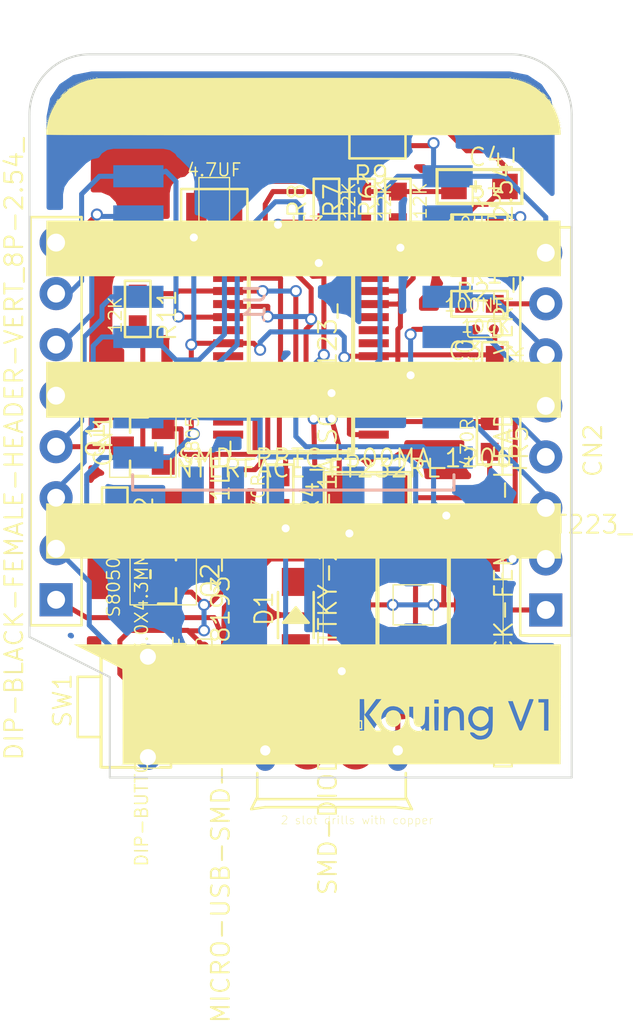
<source format=kicad_pcb>
(kicad_pcb (version 4) (host pcbnew 4.0.7)

  (general
    (links 76)
    (no_connects 0)
    (area 151.531099 63.983599 178.631101 100.083601)
    (thickness 1.6)
    (drawings 8)
    (tracks 402)
    (zones 0)
    (modules 30)
    (nets 50)
  )

  (page A4)
  (layers
    (0 F.Cu signal)
    (31 B.Cu signal)
    (32 B.Adhes user)
    (33 F.Adhes user)
    (34 B.Paste user)
    (35 F.Paste user)
    (36 B.SilkS user)
    (37 F.SilkS user)
    (38 B.Mask user)
    (39 F.Mask user)
    (40 Dwgs.User user)
    (41 Cmts.User user)
    (42 Eco1.User user)
    (43 Eco2.User user)
    (44 Edge.Cuts user)
    (45 Margin user)
    (46 B.CrtYd user)
    (47 F.CrtYd user)
    (48 B.Fab user)
    (49 F.Fab user)
  )

  (setup
    (last_trace_width 0.25)
    (trace_clearance 0.2)
    (zone_clearance 0.8)
    (zone_45_only no)
    (trace_min 0.125)
    (segment_width 0.2)
    (edge_width 0.15)
    (via_size 0.6)
    (via_drill 0.4)
    (via_min_size 0.4)
    (via_min_drill 0.3)
    (uvia_size 0.3)
    (uvia_drill 0.1)
    (uvias_allowed no)
    (uvia_min_size 0.2)
    (uvia_min_drill 0.1)
    (pcb_text_width 0.3)
    (pcb_text_size 1.5 1.5)
    (mod_edge_width 0.15)
    (mod_text_size 1 1)
    (mod_text_width 0.15)
    (pad_size 1.524 1.524)
    (pad_drill 0.762)
    (pad_to_mask_clearance 0.2)
    (aux_axis_origin 0 0)
    (visible_elements FFFCDE7F)
    (pcbplotparams
      (layerselection 0x010f0_80000001)
      (usegerberextensions true)
      (excludeedgelayer true)
      (linewidth 0.200000)
      (plotframeref false)
      (viasonmask false)
      (mode 1)
      (useauxorigin false)
      (hpglpennumber 1)
      (hpglpenspeed 20)
      (hpglpendiameter 15)
      (hpglpenoverlay 2)
      (psnegative false)
      (psa4output false)
      (plotreference true)
      (plotvalue true)
      (plotinvisibletext false)
      (padsonsilk false)
      (subtractmaskfromsilk false)
      (outputformat 1)
      (mirror false)
      (drillshape 0)
      (scaleselection 1)
      (outputdirectory ""))
  )

  (net 0 "")
  (net 1 GND)
  (net 2 GPIO2)
  (net 3 GPIO4)
  (net 4 GPIO5)
  (net 5 RX)
  (net 6 TX)
  (net 7 GPIO15)
  (net 8 GPIO13)
  (net 9 GPIO12)
  (net 10 GPIO14)
  (net 11 GPIO16)
  (net 12 A0)
  (net 13 "Net-(D1-Pad+)")
  (net 14 "Net-(D1-Pad-)")
  (net 15 "Net-(Q1-Pad1)")
  (net 16 DTR)
  (net 17 GPIO0)
  (net 18 "Net-(Q2-Pad1)")
  (net 19 RTS)
  (net 20 "Net-(R1-Pad2)")
  (net 21 ADC)
  (net 22 DP)
  (net 23 "Net-(R4-Pad2)")
  (net 24 DM)
  (net 25 "Net-(R5-Pad2)")
  (net 26 EN)
  (net 27 "Net-(U1-Pad17)")
  (net 28 "Net-(U1-Pad18)")
  (net 29 "Net-(U1-Pad19)")
  (net 30 "Net-(U1-Pad20)")
  (net 31 "Net-(U1-Pad21)")
  (net 32 "Net-(U1-Pad22)")
  (net 33 "Net-(U3-Pad6)")
  (net 34 "Net-(U3-Pad9)")
  (net 35 "Net-(U3-Pad10)")
  (net 36 "Net-(U3-Pad11)")
  (net 37 "Net-(U3-Pad12)")
  (net 38 "Net-(U3-Pad13)")
  (net 39 "Net-(U3-Pad14)")
  (net 40 "Net-(U3-Pad19)")
  (net 41 "Net-(U3-Pad22)")
  (net 42 "Net-(U3-Pad23)")
  (net 43 "Net-(U3-Pad27)")
  (net 44 "Net-(U3-Pad28)")
  (net 45 "Net-(USB1-Pad4)")
  (net 46 +5V)
  (net 47 "Net-(C3-Pad2)")
  (net 48 +3V3)
  (net 49 /RST)

  (net_class Default "Ceci est la Netclass par défaut"
    (clearance 0.2)
    (trace_width 0.25)
    (via_dia 0.6)
    (via_drill 0.4)
    (uvia_dia 0.3)
    (uvia_drill 0.1)
    (add_net +3V3)
    (add_net +5V)
    (add_net /RST)
    (add_net A0)
    (add_net ADC)
    (add_net DM)
    (add_net DP)
    (add_net DTR)
    (add_net EN)
    (add_net GND)
    (add_net GPIO0)
    (add_net GPIO12)
    (add_net GPIO13)
    (add_net GPIO14)
    (add_net GPIO15)
    (add_net GPIO16)
    (add_net GPIO2)
    (add_net GPIO4)
    (add_net GPIO5)
    (add_net "Net-(C3-Pad2)")
    (add_net "Net-(D1-Pad+)")
    (add_net "Net-(D1-Pad-)")
    (add_net "Net-(Q1-Pad1)")
    (add_net "Net-(Q2-Pad1)")
    (add_net "Net-(R1-Pad2)")
    (add_net "Net-(R4-Pad2)")
    (add_net "Net-(R5-Pad2)")
    (add_net "Net-(U1-Pad17)")
    (add_net "Net-(U1-Pad18)")
    (add_net "Net-(U1-Pad19)")
    (add_net "Net-(U1-Pad20)")
    (add_net "Net-(U1-Pad21)")
    (add_net "Net-(U1-Pad22)")
    (add_net "Net-(U3-Pad10)")
    (add_net "Net-(U3-Pad11)")
    (add_net "Net-(U3-Pad12)")
    (add_net "Net-(U3-Pad13)")
    (add_net "Net-(U3-Pad14)")
    (add_net "Net-(U3-Pad19)")
    (add_net "Net-(U3-Pad22)")
    (add_net "Net-(U3-Pad23)")
    (add_net "Net-(U3-Pad27)")
    (add_net "Net-(U3-Pad28)")
    (add_net "Net-(U3-Pad6)")
    (add_net "Net-(U3-Pad9)")
    (add_net "Net-(USB1-Pad4)")
    (add_net RTS)
    (add_net RX)
    (add_net TX)
  )

  (net_class piste2 ""
    (clearance 0.2)
    (trace_width 0.125)
    (via_dia 0.6)
    (via_drill 0.4)
    (uvia_dia 0.3)
    (uvia_drill 0.1)
  )

  (module SeeedOPL-Switch-2016:SW2-5.0-6.0X3.0X4.3MM locked placed (layer F.Cu) (tedit 200000) (tstamp 59CCC413)
    (at 157.48 96.52 90)
    (path /59D3D962)
    (attr virtual)
    (fp_text reference SW1 (at 0.3175 -4.2545 90) (layer F.SilkS)
      (effects (font (size 0.889 0.889) (thickness 0.1016)))
    )
    (fp_text value DIP-BUTTON_2P-6.0X3.0X4.3MM_ (at 0.127 -0.3175 90) (layer F.SilkS)
      (effects (font (size 0.635 0.635) (thickness 0.0762)))
    )
    (fp_line (start -3.048 1.143) (end 2.921 1.143) (layer F.SilkS) (width 0.06604))
    (fp_line (start 2.921 1.143) (end 2.921 -2.286) (layer F.SilkS) (width 0.06604))
    (fp_line (start -3.048 -2.286) (end 2.921 -2.286) (layer F.SilkS) (width 0.06604))
    (fp_line (start -3.048 1.143) (end -3.048 -2.286) (layer F.SilkS) (width 0.06604))
    (fp_line (start -2.99974 1.14808) (end 2.99974 1.14808) (layer F.SilkS) (width 0.127))
    (fp_line (start -2.99974 1.14808) (end -2.99974 -2.3495) (layer Dwgs.User) (width 0.127))
    (fp_line (start -2.99974 -2.3495) (end -1.4986 -2.3495) (layer F.SilkS) (width 0.127))
    (fp_line (start -1.4986 -2.3495) (end 1.4986 -2.3495) (layer F.SilkS) (width 0.127))
    (fp_line (start 1.4986 -2.3495) (end 2.99974 -2.3495) (layer F.SilkS) (width 0.127))
    (fp_line (start 2.99974 -2.3495) (end 2.99974 1.14808) (layer Dwgs.User) (width 0.127))
    (fp_line (start -1.4986 -2.3495) (end -1.4986 -3.49758) (layer F.SilkS) (width 0.127))
    (fp_line (start -1.4986 -3.49758) (end 1.4986 -3.49758) (layer F.SilkS) (width 0.127))
    (fp_line (start 1.4986 -3.49758) (end 1.4986 -2.3495) (layer F.SilkS) (width 0.127))
    (fp_line (start -2.99974 1.14808) (end -2.99974 0.59944) (layer F.SilkS) (width 0.127))
    (fp_line (start -2.99974 -2.2987) (end -2.99974 -0.59944) (layer F.SilkS) (width 0.127))
    (fp_line (start 2.99974 -2.2987) (end 2.99974 -0.59944) (layer F.SilkS) (width 0.127))
    (fp_line (start 2.99974 1.14808) (end 2.99974 0.59944) (layer F.SilkS) (width 0.127))
    (pad 1 thru_hole circle (at -2.49936 0 90) (size 1.27 1.27) (drill 0.79756) (layers *.Cu *.Paste *.Mask)
      (net 49 /RST))
    (pad 2 thru_hole circle (at 2.49936 0 90) (size 1.27 1.27) (drill 0.79756) (layers *.Cu *.Paste *.Mask)
      (net 1 GND))
  )

  (module SeeedOPL-Capacitor-2016:C0402 placed (layer F.Cu) (tedit 200000) (tstamp 59CCC37B)
    (at 160.782 95.758 270)
    (descr 0402)
    (tags 0402)
    (path /59CBBFC9)
    (attr smd)
    (fp_text reference C1 (at 1.0795 0.9525 540) (layer F.SilkS)
      (effects (font (size 0.889 0.889) (thickness 0.1016)))
    )
    (fp_text value 100NF (at -1.2065 0.508 540) (layer F.SilkS)
      (effects (font (size 0.635 0.635) (thickness 0.0762)))
    )
    (fp_line (start 0.2667 0.8382) (end -0.2667 0.8382) (layer F.SilkS) (width 0.0762))
    (fp_line (start -0.3937 0.7112) (end -0.3937 -0.7112) (layer F.SilkS) (width 0.0762))
    (fp_line (start -0.2667 -0.8382) (end 0.2667 -0.8382) (layer F.SilkS) (width 0.0762))
    (fp_line (start 0.3937 -0.7112) (end 0.3937 0.7112) (layer F.SilkS) (width 0.0762))
    (fp_line (start 0.254 -0.508) (end 0.254 0.508) (layer Dwgs.User) (width 0.0254))
    (fp_line (start 0.254 0.508) (end -0.254 0.508) (layer Dwgs.User) (width 0.0254))
    (fp_line (start -0.254 0.508) (end -0.254 -0.508) (layer Dwgs.User) (width 0.0254))
    (fp_line (start -0.254 -0.508) (end 0.254 -0.508) (layer Dwgs.User) (width 0.0254))
    (fp_arc (start 0.2667 0.7112) (end 0.3937 0.7112) (angle 90) (layer F.SilkS) (width 0.0762))
    (fp_arc (start -0.2667 0.7112) (end -0.2667 0.8382) (angle 90) (layer F.SilkS) (width 0.0762))
    (fp_arc (start -0.2667 -0.7112) (end -0.3937 -0.7112) (angle 90) (layer F.SilkS) (width 0.0762))
    (fp_arc (start 0.2667 -0.7112) (end 0.2667 -0.8382) (angle 90) (layer F.SilkS) (width 0.0762))
    (pad 1 smd circle (at 0 -0.46228 180) (size 0.49784 0.49784) (layers F.Cu F.Paste F.Mask)
      (net 46 +5V))
    (pad 2 smd circle (at 0 0.46228 180) (size 0.49784 0.49784) (layers F.Cu F.Paste F.Mask)
      (net 1 GND))
  )

  (module SeeedOPL-Capacitor-2016:C0805 placed (layer F.Cu) (tedit 200000) (tstamp 59CCC381)
    (at 160.782 71.628 270)
    (descr 0805)
    (tags 0805)
    (path /59CBC053)
    (attr smd)
    (fp_text reference C2 (at 1.5875 0.3175 540) (layer F.SilkS)
      (effects (font (size 0.889 0.889) (thickness 0.1016)))
    )
    (fp_text value 4.7UF (at -1.8415 0 540) (layer F.SilkS)
      (effects (font (size 0.635 0.635) (thickness 0.0762)))
    )
    (fp_line (start -1.4605 0.762) (end 1.4605 0.762) (layer F.SilkS) (width 0.06604))
    (fp_line (start 1.4605 0.762) (end 1.4605 -0.762) (layer F.SilkS) (width 0.06604))
    (fp_line (start -1.4605 -0.762) (end 1.4605 -0.762) (layer F.SilkS) (width 0.06604))
    (fp_line (start -1.4605 0.762) (end -1.4605 -0.762) (layer F.SilkS) (width 0.06604))
    (fp_line (start 0.889 1.651) (end -0.889 1.651) (layer F.SilkS) (width 0.127))
    (fp_line (start -0.889 1.651) (end -0.889 -1.651) (layer F.SilkS) (width 0.127))
    (fp_line (start -0.889 -1.651) (end 0.889 -1.651) (layer F.SilkS) (width 0.127))
    (fp_line (start 0.889 -1.651) (end 0.889 1.651) (layer F.SilkS) (width 0.127))
    (pad 1 smd rect (at 0 -0.889 180) (size 1.016 1.397) (layers F.Cu F.Paste F.Mask)
      (net 46 +5V))
    (pad 2 smd rect (at 0 0.889 180) (size 1.016 1.397) (layers F.Cu F.Paste F.Mask)
      (net 1 GND))
  )

  (module SeeedOPL-Capacitor-2016:AVX-A placed (layer F.Cu) (tedit 200000) (tstamp 59CCC38D)
    (at 173.99 70.612)
    (path /59CCC515)
    (attr smd)
    (fp_text reference C4 (at 0.3175 -1.4605) (layer F.SilkS)
      (effects (font (size 0.889 0.889) (thickness 0.1016)))
    )
    (fp_text value 10UF- (at 0 1.8415) (layer F.SilkS)
      (effects (font (size 0.635 0.635) (thickness 0.0762)))
    )
    (fp_line (start -2.159 0.889) (end 2.159 0.889) (layer F.SilkS) (width 0.06604))
    (fp_line (start 2.159 0.889) (end 2.159 -0.889) (layer F.SilkS) (width 0.06604))
    (fp_line (start -2.159 -0.889) (end 2.159 -0.889) (layer F.SilkS) (width 0.06604))
    (fp_line (start -2.159 0.889) (end -2.159 -0.889) (layer F.SilkS) (width 0.06604))
    (fp_line (start -2.0955 -0.8255) (end 2.0955 -0.8255) (layer F.SilkS) (width 0.127))
    (fp_line (start 2.0955 -0.8255) (end 2.0955 0.8255) (layer F.SilkS) (width 0.127))
    (fp_line (start 2.0955 0.8255) (end -2.0955 0.8255) (layer F.SilkS) (width 0.127))
    (fp_line (start -2.0955 0.8255) (end -2.0955 -0.8255) (layer F.SilkS) (width 0.127))
    (fp_line (start -0.4445 0) (end 0.0635 0) (layer F.SilkS) (width 0.127))
    (fp_line (start -0.1905 0.254) (end -0.1905 -0.254) (layer F.SilkS) (width 0.127))
    (pad + smd rect (at -1.27 0) (size 1.27 1.27) (layers F.Cu F.Paste F.Mask)
      (net 48 +3V3))
    (pad - smd rect (at 1.27 0 180) (size 1.27 1.27) (layers F.Cu F.Paste F.Mask)
      (net 1 GND))
  )

  (module SeeedOPL-Capacitor-2016:C0402 placed (layer F.Cu) (tedit 200000) (tstamp 59CCC393)
    (at 160.274 93.98)
    (descr 0402)
    (tags 0402)
    (path /59CD0A61)
    (attr smd)
    (fp_text reference C5 (at 1.0795 0.9525 270) (layer F.SilkS)
      (effects (font (size 0.889 0.889) (thickness 0.1016)))
    )
    (fp_text value 100NF (at -1.2065 0.508 270) (layer F.SilkS)
      (effects (font (size 0.635 0.635) (thickness 0.0762)))
    )
    (fp_line (start 0.2667 0.8382) (end -0.2667 0.8382) (layer F.SilkS) (width 0.0762))
    (fp_line (start -0.3937 0.7112) (end -0.3937 -0.7112) (layer F.SilkS) (width 0.0762))
    (fp_line (start -0.2667 -0.8382) (end 0.2667 -0.8382) (layer F.SilkS) (width 0.0762))
    (fp_line (start 0.3937 -0.7112) (end 0.3937 0.7112) (layer F.SilkS) (width 0.0762))
    (fp_line (start 0.254 -0.508) (end 0.254 0.508) (layer Dwgs.User) (width 0.0254))
    (fp_line (start 0.254 0.508) (end -0.254 0.508) (layer Dwgs.User) (width 0.0254))
    (fp_line (start -0.254 0.508) (end -0.254 -0.508) (layer Dwgs.User) (width 0.0254))
    (fp_line (start -0.254 -0.508) (end 0.254 -0.508) (layer Dwgs.User) (width 0.0254))
    (fp_arc (start 0.2667 0.7112) (end 0.3937 0.7112) (angle 90) (layer F.SilkS) (width 0.0762))
    (fp_arc (start -0.2667 0.7112) (end -0.2667 0.8382) (angle 90) (layer F.SilkS) (width 0.0762))
    (fp_arc (start -0.2667 -0.7112) (end -0.3937 -0.7112) (angle 90) (layer F.SilkS) (width 0.0762))
    (fp_arc (start 0.2667 -0.7112) (end 0.2667 -0.8382) (angle 90) (layer F.SilkS) (width 0.0762))
    (pad 1 smd circle (at 0 -0.46228 270) (size 0.49784 0.49784) (layers F.Cu F.Paste F.Mask)
      (net 49 /RST))
    (pad 2 smd circle (at 0 0.46228 270) (size 0.49784 0.49784) (layers F.Cu F.Paste F.Mask)
      (net 1 GND))
  )

  (module SeeedOPL-Connector-2016:H8-2.54 (layer F.Cu) (tedit 200000) (tstamp 59CCC39F)
    (at 152.908 82.296 180)
    (path /59D3D116)
    (attr virtual)
    (fp_text reference CN1 (at -2.3495 -0.9525 270) (layer F.SilkS)
      (effects (font (size 0.889 0.889) (thickness 0.1016)))
    )
    (fp_text value DIP-BLACK-FEMALE-HEADER-VERT_8P-2.54_ (at 2.0955 -1.397 270) (layer F.SilkS)
      (effects (font (size 0.889 0.889) (thickness 0.1016)))
    )
    (fp_line (start -1.27 10.16) (end 1.27 10.16) (layer F.SilkS) (width 0.06604))
    (fp_line (start 1.27 10.16) (end 1.27 -10.16) (layer F.SilkS) (width 0.06604))
    (fp_line (start -1.27 -10.16) (end 1.27 -10.16) (layer F.SilkS) (width 0.06604))
    (fp_line (start -1.27 10.16) (end -1.27 -10.16) (layer F.SilkS) (width 0.06604))
    (fp_line (start -1.27 -10.16) (end 1.27 -10.16) (layer F.SilkS) (width 0.127))
    (fp_line (start 1.27 -10.16) (end 1.27 10.16) (layer F.SilkS) (width 0.127))
    (fp_line (start 1.27 10.16) (end -1.27 10.16) (layer F.SilkS) (width 0.127))
    (fp_line (start -1.27 10.16) (end -1.27 -10.16) (layer F.SilkS) (width 0.127))
    (pad 1 thru_hole rect (at 0 -8.89 180) (size 1.651 1.651) (drill 0.889) (layers *.Cu *.Paste *.Mask)
      (net 46 +5V))
    (pad 2 thru_hole circle (at 0 -6.35 180) (size 1.651 1.651) (drill 0.889) (layers *.Cu *.Paste *.Mask)
      (net 1 GND))
    (pad 3 thru_hole circle (at 0 -3.81 180) (size 1.651 1.651) (drill 0.889) (layers *.Cu *.Paste *.Mask)
      (net 2 GPIO2))
    (pad 4 thru_hole circle (at 0 -1.27 180) (size 1.651 1.651) (drill 0.889) (layers *.Cu *.Paste *.Mask)
      (net 17 GPIO0))
    (pad 5 thru_hole circle (at 0 1.27 180) (size 1.651 1.651) (drill 0.889) (layers *.Cu *.Paste *.Mask)
      (net 3 GPIO4))
    (pad 6 thru_hole circle (at 0 3.81 180) (size 1.651 1.651) (drill 0.889) (layers *.Cu *.Paste *.Mask)
      (net 4 GPIO5))
    (pad 7 thru_hole circle (at 0 6.35 180) (size 1.651 1.651) (drill 0.889) (layers *.Cu *.Paste *.Mask)
      (net 5 RX))
    (pad 8 thru_hole circle (at 0 8.89 180) (size 1.651 1.651) (drill 0.889) (layers *.Cu *.Paste *.Mask)
      (net 6 TX))
  )

  (module SeeedOPL-Connector-2016:H8-2.54 (layer F.Cu) (tedit 200000) (tstamp 59CCC3AB)
    (at 177.292 82.804 180)
    (path /59D3D177)
    (attr virtual)
    (fp_text reference CN2 (at -2.3495 -0.9525 270) (layer F.SilkS)
      (effects (font (size 0.889 0.889) (thickness 0.1016)))
    )
    (fp_text value DIP-BLACK-FEMALE-HEADER-VERT_8P-2.54_ (at 2.0955 -1.397 270) (layer F.SilkS)
      (effects (font (size 0.889 0.889) (thickness 0.1016)))
    )
    (fp_line (start -1.27 10.16) (end 1.27 10.16) (layer F.SilkS) (width 0.06604))
    (fp_line (start 1.27 10.16) (end 1.27 -10.16) (layer F.SilkS) (width 0.06604))
    (fp_line (start -1.27 -10.16) (end 1.27 -10.16) (layer F.SilkS) (width 0.06604))
    (fp_line (start -1.27 10.16) (end -1.27 -10.16) (layer F.SilkS) (width 0.06604))
    (fp_line (start -1.27 -10.16) (end 1.27 -10.16) (layer F.SilkS) (width 0.127))
    (fp_line (start 1.27 -10.16) (end 1.27 10.16) (layer F.SilkS) (width 0.127))
    (fp_line (start 1.27 10.16) (end -1.27 10.16) (layer F.SilkS) (width 0.127))
    (fp_line (start -1.27 10.16) (end -1.27 -10.16) (layer F.SilkS) (width 0.127))
    (pad 1 thru_hole rect (at 0 -8.89 180) (size 1.651 1.651) (drill 0.889) (layers *.Cu *.Paste *.Mask)
      (net 48 +3V3))
    (pad 2 thru_hole circle (at 0 -6.35 180) (size 1.651 1.651) (drill 0.889) (layers *.Cu *.Paste *.Mask)
      (net 7 GPIO15))
    (pad 3 thru_hole circle (at 0 -3.81 180) (size 1.651 1.651) (drill 0.889) (layers *.Cu *.Paste *.Mask)
      (net 8 GPIO13))
    (pad 4 thru_hole circle (at 0 -1.27 180) (size 1.651 1.651) (drill 0.889) (layers *.Cu *.Paste *.Mask)
      (net 9 GPIO12))
    (pad 5 thru_hole circle (at 0 1.27 180) (size 1.651 1.651) (drill 0.889) (layers *.Cu *.Paste *.Mask)
      (net 10 GPIO14))
    (pad 6 thru_hole circle (at 0 3.81 180) (size 1.651 1.651) (drill 0.889) (layers *.Cu *.Paste *.Mask)
      (net 11 GPIO16))
    (pad 7 thru_hole circle (at 0 6.35 180) (size 1.651 1.651) (drill 0.889) (layers *.Cu *.Paste *.Mask)
      (net 12 A0))
    (pad 8 thru_hole circle (at 0 8.89 180) (size 1.651 1.651) (drill 0.889) (layers *.Cu *.Paste *.Mask)
      (net 49 /RST))
  )

  (module SeeedOPL-Diode-2016:SOD-123 placed (layer F.Cu) (tedit 200000) (tstamp 59CCC3B1)
    (at 164.846 91.948 90)
    (descr DIODE)
    (tags DIODE)
    (path /59D3FF16)
    (attr smd)
    (fp_text reference D1 (at 0.3175 -1.5875 90) (layer F.SilkS)
      (effects (font (size 0.889 0.889) (thickness 0.1016)))
    )
    (fp_text value SMD-DIODE-SCHOTTKY-20V-1A_SOD-123_ (at 0.762 1.5875 90) (layer F.SilkS)
      (effects (font (size 0.889 0.889) (thickness 0.1016)))
    )
    (fp_line (start 1.19888 0.39878) (end 1.94818 0.39878) (layer Dwgs.User) (width 0.06604))
    (fp_line (start 1.94818 0.39878) (end 1.94818 -0.44958) (layer Dwgs.User) (width 0.06604))
    (fp_line (start 1.19888 -0.44958) (end 1.94818 -0.44958) (layer Dwgs.User) (width 0.06604))
    (fp_line (start 1.19888 0.39878) (end 1.19888 -0.44958) (layer Dwgs.User) (width 0.06604))
    (fp_line (start -1.94818 0.39878) (end -1.19888 0.39878) (layer Dwgs.User) (width 0.06604))
    (fp_line (start -1.19888 0.39878) (end -1.19888 -0.44958) (layer Dwgs.User) (width 0.06604))
    (fp_line (start -1.94818 -0.44958) (end -1.19888 -0.44958) (layer Dwgs.User) (width 0.06604))
    (fp_line (start -1.94818 0.39878) (end -1.94818 -0.44958) (layer Dwgs.User) (width 0.06604))
    (fp_line (start -1.143 0.635) (end -1.143 -0.635) (layer Dwgs.User) (width 0.127))
    (fp_line (start 1.143 -0.635) (end 1.143 0.635) (layer Dwgs.User) (width 0.127))
    (fp_line (start -1.143 -0.889) (end 1.143 -0.889) (layer F.SilkS) (width 0.127))
    (fp_line (start 1.143 0.889) (end -1.143 0.889) (layer F.SilkS) (width 0.127))
    (fp_line (start 0.381 0) (end -0.381 0.635) (layer F.SilkS) (width 0.127))
    (fp_line (start -0.381 0.635) (end -0.381 0.508) (layer F.SilkS) (width 0.127))
    (fp_line (start -0.381 0.508) (end -0.381 0.381) (layer F.SilkS) (width 0.127))
    (fp_line (start -0.381 0.381) (end -0.381 -0.635) (layer F.SilkS) (width 0.127))
    (fp_line (start -0.381 -0.635) (end 0.381 0) (layer F.SilkS) (width 0.127))
    (fp_line (start 0.381 0) (end -0.381 0.508) (layer F.SilkS) (width 0.127))
    (fp_line (start -0.381 0.508) (end -0.254 -0.508) (layer F.SilkS) (width 0.127))
    (fp_line (start -0.254 -0.508) (end 0.254 0) (layer F.SilkS) (width 0.127))
    (fp_line (start 0.254 0) (end -0.381 0.381) (layer F.SilkS) (width 0.127))
    (fp_line (start -0.381 0.381) (end -0.254 -0.381) (layer F.SilkS) (width 0.127))
    (fp_line (start -0.254 -0.381) (end 0.127 0) (layer F.SilkS) (width 0.127))
    (fp_line (start 0.127 0) (end -0.254 0.254) (layer F.SilkS) (width 0.127))
    (fp_line (start -0.254 0.254) (end -0.254 0.127) (layer F.SilkS) (width 0.127))
    (fp_line (start -0.254 0.127) (end -0.254 -0.254) (layer F.SilkS) (width 0.127))
    (fp_line (start -0.254 -0.254) (end -0.127 -0.127) (layer F.SilkS) (width 0.127))
    (fp_line (start -0.127 -0.127) (end 0 0) (layer F.SilkS) (width 0.127))
    (fp_line (start 0 0) (end -0.254 0.127) (layer F.SilkS) (width 0.127))
    (fp_line (start -0.254 0.127) (end -0.127 -0.127) (layer F.SilkS) (width 0.127))
    (fp_line (start -0.127 -0.127) (end -0.127 0) (layer F.SilkS) (width 0.127))
    (pad + smd rect (at -1.651 0 270) (size 1.397 1.397) (layers F.Cu F.Paste F.Mask)
      (net 13 "Net-(D1-Pad+)"))
    (pad - smd rect (at 1.651 0 270) (size 1.397 1.397) (layers F.Cu F.Paste F.Mask)
      (net 14 "Net-(D1-Pad-)"))
  )

  (module SeeedOPL-Fuse-2016:F1206 placed (layer F.Cu) (tedit 200000) (tstamp 59CCC3B7)
    (at 168.402 85.852 180)
    (path /59D3D6B9)
    (attr smd)
    (fp_text reference F1 (at 0.3175 -1.7145 180) (layer F.SilkS)
      (effects (font (size 0.889 0.889) (thickness 0.1016)))
    )
    (fp_text value SMD-PPTC-500MA_1206_ (at 0.762 1.7145 180) (layer F.SilkS)
      (effects (font (size 0.889 0.889) (thickness 0.1016)))
    )
    (fp_line (start -2.032 0.889) (end 2.032 0.889) (layer F.SilkS) (width 0.06604))
    (fp_line (start 2.032 0.889) (end 2.032 -0.889) (layer F.SilkS) (width 0.06604))
    (fp_line (start -2.032 -0.889) (end 2.032 -0.889) (layer F.SilkS) (width 0.06604))
    (fp_line (start -2.032 0.889) (end -2.032 -0.889) (layer F.SilkS) (width 0.06604))
    (fp_line (start -2.159 -1.016) (end 2.159 -1.016) (layer F.SilkS) (width 0.127))
    (fp_line (start 2.159 -1.016) (end 2.159 1.016) (layer F.SilkS) (width 0.127))
    (fp_line (start 2.159 1.016) (end -2.159 1.016) (layer F.SilkS) (width 0.127))
    (fp_line (start -2.159 1.016) (end -2.159 -1.016) (layer F.SilkS) (width 0.127))
    (pad 1 smd rect (at -1.397 0 180) (size 1.27 1.778) (layers F.Cu F.Paste F.Mask)
      (net 14 "Net-(D1-Pad-)"))
    (pad 2 smd rect (at 1.397 0 180) (size 1.27 1.778) (layers F.Cu F.Paste F.Mask)
      (net 46 +5V))
  )

  (module SeeedOPL-Transistor-2016:SOT-23 placed (layer F.Cu) (tedit 200000) (tstamp 59CCC3BE)
    (at 157.226 83.566 90)
    (descr SOT23)
    (tags SOT23)
    (path /59CCAADC)
    (attr smd)
    (fp_text reference Q1 (at 0.3175 -2.3495 90) (layer F.SilkS)
      (effects (font (size 0.889 0.889) (thickness 0.1016)))
    )
    (fp_text value S8050 (at 0.635 2.4765 90) (layer F.SilkS)
      (effects (font (size 0.635 0.635) (thickness 0.0762)))
    )
    (fp_line (start -0.2286 -0.7112) (end 0.2286 -0.7112) (layer Dwgs.User) (width 0.06604))
    (fp_line (start 0.2286 -0.7112) (end 0.2286 -1.29286) (layer Dwgs.User) (width 0.06604))
    (fp_line (start -0.2286 -1.29286) (end 0.2286 -1.29286) (layer Dwgs.User) (width 0.06604))
    (fp_line (start -0.2286 -0.7112) (end -0.2286 -1.29286) (layer Dwgs.User) (width 0.06604))
    (fp_line (start 0.7112 1.29286) (end 1.1684 1.29286) (layer Dwgs.User) (width 0.06604))
    (fp_line (start 1.1684 1.29286) (end 1.1684 0.7112) (layer Dwgs.User) (width 0.06604))
    (fp_line (start 0.7112 0.7112) (end 1.1684 0.7112) (layer Dwgs.User) (width 0.06604))
    (fp_line (start 0.7112 1.29286) (end 0.7112 0.7112) (layer Dwgs.User) (width 0.06604))
    (fp_line (start -1.1684 1.29286) (end -0.7112 1.29286) (layer Dwgs.User) (width 0.06604))
    (fp_line (start -0.7112 1.29286) (end -0.7112 0.7112) (layer Dwgs.User) (width 0.06604))
    (fp_line (start -1.1684 0.7112) (end -0.7112 0.7112) (layer Dwgs.User) (width 0.06604))
    (fp_line (start -1.1684 1.29286) (end -1.1684 0.7112) (layer Dwgs.User) (width 0.06604))
    (fp_line (start -1.524 1.651) (end 1.524 1.651) (layer F.SilkS) (width 0.06604))
    (fp_line (start 1.524 1.651) (end 1.524 -1.651) (layer F.SilkS) (width 0.06604))
    (fp_line (start -1.524 -1.651) (end 1.524 -1.651) (layer F.SilkS) (width 0.06604))
    (fp_line (start -1.524 1.651) (end -1.524 -1.651) (layer F.SilkS) (width 0.06604))
    (fp_line (start -0.1905 0.635) (end 0.1905 0.635) (layer F.SilkS) (width 0.127))
    (fp_line (start 1.4605 0.254) (end 1.4605 -0.635) (layer F.SilkS) (width 0.127))
    (fp_line (start 1.4605 -0.635) (end 0.6985 -0.635) (layer F.SilkS) (width 0.127))
    (fp_line (start -0.6985 -0.635) (end -1.4605 -0.635) (layer F.SilkS) (width 0.127))
    (fp_line (start -1.4605 -0.635) (end -1.4605 0.254) (layer F.SilkS) (width 0.127))
    (pad 1 smd rect (at -0.889 1.016 270) (size 1.016 1.143) (layers F.Cu F.Paste F.Mask)
      (net 15 "Net-(Q1-Pad1)"))
    (pad 2 smd rect (at 0.889 1.016 90) (size 1.016 1.143) (layers F.Cu F.Paste F.Mask)
      (net 16 DTR))
    (pad 3 smd rect (at 0 -1.016 90) (size 1.016 1.143) (layers F.Cu F.Paste F.Mask)
      (net 17 GPIO0))
  )

  (module SeeedOPL-Transistor-2016:SOT-23 placed (layer F.Cu) (tedit 200000) (tstamp 59CCC3C5)
    (at 158.242 89.916 270)
    (descr SOT23)
    (tags SOT23)
    (path /59CCAA4E)
    (attr smd)
    (fp_text reference Q2 (at 0.3175 -2.3495 270) (layer F.SilkS)
      (effects (font (size 0.889 0.889) (thickness 0.1016)))
    )
    (fp_text value S8050 (at 0.635 2.4765 270) (layer F.SilkS)
      (effects (font (size 0.635 0.635) (thickness 0.0762)))
    )
    (fp_line (start -0.2286 -0.7112) (end 0.2286 -0.7112) (layer Dwgs.User) (width 0.06604))
    (fp_line (start 0.2286 -0.7112) (end 0.2286 -1.29286) (layer Dwgs.User) (width 0.06604))
    (fp_line (start -0.2286 -1.29286) (end 0.2286 -1.29286) (layer Dwgs.User) (width 0.06604))
    (fp_line (start -0.2286 -0.7112) (end -0.2286 -1.29286) (layer Dwgs.User) (width 0.06604))
    (fp_line (start 0.7112 1.29286) (end 1.1684 1.29286) (layer Dwgs.User) (width 0.06604))
    (fp_line (start 1.1684 1.29286) (end 1.1684 0.7112) (layer Dwgs.User) (width 0.06604))
    (fp_line (start 0.7112 0.7112) (end 1.1684 0.7112) (layer Dwgs.User) (width 0.06604))
    (fp_line (start 0.7112 1.29286) (end 0.7112 0.7112) (layer Dwgs.User) (width 0.06604))
    (fp_line (start -1.1684 1.29286) (end -0.7112 1.29286) (layer Dwgs.User) (width 0.06604))
    (fp_line (start -0.7112 1.29286) (end -0.7112 0.7112) (layer Dwgs.User) (width 0.06604))
    (fp_line (start -1.1684 0.7112) (end -0.7112 0.7112) (layer Dwgs.User) (width 0.06604))
    (fp_line (start -1.1684 1.29286) (end -1.1684 0.7112) (layer Dwgs.User) (width 0.06604))
    (fp_line (start -1.524 1.651) (end 1.524 1.651) (layer F.SilkS) (width 0.06604))
    (fp_line (start 1.524 1.651) (end 1.524 -1.651) (layer F.SilkS) (width 0.06604))
    (fp_line (start -1.524 -1.651) (end 1.524 -1.651) (layer F.SilkS) (width 0.06604))
    (fp_line (start -1.524 1.651) (end -1.524 -1.651) (layer F.SilkS) (width 0.06604))
    (fp_line (start -0.1905 0.635) (end 0.1905 0.635) (layer F.SilkS) (width 0.127))
    (fp_line (start 1.4605 0.254) (end 1.4605 -0.635) (layer F.SilkS) (width 0.127))
    (fp_line (start 1.4605 -0.635) (end 0.6985 -0.635) (layer F.SilkS) (width 0.127))
    (fp_line (start -0.6985 -0.635) (end -1.4605 -0.635) (layer F.SilkS) (width 0.127))
    (fp_line (start -1.4605 -0.635) (end -1.4605 0.254) (layer F.SilkS) (width 0.127))
    (pad 1 smd rect (at -0.889 1.016 90) (size 1.016 1.143) (layers F.Cu F.Paste F.Mask)
      (net 18 "Net-(Q2-Pad1)"))
    (pad 2 smd rect (at 0.889 1.016 270) (size 1.016 1.143) (layers F.Cu F.Paste F.Mask)
      (net 49 /RST))
    (pad 3 smd rect (at 0 -1.016 270) (size 1.016 1.143) (layers F.Cu F.Paste F.Mask)
      (net 19 RTS))
  )

  (module SeeedOPL-Resistor-2016:R0603 placed (layer F.Cu) (tedit 200000) (tstamp 59CCC3CB)
    (at 173.99 76.454 270)
    (path /59CCE9AB)
    (attr smd)
    (fp_text reference R1 (at -1.4605 -0.3175 360) (layer F.SilkS)
      (effects (font (size 0.889 0.889) (thickness 0.1016)))
    )
    (fp_text value 100K (at 1.11506 -0.29972 360) (layer F.SilkS)
      (effects (font (size 0.635 0.635) (thickness 0.0762)))
    )
    (fp_line (start 0.635 -1.397) (end 0.635 1.397) (layer F.SilkS) (width 0.127))
    (fp_line (start 0.635 1.397) (end -0.635 1.397) (layer F.SilkS) (width 0.127))
    (fp_line (start -0.635 1.397) (end -0.635 -1.397) (layer F.SilkS) (width 0.127))
    (fp_line (start -0.635 -1.397) (end 0.635 -1.397) (layer F.SilkS) (width 0.127))
    (pad 1 smd rect (at 0 -0.762 180) (size 0.889 0.889) (layers F.Cu F.Paste F.Mask)
      (net 12 A0))
    (pad 2 smd rect (at 0 0.762 180) (size 0.889 0.889) (layers F.Cu F.Paste F.Mask)
      (net 20 "Net-(R1-Pad2)"))
  )

  (module SeeedOPL-Resistor-2016:R0603 placed (layer F.Cu) (tedit 200000) (tstamp 59CCC3D1)
    (at 173.99 74.422 90)
    (path /59CCEA6F)
    (attr smd)
    (fp_text reference R2 (at -1.4605 -0.3175 180) (layer F.SilkS)
      (effects (font (size 0.889 0.889) (thickness 0.1016)))
    )
    (fp_text value 100K (at 1.11506 -0.29972 180) (layer F.SilkS)
      (effects (font (size 0.635 0.635) (thickness 0.0762)))
    )
    (fp_line (start 0.635 -1.397) (end 0.635 1.397) (layer F.SilkS) (width 0.127))
    (fp_line (start 0.635 1.397) (end -0.635 1.397) (layer F.SilkS) (width 0.127))
    (fp_line (start -0.635 1.397) (end -0.635 -1.397) (layer F.SilkS) (width 0.127))
    (fp_line (start -0.635 -1.397) (end 0.635 -1.397) (layer F.SilkS) (width 0.127))
    (pad 1 smd rect (at 0 -0.762) (size 0.889 0.889) (layers F.Cu F.Paste F.Mask)
      (net 20 "Net-(R1-Pad2)"))
    (pad 2 smd rect (at 0 0.762) (size 0.889 0.889) (layers F.Cu F.Paste F.Mask)
      (net 21 ADC))
  )

  (module SeeedOPL-Resistor-2016:R0603 placed (layer F.Cu) (tedit 200000) (tstamp 59CCC3D7)
    (at 173.99 72.644 270)
    (path /59CCEAC3)
    (attr smd)
    (fp_text reference R3 (at -1.4605 -0.3175 360) (layer F.SilkS)
      (effects (font (size 0.889 0.889) (thickness 0.1016)))
    )
    (fp_text value 100K (at 1.11506 -0.29972 360) (layer F.SilkS)
      (effects (font (size 0.635 0.635) (thickness 0.0762)))
    )
    (fp_line (start 0.635 -1.397) (end 0.635 1.397) (layer F.SilkS) (width 0.127))
    (fp_line (start 0.635 1.397) (end -0.635 1.397) (layer F.SilkS) (width 0.127))
    (fp_line (start -0.635 1.397) (end -0.635 -1.397) (layer F.SilkS) (width 0.127))
    (fp_line (start -0.635 -1.397) (end 0.635 -1.397) (layer F.SilkS) (width 0.127))
    (pad 1 smd rect (at 0 -0.762 180) (size 0.889 0.889) (layers F.Cu F.Paste F.Mask)
      (net 21 ADC))
    (pad 2 smd rect (at 0 0.762 180) (size 0.889 0.889) (layers F.Cu F.Paste F.Mask)
      (net 1 GND))
  )

  (module SeeedOPL-Resistor-2016:R0603 placed (layer F.Cu) (tedit 200000) (tstamp 59CCC3DD)
    (at 164.084 85.852 180)
    (path /59CCCD00)
    (attr smd)
    (fp_text reference R4 (at -1.4605 -0.3175 270) (layer F.SilkS)
      (effects (font (size 0.889 0.889) (thickness 0.1016)))
    )
    (fp_text value 470R (at 1.11506 -0.29972 270) (layer F.SilkS)
      (effects (font (size 0.635 0.635) (thickness 0.0762)))
    )
    (fp_line (start 0.635 -1.397) (end 0.635 1.397) (layer F.SilkS) (width 0.127))
    (fp_line (start 0.635 1.397) (end -0.635 1.397) (layer F.SilkS) (width 0.127))
    (fp_line (start -0.635 1.397) (end -0.635 -1.397) (layer F.SilkS) (width 0.127))
    (fp_line (start -0.635 -1.397) (end 0.635 -1.397) (layer F.SilkS) (width 0.127))
    (pad 1 smd rect (at 0 -0.762 90) (size 0.889 0.889) (layers F.Cu F.Paste F.Mask)
      (net 22 DP))
    (pad 2 smd rect (at 0 0.762 90) (size 0.889 0.889) (layers F.Cu F.Paste F.Mask)
      (net 23 "Net-(R4-Pad2)"))
  )

  (module SeeedOPL-Resistor-2016:R0603 placed (layer F.Cu) (tedit 200000) (tstamp 59CCC3E3)
    (at 174.498 83.058 180)
    (path /59CCCE4A)
    (attr smd)
    (fp_text reference R5 (at -1.4605 -0.3175 270) (layer F.SilkS)
      (effects (font (size 0.889 0.889) (thickness 0.1016)))
    )
    (fp_text value 470R (at 1.11506 -0.29972 270) (layer F.SilkS)
      (effects (font (size 0.635 0.635) (thickness 0.0762)))
    )
    (fp_line (start 0.635 -1.397) (end 0.635 1.397) (layer F.SilkS) (width 0.127))
    (fp_line (start 0.635 1.397) (end -0.635 1.397) (layer F.SilkS) (width 0.127))
    (fp_line (start -0.635 1.397) (end -0.635 -1.397) (layer F.SilkS) (width 0.127))
    (fp_line (start -0.635 -1.397) (end 0.635 -1.397) (layer F.SilkS) (width 0.127))
    (pad 1 smd rect (at 0 -0.762 90) (size 0.889 0.889) (layers F.Cu F.Paste F.Mask)
      (net 24 DM))
    (pad 2 smd rect (at 0 0.762 90) (size 0.889 0.889) (layers F.Cu F.Paste F.Mask)
      (net 25 "Net-(R5-Pad2)"))
  )

  (module SeeedOPL-Resistor-2016:R0603 placed (layer F.Cu) (tedit 200000) (tstamp 59CCC3E9)
    (at 169.926 71.628)
    (path /59CCFE6B)
    (attr smd)
    (fp_text reference R6 (at -1.4605 -0.3175 90) (layer F.SilkS)
      (effects (font (size 0.889 0.889) (thickness 0.1016)))
    )
    (fp_text value 12K (at 1.11506 -0.29972 90) (layer F.SilkS)
      (effects (font (size 0.635 0.635) (thickness 0.0762)))
    )
    (fp_line (start 0.635 -1.397) (end 0.635 1.397) (layer F.SilkS) (width 0.127))
    (fp_line (start 0.635 1.397) (end -0.635 1.397) (layer F.SilkS) (width 0.127))
    (fp_line (start -0.635 1.397) (end -0.635 -1.397) (layer F.SilkS) (width 0.127))
    (fp_line (start -0.635 -1.397) (end 0.635 -1.397) (layer F.SilkS) (width 0.127))
    (pad 1 smd rect (at 0 -0.762 270) (size 0.889 0.889) (layers F.Cu F.Paste F.Mask)
      (net 48 +3V3))
    (pad 2 smd rect (at 0 0.762 270) (size 0.889 0.889) (layers F.Cu F.Paste F.Mask)
      (net 26 EN))
  )

  (module SeeedOPL-Resistor-2016:R0603 placed (layer F.Cu) (tedit 200000) (tstamp 59CCC3EF)
    (at 168.148 71.628)
    (path /59CCFFC2)
    (attr smd)
    (fp_text reference R7 (at -1.4605 -0.3175 90) (layer F.SilkS)
      (effects (font (size 0.889 0.889) (thickness 0.1016)))
    )
    (fp_text value 12K (at 1.11506 -0.29972 90) (layer F.SilkS)
      (effects (font (size 0.635 0.635) (thickness 0.0762)))
    )
    (fp_line (start 0.635 -1.397) (end 0.635 1.397) (layer F.SilkS) (width 0.127))
    (fp_line (start 0.635 1.397) (end -0.635 1.397) (layer F.SilkS) (width 0.127))
    (fp_line (start -0.635 1.397) (end -0.635 -1.397) (layer F.SilkS) (width 0.127))
    (fp_line (start -0.635 -1.397) (end 0.635 -1.397) (layer F.SilkS) (width 0.127))
    (pad 1 smd rect (at 0 -0.762 270) (size 0.889 0.889) (layers F.Cu F.Paste F.Mask)
      (net 48 +3V3))
    (pad 2 smd rect (at 0 0.762 270) (size 0.889 0.889) (layers F.Cu F.Paste F.Mask)
      (net 17 GPIO0))
  )

  (module SeeedOPL-Resistor-2016:R0603 placed (layer F.Cu) (tedit 200000) (tstamp 59CCC3F5)
    (at 166.37 71.628)
    (path /59CD001E)
    (attr smd)
    (fp_text reference R8 (at -1.4605 -0.3175 90) (layer F.SilkS)
      (effects (font (size 0.889 0.889) (thickness 0.1016)))
    )
    (fp_text value 12K (at 1.11506 -0.29972 90) (layer F.SilkS)
      (effects (font (size 0.635 0.635) (thickness 0.0762)))
    )
    (fp_line (start 0.635 -1.397) (end 0.635 1.397) (layer F.SilkS) (width 0.127))
    (fp_line (start 0.635 1.397) (end -0.635 1.397) (layer F.SilkS) (width 0.127))
    (fp_line (start -0.635 1.397) (end -0.635 -1.397) (layer F.SilkS) (width 0.127))
    (fp_line (start -0.635 -1.397) (end 0.635 -1.397) (layer F.SilkS) (width 0.127))
    (pad 1 smd rect (at 0 -0.762 270) (size 0.889 0.889) (layers F.Cu F.Paste F.Mask)
      (net 48 +3V3))
    (pad 2 smd rect (at 0 0.762 270) (size 0.889 0.889) (layers F.Cu F.Paste F.Mask)
      (net 2 GPIO2))
  )

  (module SeeedOPL-Resistor-2016:R0603 placed (layer F.Cu) (tedit 200000) (tstamp 59CCC3FB)
    (at 168.91 68.58 90)
    (path /59CD00CA)
    (attr smd)
    (fp_text reference R9 (at -1.4605 -0.3175 180) (layer F.SilkS)
      (effects (font (size 0.889 0.889) (thickness 0.1016)))
    )
    (fp_text value 12K (at 1.11506 -0.29972 180) (layer F.SilkS)
      (effects (font (size 0.635 0.635) (thickness 0.0762)))
    )
    (fp_line (start 0.635 -1.397) (end 0.635 1.397) (layer F.SilkS) (width 0.127))
    (fp_line (start 0.635 1.397) (end -0.635 1.397) (layer F.SilkS) (width 0.127))
    (fp_line (start -0.635 1.397) (end -0.635 -1.397) (layer F.SilkS) (width 0.127))
    (fp_line (start -0.635 -1.397) (end 0.635 -1.397) (layer F.SilkS) (width 0.127))
    (pad 1 smd rect (at 0 -0.762) (size 0.889 0.889) (layers F.Cu F.Paste F.Mask)
      (net 48 +3V3))
    (pad 2 smd rect (at 0 0.762) (size 0.889 0.889) (layers F.Cu F.Paste F.Mask)
      (net 49 /RST))
  )

  (module SeeedOPL-Resistor-2016:R0603 placed (layer F.Cu) (tedit 200000) (tstamp 59CCC401)
    (at 174.752 79.756)
    (path /59CD0130)
    (attr smd)
    (fp_text reference R10 (at -1.4605 -0.3175 90) (layer F.SilkS)
      (effects (font (size 0.889 0.889) (thickness 0.1016)))
    )
    (fp_text value 12K (at 1.11506 -0.29972 90) (layer F.SilkS)
      (effects (font (size 0.635 0.635) (thickness 0.0762)))
    )
    (fp_line (start 0.635 -1.397) (end 0.635 1.397) (layer F.SilkS) (width 0.127))
    (fp_line (start 0.635 1.397) (end -0.635 1.397) (layer F.SilkS) (width 0.127))
    (fp_line (start -0.635 1.397) (end -0.635 -1.397) (layer F.SilkS) (width 0.127))
    (fp_line (start -0.635 -1.397) (end 0.635 -1.397) (layer F.SilkS) (width 0.127))
    (pad 1 smd rect (at 0 -0.762 270) (size 0.889 0.889) (layers F.Cu F.Paste F.Mask)
      (net 1 GND))
    (pad 2 smd rect (at 0 0.762 270) (size 0.889 0.889) (layers F.Cu F.Paste F.Mask)
      (net 7 GPIO15))
  )

  (module SeeedOPL-Resistor-2016:R0603 placed (layer F.Cu) (tedit 200000) (tstamp 59CCC407)
    (at 156.972 76.708 180)
    (path /59CCABDB)
    (attr smd)
    (fp_text reference R11 (at -1.4605 -0.3175 270) (layer F.SilkS)
      (effects (font (size 0.889 0.889) (thickness 0.1016)))
    )
    (fp_text value 12K (at 1.11506 -0.29972 270) (layer F.SilkS)
      (effects (font (size 0.635 0.635) (thickness 0.0762)))
    )
    (fp_line (start 0.635 -1.397) (end 0.635 1.397) (layer F.SilkS) (width 0.127))
    (fp_line (start 0.635 1.397) (end -0.635 1.397) (layer F.SilkS) (width 0.127))
    (fp_line (start -0.635 1.397) (end -0.635 -1.397) (layer F.SilkS) (width 0.127))
    (fp_line (start -0.635 -1.397) (end 0.635 -1.397) (layer F.SilkS) (width 0.127))
    (pad 1 smd rect (at 0 -0.762 90) (size 0.889 0.889) (layers F.Cu F.Paste F.Mask)
      (net 15 "Net-(Q1-Pad1)"))
    (pad 2 smd rect (at 0 0.762 90) (size 0.889 0.889) (layers F.Cu F.Paste F.Mask)
      (net 19 RTS))
  )

  (module SeeedOPL-Resistor-2016:R0603 placed (layer F.Cu) (tedit 200000) (tstamp 59CCC40D)
    (at 155.829 86.995 180)
    (path /59CCAB53)
    (attr smd)
    (fp_text reference R12 (at -1.4605 -0.3175 270) (layer F.SilkS)
      (effects (font (size 0.889 0.889) (thickness 0.1016)))
    )
    (fp_text value 12K (at 1.11506 -0.29972 270) (layer F.SilkS)
      (effects (font (size 0.635 0.635) (thickness 0.0762)))
    )
    (fp_line (start 0.635 -1.397) (end 0.635 1.397) (layer F.SilkS) (width 0.127))
    (fp_line (start 0.635 1.397) (end -0.635 1.397) (layer F.SilkS) (width 0.127))
    (fp_line (start -0.635 1.397) (end -0.635 -1.397) (layer F.SilkS) (width 0.127))
    (fp_line (start -0.635 -1.397) (end 0.635 -1.397) (layer F.SilkS) (width 0.127))
    (pad 1 smd rect (at 0 -0.762 90) (size 0.889 0.889) (layers F.Cu F.Paste F.Mask)
      (net 18 "Net-(Q2-Pad1)"))
    (pad 2 smd rect (at 0 0.762 90) (size 0.889 0.889) (layers F.Cu F.Paste F.Mask)
      (net 16 DTR))
  )

  (module SeeedOPL-IC-2016:SOT-223 placed (layer F.Cu) (tedit 200000) (tstamp 59CCC435)
    (at 170.688 91.44 90)
    (descr "SMALL OUTLINE TRANSISTOR")
    (tags "SMALL OUTLINE TRANSISTOR")
    (path /59D3D2FA)
    (attr smd)
    (fp_text reference U2 (at -4.2545 1.5875 180) (layer F.SilkS)
      (effects (font (size 0.889 0.889) (thickness 0.1016)))
    )
    (fp_text value PMIC-CJT1117-3.3_SOT223_ (at 4.0005 1.143 180) (layer F.SilkS)
      (effects (font (size 0.889 0.889) (thickness 0.1016)))
    )
    (fp_line (start -1.6002 -1.80086) (end 1.6002 -1.80086) (layer Dwgs.User) (width 0.06604))
    (fp_line (start 1.6002 -1.80086) (end 1.6002 -3.6576) (layer Dwgs.User) (width 0.06604))
    (fp_line (start -1.6002 -3.6576) (end 1.6002 -3.6576) (layer Dwgs.User) (width 0.06604))
    (fp_line (start -1.6002 -1.80086) (end -1.6002 -3.6576) (layer Dwgs.User) (width 0.06604))
    (fp_line (start -0.4318 3.6576) (end 0.4318 3.6576) (layer Dwgs.User) (width 0.06604))
    (fp_line (start 0.4318 3.6576) (end 0.4318 1.80086) (layer Dwgs.User) (width 0.06604))
    (fp_line (start -0.4318 1.80086) (end 0.4318 1.80086) (layer Dwgs.User) (width 0.06604))
    (fp_line (start -0.4318 3.6576) (end -0.4318 1.80086) (layer Dwgs.User) (width 0.06604))
    (fp_line (start -2.7432 3.6576) (end -1.8796 3.6576) (layer Dwgs.User) (width 0.06604))
    (fp_line (start -1.8796 3.6576) (end -1.8796 1.80086) (layer Dwgs.User) (width 0.06604))
    (fp_line (start -2.7432 1.80086) (end -1.8796 1.80086) (layer Dwgs.User) (width 0.06604))
    (fp_line (start -2.7432 3.6576) (end -2.7432 1.80086) (layer Dwgs.User) (width 0.06604))
    (fp_line (start 1.8796 3.6576) (end 2.7432 3.6576) (layer Dwgs.User) (width 0.06604))
    (fp_line (start 2.7432 3.6576) (end 2.7432 1.80086) (layer Dwgs.User) (width 0.06604))
    (fp_line (start 1.8796 1.80086) (end 2.7432 1.80086) (layer Dwgs.User) (width 0.06604))
    (fp_line (start 1.8796 3.6576) (end 1.8796 1.80086) (layer Dwgs.User) (width 0.06604))
    (fp_line (start -1.6002 -1.80086) (end 1.6002 -1.80086) (layer Dwgs.User) (width 0.06604))
    (fp_line (start 1.6002 -1.80086) (end 1.6002 -3.6576) (layer Dwgs.User) (width 0.06604))
    (fp_line (start -1.6002 -3.6576) (end 1.6002 -3.6576) (layer Dwgs.User) (width 0.06604))
    (fp_line (start -1.6002 -1.80086) (end -1.6002 -3.6576) (layer Dwgs.User) (width 0.06604))
    (fp_line (start -0.4318 3.6576) (end 0.4318 3.6576) (layer Dwgs.User) (width 0.06604))
    (fp_line (start 0.4318 3.6576) (end 0.4318 1.80086) (layer Dwgs.User) (width 0.06604))
    (fp_line (start -0.4318 1.80086) (end 0.4318 1.80086) (layer Dwgs.User) (width 0.06604))
    (fp_line (start -0.4318 3.6576) (end -0.4318 1.80086) (layer Dwgs.User) (width 0.06604))
    (fp_line (start -2.7432 3.6576) (end -1.8796 3.6576) (layer Dwgs.User) (width 0.06604))
    (fp_line (start -1.8796 3.6576) (end -1.8796 1.80086) (layer Dwgs.User) (width 0.06604))
    (fp_line (start -2.7432 1.80086) (end -1.8796 1.80086) (layer Dwgs.User) (width 0.06604))
    (fp_line (start -2.7432 3.6576) (end -2.7432 1.80086) (layer Dwgs.User) (width 0.06604))
    (fp_line (start 1.8796 3.6576) (end 2.7432 3.6576) (layer Dwgs.User) (width 0.06604))
    (fp_line (start 2.7432 3.6576) (end 2.7432 1.80086) (layer Dwgs.User) (width 0.06604))
    (fp_line (start 1.8796 1.80086) (end 2.7432 1.80086) (layer Dwgs.User) (width 0.06604))
    (fp_line (start 1.8796 3.6576) (end 1.8796 1.80086) (layer Dwgs.User) (width 0.06604))
    (fp_line (start -0.99822 0.99822) (end 0.99822 0.99822) (layer F.SilkS) (width 0.06604))
    (fp_line (start 0.99822 0.99822) (end 0.99822 -0.99822) (layer F.SilkS) (width 0.06604))
    (fp_line (start -0.99822 -0.99822) (end 0.99822 -0.99822) (layer F.SilkS) (width 0.06604))
    (fp_line (start -0.99822 0.99822) (end -0.99822 -0.99822) (layer F.SilkS) (width 0.06604))
    (fp_line (start 3.2766 -1.778) (end 3.2766 1.778) (layer F.SilkS) (width 0.2032))
    (fp_line (start 3.2766 1.778) (end -3.2766 1.778) (layer F.SilkS) (width 0.2032))
    (fp_line (start -3.2766 1.778) (end -3.2766 -1.778) (layer F.SilkS) (width 0.2032))
    (fp_line (start -3.2766 -1.778) (end 3.2766 -1.778) (layer F.SilkS) (width 0.2032))
    (fp_line (start -3.47218 -4.48056) (end 3.47218 -4.48056) (layer F.SilkS) (width 0.0508))
    (fp_line (start 3.47218 4.48056) (end -3.47218 4.48056) (layer F.SilkS) (width 0.0508))
    (fp_line (start -3.47218 4.48056) (end -3.47218 -4.48056) (layer F.SilkS) (width 0.0508))
    (fp_line (start 3.47218 -4.48056) (end 3.47218 4.48056) (layer F.SilkS) (width 0.0508))
    (pad 1 smd rect (at -2.286 3.175 90) (size 1.27 2.286) (layers F.Cu F.Paste F.Mask)
      (net 1 GND))
    (pad 2 smd rect (at 0 3.175 90) (size 1.27 2.286) (layers F.Cu F.Paste F.Mask)
      (net 48 +3V3))
    (pad 3 smd rect (at 2.286 3.175 90) (size 1.27 2.286) (layers F.Cu F.Paste F.Mask)
      (net 46 +5V))
    (pad TER smd rect (at 0 -3.175 90) (size 3.556 2.159) (layers F.Cu F.Paste F.Mask)
      (net 48 +3V3))
  )

  (module SeeedOPL-IC-2016:SSOP28-0.65-10.2X5.2MM placed (layer F.Cu) (tedit 200000) (tstamp 59CCC455)
    (at 165.1 78.74 270)
    (descr "SHRINK SMALL OUTLINE PACKAGE SSOP-28")
    (tags "SHRINK SMALL OUTLINE PACKAGE SSOP-28")
    (path /59CBBC59)
    (attr smd)
    (fp_text reference U3 (at -6.1595 -0.3175 360) (layer F.SilkS)
      (effects (font (size 0.889 0.889) (thickness 0.1016)))
    )
    (fp_text value INTERFACE-FT232RL (at 5.9055 -0.127 360) (layer F.SilkS)
      (effects (font (size 0.889 0.889) (thickness 0.1016)))
    )
    (fp_line (start -4.40182 3.937) (end -4.04622 3.937) (layer Dwgs.User) (width 0.06604))
    (fp_line (start -4.04622 3.937) (end -4.04622 2.6416) (layer Dwgs.User) (width 0.06604))
    (fp_line (start -4.40182 2.6416) (end -4.04622 2.6416) (layer Dwgs.User) (width 0.06604))
    (fp_line (start -4.40182 3.937) (end -4.40182 2.6416) (layer Dwgs.User) (width 0.06604))
    (fp_line (start -3.75158 3.937) (end -3.39598 3.937) (layer Dwgs.User) (width 0.06604))
    (fp_line (start -3.39598 3.937) (end -3.39598 2.6416) (layer Dwgs.User) (width 0.06604))
    (fp_line (start -3.75158 2.6416) (end -3.39598 2.6416) (layer Dwgs.User) (width 0.06604))
    (fp_line (start -3.75158 3.937) (end -3.75158 2.6416) (layer Dwgs.User) (width 0.06604))
    (fp_line (start -3.10134 3.937) (end -2.74574 3.937) (layer Dwgs.User) (width 0.06604))
    (fp_line (start -2.74574 3.937) (end -2.74574 2.6416) (layer Dwgs.User) (width 0.06604))
    (fp_line (start -3.10134 2.6416) (end -2.74574 2.6416) (layer Dwgs.User) (width 0.06604))
    (fp_line (start -3.10134 3.937) (end -3.10134 2.6416) (layer Dwgs.User) (width 0.06604))
    (fp_line (start -2.4511 3.937) (end -2.0955 3.937) (layer Dwgs.User) (width 0.06604))
    (fp_line (start -2.0955 3.937) (end -2.0955 2.6416) (layer Dwgs.User) (width 0.06604))
    (fp_line (start -2.4511 2.6416) (end -2.0955 2.6416) (layer Dwgs.User) (width 0.06604))
    (fp_line (start -2.4511 3.937) (end -2.4511 2.6416) (layer Dwgs.User) (width 0.06604))
    (fp_line (start -1.80086 3.937) (end -1.44526 3.937) (layer Dwgs.User) (width 0.06604))
    (fp_line (start -1.44526 3.937) (end -1.44526 2.6416) (layer Dwgs.User) (width 0.06604))
    (fp_line (start -1.80086 2.6416) (end -1.44526 2.6416) (layer Dwgs.User) (width 0.06604))
    (fp_line (start -1.80086 3.937) (end -1.80086 2.6416) (layer Dwgs.User) (width 0.06604))
    (fp_line (start -1.15062 3.937) (end -0.79502 3.937) (layer Dwgs.User) (width 0.06604))
    (fp_line (start -0.79502 3.937) (end -0.79502 2.6416) (layer Dwgs.User) (width 0.06604))
    (fp_line (start -1.15062 2.6416) (end -0.79502 2.6416) (layer Dwgs.User) (width 0.06604))
    (fp_line (start -1.15062 3.937) (end -1.15062 2.6416) (layer Dwgs.User) (width 0.06604))
    (fp_line (start -0.50038 3.937) (end -0.14478 3.937) (layer Dwgs.User) (width 0.06604))
    (fp_line (start -0.14478 3.937) (end -0.14478 2.6416) (layer Dwgs.User) (width 0.06604))
    (fp_line (start -0.50038 2.6416) (end -0.14478 2.6416) (layer Dwgs.User) (width 0.06604))
    (fp_line (start -0.50038 3.937) (end -0.50038 2.6416) (layer Dwgs.User) (width 0.06604))
    (fp_line (start 0.14478 3.937) (end 0.50038 3.937) (layer Dwgs.User) (width 0.06604))
    (fp_line (start 0.50038 3.937) (end 0.50038 2.6416) (layer Dwgs.User) (width 0.06604))
    (fp_line (start 0.14478 2.6416) (end 0.50038 2.6416) (layer Dwgs.User) (width 0.06604))
    (fp_line (start 0.14478 3.937) (end 0.14478 2.6416) (layer Dwgs.User) (width 0.06604))
    (fp_line (start 0.79502 3.937) (end 1.15062 3.937) (layer Dwgs.User) (width 0.06604))
    (fp_line (start 1.15062 3.937) (end 1.15062 2.6416) (layer Dwgs.User) (width 0.06604))
    (fp_line (start 0.79502 2.6416) (end 1.15062 2.6416) (layer Dwgs.User) (width 0.06604))
    (fp_line (start 0.79502 3.937) (end 0.79502 2.6416) (layer Dwgs.User) (width 0.06604))
    (fp_line (start 1.44526 3.937) (end 1.80086 3.937) (layer Dwgs.User) (width 0.06604))
    (fp_line (start 1.80086 3.937) (end 1.80086 2.6416) (layer Dwgs.User) (width 0.06604))
    (fp_line (start 1.44526 2.6416) (end 1.80086 2.6416) (layer Dwgs.User) (width 0.06604))
    (fp_line (start 1.44526 3.937) (end 1.44526 2.6416) (layer Dwgs.User) (width 0.06604))
    (fp_line (start 2.0955 3.937) (end 2.4511 3.937) (layer Dwgs.User) (width 0.06604))
    (fp_line (start 2.4511 3.937) (end 2.4511 2.6416) (layer Dwgs.User) (width 0.06604))
    (fp_line (start 2.0955 2.6416) (end 2.4511 2.6416) (layer Dwgs.User) (width 0.06604))
    (fp_line (start 2.0955 3.937) (end 2.0955 2.6416) (layer Dwgs.User) (width 0.06604))
    (fp_line (start 2.74574 3.937) (end 3.10134 3.937) (layer Dwgs.User) (width 0.06604))
    (fp_line (start 3.10134 3.937) (end 3.10134 2.6416) (layer Dwgs.User) (width 0.06604))
    (fp_line (start 2.74574 2.6416) (end 3.10134 2.6416) (layer Dwgs.User) (width 0.06604))
    (fp_line (start 2.74574 3.937) (end 2.74574 2.6416) (layer Dwgs.User) (width 0.06604))
    (fp_line (start 3.39598 3.937) (end 3.75158 3.937) (layer Dwgs.User) (width 0.06604))
    (fp_line (start 3.75158 3.937) (end 3.75158 2.6416) (layer Dwgs.User) (width 0.06604))
    (fp_line (start 3.39598 2.6416) (end 3.75158 2.6416) (layer Dwgs.User) (width 0.06604))
    (fp_line (start 3.39598 3.937) (end 3.39598 2.6416) (layer Dwgs.User) (width 0.06604))
    (fp_line (start 4.04622 3.937) (end 4.40182 3.937) (layer Dwgs.User) (width 0.06604))
    (fp_line (start 4.40182 3.937) (end 4.40182 2.6416) (layer Dwgs.User) (width 0.06604))
    (fp_line (start 4.04622 2.6416) (end 4.40182 2.6416) (layer Dwgs.User) (width 0.06604))
    (fp_line (start 4.04622 3.937) (end 4.04622 2.6416) (layer Dwgs.User) (width 0.06604))
    (fp_line (start 4.04622 -2.6416) (end 4.40182 -2.6416) (layer Dwgs.User) (width 0.06604))
    (fp_line (start 4.40182 -2.6416) (end 4.40182 -3.937) (layer Dwgs.User) (width 0.06604))
    (fp_line (start 4.04622 -3.937) (end 4.40182 -3.937) (layer Dwgs.User) (width 0.06604))
    (fp_line (start 4.04622 -2.6416) (end 4.04622 -3.937) (layer Dwgs.User) (width 0.06604))
    (fp_line (start 3.39598 -2.6416) (end 3.75158 -2.6416) (layer Dwgs.User) (width 0.06604))
    (fp_line (start 3.75158 -2.6416) (end 3.75158 -3.937) (layer Dwgs.User) (width 0.06604))
    (fp_line (start 3.39598 -3.937) (end 3.75158 -3.937) (layer Dwgs.User) (width 0.06604))
    (fp_line (start 3.39598 -2.6416) (end 3.39598 -3.937) (layer Dwgs.User) (width 0.06604))
    (fp_line (start 2.74574 -2.6416) (end 3.10134 -2.6416) (layer Dwgs.User) (width 0.06604))
    (fp_line (start 3.10134 -2.6416) (end 3.10134 -3.937) (layer Dwgs.User) (width 0.06604))
    (fp_line (start 2.74574 -3.937) (end 3.10134 -3.937) (layer Dwgs.User) (width 0.06604))
    (fp_line (start 2.74574 -2.6416) (end 2.74574 -3.937) (layer Dwgs.User) (width 0.06604))
    (fp_line (start 2.0955 -2.6416) (end 2.4511 -2.6416) (layer Dwgs.User) (width 0.06604))
    (fp_line (start 2.4511 -2.6416) (end 2.4511 -3.937) (layer Dwgs.User) (width 0.06604))
    (fp_line (start 2.0955 -3.937) (end 2.4511 -3.937) (layer Dwgs.User) (width 0.06604))
    (fp_line (start 2.0955 -2.6416) (end 2.0955 -3.937) (layer Dwgs.User) (width 0.06604))
    (fp_line (start 1.44526 -2.6416) (end 1.80086 -2.6416) (layer Dwgs.User) (width 0.06604))
    (fp_line (start 1.80086 -2.6416) (end 1.80086 -3.937) (layer Dwgs.User) (width 0.06604))
    (fp_line (start 1.44526 -3.937) (end 1.80086 -3.937) (layer Dwgs.User) (width 0.06604))
    (fp_line (start 1.44526 -2.6416) (end 1.44526 -3.937) (layer Dwgs.User) (width 0.06604))
    (fp_line (start 0.79502 -2.6416) (end 1.15062 -2.6416) (layer Dwgs.User) (width 0.06604))
    (fp_line (start 1.15062 -2.6416) (end 1.15062 -3.937) (layer Dwgs.User) (width 0.06604))
    (fp_line (start 0.79502 -3.937) (end 1.15062 -3.937) (layer Dwgs.User) (width 0.06604))
    (fp_line (start 0.79502 -2.6416) (end 0.79502 -3.937) (layer Dwgs.User) (width 0.06604))
    (fp_line (start 0.14478 -2.6416) (end 0.50038 -2.6416) (layer Dwgs.User) (width 0.06604))
    (fp_line (start 0.50038 -2.6416) (end 0.50038 -3.937) (layer Dwgs.User) (width 0.06604))
    (fp_line (start 0.14478 -3.937) (end 0.50038 -3.937) (layer Dwgs.User) (width 0.06604))
    (fp_line (start 0.14478 -2.6416) (end 0.14478 -3.937) (layer Dwgs.User) (width 0.06604))
    (fp_line (start -0.50038 -2.6416) (end -0.14478 -2.6416) (layer Dwgs.User) (width 0.06604))
    (fp_line (start -0.14478 -2.6416) (end -0.14478 -3.937) (layer Dwgs.User) (width 0.06604))
    (fp_line (start -0.50038 -3.937) (end -0.14478 -3.937) (layer Dwgs.User) (width 0.06604))
    (fp_line (start -0.50038 -2.6416) (end -0.50038 -3.937) (layer Dwgs.User) (width 0.06604))
    (fp_line (start -1.15062 -2.6416) (end -0.79502 -2.6416) (layer Dwgs.User) (width 0.06604))
    (fp_line (start -0.79502 -2.6416) (end -0.79502 -3.937) (layer Dwgs.User) (width 0.06604))
    (fp_line (start -1.15062 -3.937) (end -0.79502 -3.937) (layer Dwgs.User) (width 0.06604))
    (fp_line (start -1.15062 -2.6416) (end -1.15062 -3.937) (layer Dwgs.User) (width 0.06604))
    (fp_line (start -1.80086 -2.6416) (end -1.44526 -2.6416) (layer Dwgs.User) (width 0.06604))
    (fp_line (start -1.44526 -2.6416) (end -1.44526 -3.937) (layer Dwgs.User) (width 0.06604))
    (fp_line (start -1.80086 -3.937) (end -1.44526 -3.937) (layer Dwgs.User) (width 0.06604))
    (fp_line (start -1.80086 -2.6416) (end -1.80086 -3.937) (layer Dwgs.User) (width 0.06604))
    (fp_line (start -2.4511 -2.6416) (end -2.0955 -2.6416) (layer Dwgs.User) (width 0.06604))
    (fp_line (start -2.0955 -2.6416) (end -2.0955 -3.937) (layer Dwgs.User) (width 0.06604))
    (fp_line (start -2.4511 -3.937) (end -2.0955 -3.937) (layer Dwgs.User) (width 0.06604))
    (fp_line (start -2.4511 -2.6416) (end -2.4511 -3.937) (layer Dwgs.User) (width 0.06604))
    (fp_line (start -3.10134 -2.6416) (end -2.74574 -2.6416) (layer Dwgs.User) (width 0.06604))
    (fp_line (start -2.74574 -2.6416) (end -2.74574 -3.937) (layer Dwgs.User) (width 0.06604))
    (fp_line (start -3.10134 -3.937) (end -2.74574 -3.937) (layer Dwgs.User) (width 0.06604))
    (fp_line (start -3.10134 -2.6416) (end -3.10134 -3.937) (layer Dwgs.User) (width 0.06604))
    (fp_line (start -3.75158 -2.6416) (end -3.39598 -2.6416) (layer Dwgs.User) (width 0.06604))
    (fp_line (start -3.39598 -2.6416) (end -3.39598 -3.937) (layer Dwgs.User) (width 0.06604))
    (fp_line (start -3.75158 -3.937) (end -3.39598 -3.937) (layer Dwgs.User) (width 0.06604))
    (fp_line (start -3.75158 -2.6416) (end -3.75158 -3.937) (layer Dwgs.User) (width 0.06604))
    (fp_line (start -4.40182 -2.6416) (end -4.04622 -2.6416) (layer Dwgs.User) (width 0.06604))
    (fp_line (start -4.04622 -2.6416) (end -4.04622 -3.937) (layer Dwgs.User) (width 0.06604))
    (fp_line (start -4.40182 -3.937) (end -4.04622 -3.937) (layer Dwgs.User) (width 0.06604))
    (fp_line (start -4.40182 -2.6416) (end -4.40182 -3.937) (layer Dwgs.User) (width 0.06604))
    (fp_line (start -5.08 2.59842) (end 5.08 2.59842) (layer F.SilkS) (width 0.06604))
    (fp_line (start 5.08 2.59842) (end 5.08 -2.59842) (layer F.SilkS) (width 0.06604))
    (fp_line (start -5.08 -2.59842) (end 5.08 -2.59842) (layer F.SilkS) (width 0.06604))
    (fp_line (start -5.08 2.59842) (end -5.08 -2.59842) (layer F.SilkS) (width 0.06604))
    (fp_line (start -5.09778 -2.59842) (end -5.09778 1.88722) (layer F.SilkS) (width 0.2032))
    (fp_line (start -5.09778 1.88722) (end -4.38912 2.59842) (layer F.SilkS) (width 0.2032))
    (fp_line (start -4.38912 2.59842) (end 5.09778 2.59842) (layer F.SilkS) (width 0.2032))
    (fp_line (start 5.09778 2.59842) (end 5.09778 -2.59842) (layer F.SilkS) (width 0.2032))
    (fp_line (start 5.09778 -2.59842) (end -5.09778 -2.59842) (layer F.SilkS) (width 0.2032))
    (fp_circle (center -5.08 3.175) (end -5.2705 3.3655) (layer F.SilkS) (width 0))
    (pad 1 smd rect (at -4.22402 3.62458 270) (size 0.39878 1.4986) (layers F.Cu F.Paste F.Mask)
      (net 6 TX))
    (pad 2 smd rect (at -3.57378 3.62458 270) (size 0.39878 1.4986) (layers F.Cu F.Paste F.Mask)
      (net 16 DTR))
    (pad 3 smd rect (at -2.92354 3.62458 270) (size 0.39878 1.4986) (layers F.Cu F.Paste F.Mask)
      (net 19 RTS))
    (pad 4 smd rect (at -2.2733 3.62458 270) (size 0.39878 1.4986) (layers F.Cu F.Paste F.Mask)
      (net 46 +5V))
    (pad 5 smd rect (at -1.62306 3.62458 270) (size 0.39878 1.4986) (layers F.Cu F.Paste F.Mask)
      (net 5 RX))
    (pad 6 smd rect (at -0.97282 3.62458 270) (size 0.39878 1.4986) (layers F.Cu F.Paste F.Mask)
      (net 33 "Net-(U3-Pad6)"))
    (pad 7 smd rect (at -0.32258 3.62458 270) (size 0.39878 1.4986) (layers F.Cu F.Paste F.Mask)
      (net 1 GND))
    (pad 8 smd rect (at 0.32258 3.62458 270) (size 0.39878 1.4986) (layers F.Cu F.Paste F.Mask))
    (pad 9 smd rect (at 0.97282 3.62458 270) (size 0.39878 1.4986) (layers F.Cu F.Paste F.Mask)
      (net 34 "Net-(U3-Pad9)"))
    (pad 10 smd rect (at 1.62306 3.62458 270) (size 0.39878 1.4986) (layers F.Cu F.Paste F.Mask)
      (net 35 "Net-(U3-Pad10)"))
    (pad 11 smd rect (at 2.2733 3.62458 270) (size 0.39878 1.4986) (layers F.Cu F.Paste F.Mask)
      (net 36 "Net-(U3-Pad11)"))
    (pad 12 smd rect (at 2.92354 3.62458 270) (size 0.39878 1.4986) (layers F.Cu F.Paste F.Mask)
      (net 37 "Net-(U3-Pad12)"))
    (pad 13 smd rect (at 3.57378 3.62458 270) (size 0.39878 1.4986) (layers F.Cu F.Paste F.Mask)
      (net 38 "Net-(U3-Pad13)"))
    (pad 14 smd rect (at 4.22402 3.62458 270) (size 0.39878 1.4986) (layers F.Cu F.Paste F.Mask)
      (net 39 "Net-(U3-Pad14)"))
    (pad 15 smd rect (at 4.22402 -3.62458 270) (size 0.39878 1.4986) (layers F.Cu F.Paste F.Mask)
      (net 23 "Net-(R4-Pad2)"))
    (pad 16 smd rect (at 3.57378 -3.62458 270) (size 0.39878 1.4986) (layers F.Cu F.Paste F.Mask)
      (net 25 "Net-(R5-Pad2)"))
    (pad 17 smd rect (at 2.92354 -3.62458 270) (size 0.39878 1.4986) (layers F.Cu F.Paste F.Mask)
      (net 47 "Net-(C3-Pad2)"))
    (pad 18 smd rect (at 2.2733 -3.62458 270) (size 0.39878 1.4986) (layers F.Cu F.Paste F.Mask)
      (net 1 GND))
    (pad 19 smd rect (at 1.62306 -3.62458 270) (size 0.39878 1.4986) (layers F.Cu F.Paste F.Mask)
      (net 40 "Net-(U3-Pad19)"))
    (pad 20 smd rect (at 0.97282 -3.62458 270) (size 0.39878 1.4986) (layers F.Cu F.Paste F.Mask)
      (net 46 +5V))
    (pad 21 smd rect (at 0.32258 -3.62458 270) (size 0.39878 1.4986) (layers F.Cu F.Paste F.Mask)
      (net 1 GND))
    (pad 22 smd rect (at -0.32258 -3.62458 270) (size 0.39878 1.4986) (layers F.Cu F.Paste F.Mask)
      (net 41 "Net-(U3-Pad22)"))
    (pad 23 smd rect (at -0.97282 -3.62458 270) (size 0.39878 1.4986) (layers F.Cu F.Paste F.Mask)
      (net 42 "Net-(U3-Pad23)"))
    (pad 24 smd rect (at -1.62306 -3.62458 270) (size 0.39878 1.4986) (layers F.Cu F.Paste F.Mask))
    (pad 25 smd rect (at -2.2733 -3.62458 270) (size 0.39878 1.4986) (layers F.Cu F.Paste F.Mask)
      (net 1 GND))
    (pad 26 smd rect (at -2.92354 -3.62458 270) (size 0.39878 1.4986) (layers F.Cu F.Paste F.Mask)
      (net 1 GND))
    (pad 27 smd rect (at -3.57378 -3.62458 270) (size 0.39878 1.4986) (layers F.Cu F.Paste F.Mask)
      (net 43 "Net-(U3-Pad27)"))
    (pad 28 smd rect (at -4.22402 -3.62458 270) (size 0.39878 1.4986) (layers F.Cu F.Paste F.Mask)
      (net 44 "Net-(U3-Pad28)"))
  )

  (module SeeedOPL-Connector-2016:MICRO-USB5+6P-SMD-0.65-B locked placed (layer F.Cu) (tedit 200000) (tstamp 59CCC464)
    (at 166.624 96.012)
    (path /59D3D7E5)
    (attr smd)
    (fp_text reference USB1 (at 0.3175 -1.7145) (layer F.SilkS)
      (effects (font (size 0.889 0.889) (thickness 0.1016)))
    )
    (fp_text value MICRO-USB-SMD-B-_10118193-0001LF_ (at -5.5245 1.778 90) (layer F.SilkS)
      (effects (font (size 0.889 0.889) (thickness 0.1016)))
    )
    (fp_line (start -1.4986 1.59766) (end 1.4986 1.59766) (layer F.SilkS) (width 0.06604))
    (fp_line (start 1.4986 1.59766) (end 1.4986 1.19888) (layer F.SilkS) (width 0.06604))
    (fp_line (start -1.4986 1.19888) (end 1.4986 1.19888) (layer F.SilkS) (width 0.06604))
    (fp_line (start -1.4986 1.59766) (end -1.4986 1.19888) (layer F.SilkS) (width 0.06604))
    (fp_line (start -3.69824 4.99872) (end -3.69824 0) (layer Dwgs.User) (width 0.127))
    (fp_line (start -3.69824 0) (end 3.69824 0) (layer Dwgs.User) (width 0.127))
    (fp_line (start 3.69824 0) (end 3.69824 4.99872) (layer Dwgs.User) (width 0.127))
    (fp_line (start -3.69824 4.99872) (end -3.99796 5.59816) (layer F.SilkS) (width 0.127))
    (fp_line (start 3.69824 4.99872) (end 3.99796 5.59816) (layer F.SilkS) (width 0.127))
    (fp_line (start -3.69824 5.09778) (end 3.69824 5.09778) (layer F.SilkS) (width 0.127))
    (fp_line (start -3.29946 5.4991) (end 3.19786 5.4991) (layer F.SilkS) (width 0.127))
    (fp_line (start -3.29946 5.4991) (end -3.99796 5.59816) (layer F.SilkS) (width 0.127))
    (fp_line (start 3.19786 5.4991) (end 3.99796 5.59816) (layer F.SilkS) (width 0.127))
    (fp_line (start -3.175 5.715) (end -3.175 4.318) (layer Dwgs.User) (width 0.127))
    (fp_line (start -3.175 4.318) (end -3.429 4.699) (layer Dwgs.User) (width 0.127))
    (fp_line (start -3.175 4.318) (end -2.921 4.699) (layer Dwgs.User) (width 0.127))
    (fp_line (start 3.175 5.715) (end 3.175 4.318) (layer Dwgs.User) (width 0.127))
    (fp_line (start 3.175 4.318) (end 2.921 4.699) (layer Dwgs.User) (width 0.127))
    (fp_line (start 3.175 4.318) (end 3.429 4.699) (layer Dwgs.User) (width 0.127))
    (fp_line (start -3.29946 2.413) (end -3.29946 3.175) (layer Dwgs.User) (width 0.508))
    (fp_line (start 3.29946 2.413) (end 3.29946 3.175) (layer Dwgs.User) (width 0.508))
    (fp_line (start -1.59766 0) (end -2.49936 0) (layer F.SilkS) (width 0.127))
    (fp_line (start 1.59766 0) (end 2.39776 0) (layer F.SilkS) (width 0.127))
    (fp_line (start 3.69824 1.29794) (end 3.69824 1.69926) (layer F.SilkS) (width 0.127))
    (fp_line (start 3.69824 3.79984) (end 3.69824 4.99872) (layer F.SilkS) (width 0.127))
    (fp_line (start -3.69824 4.99872) (end -3.69824 3.79984) (layer F.SilkS) (width 0.127))
    (fp_line (start -3.69824 1.59766) (end -3.69824 1.29794) (layer F.SilkS) (width 0.127))
    (fp_text user "2 slot drills with copper" (at 1.27 6.1468) (layer F.SilkS)
      (effects (font (size 0.4064 0.4064) (thickness 0.0254)))
    )
    (pad 1 smd oval (at -1.29794 0.24892 180) (size 0.39878 1.4986) (layers F.Cu F.Paste F.Mask)
      (net 13 "Net-(D1-Pad+)"))
    (pad 2 smd oval (at -0.6477 0.24892 180) (size 0.39878 1.4986) (layers F.Cu F.Paste F.Mask)
      (net 24 DM))
    (pad 3 smd oval (at 0 0.24892 180) (size 0.39878 1.4986) (layers F.Cu F.Paste F.Mask)
      (net 22 DP))
    (pad 4 smd oval (at 0.6477 0.24892 180) (size 0.39878 1.4986) (layers F.Cu F.Paste F.Mask)
      (net 45 "Net-(USB1-Pad4)"))
    (pad 5 smd oval (at 1.29794 0.24892 180) (size 0.39878 1.4986) (layers F.Cu F.Paste F.Mask)
      (net 1 GND))
    (pad S1 smd oval (at -3.39852 0.42672 90) (size 1.39954 1.59766) (layers F.Cu F.Paste F.Mask)
      (net 1 GND))
    (pad S2 thru_hole oval (at -3.29946 2.67462 180) (size 1.016 2.032) (drill 0.508) (layers *.Cu *.Paste *.Mask)
      (net 1 GND))
    (pad S3 smd circle (at -1.19888 2.67462) (size 1.89992 1.89992) (layers F.Cu F.Paste F.Mask)
      (net 1 GND))
    (pad S4 smd circle (at 1.19888 2.67462) (size 1.89992 1.89992) (layers F.Cu F.Paste F.Mask)
      (net 1 GND))
    (pad S5 thru_hole oval (at 3.29946 2.67462 180) (size 1.016 2.032) (drill 0.508) (layers *.Cu *.Paste *.Mask)
      (net 1 GND))
    (pad S6 smd oval (at 3.39852 0.42672 90) (size 1.39954 1.59766) (layers F.Cu F.Paste F.Mask)
      (net 1 GND))
  )

  (module SeeedOPL-Capacitor-2016:C0402 (layer F.Cu) (tedit 200000) (tstamp 59D3D800)
    (at 174.244 77.724 270)
    (descr 0402)
    (tags 0402)
    (path /59D3C430)
    (attr smd)
    (fp_text reference C3 (at 1.0795 0.9525 540) (layer F.SilkS)
      (effects (font (size 0.889 0.889) (thickness 0.1016)))
    )
    (fp_text value 100NF (at -1.2065 0.508 540) (layer F.SilkS)
      (effects (font (size 0.635 0.635) (thickness 0.0762)))
    )
    (fp_line (start 0.2667 0.8382) (end -0.2667 0.8382) (layer F.SilkS) (width 0.0762))
    (fp_line (start -0.3937 0.7112) (end -0.3937 -0.7112) (layer F.SilkS) (width 0.0762))
    (fp_line (start -0.2667 -0.8382) (end 0.2667 -0.8382) (layer F.SilkS) (width 0.0762))
    (fp_line (start 0.3937 -0.7112) (end 0.3937 0.7112) (layer F.SilkS) (width 0.0762))
    (fp_line (start 0.254 -0.508) (end 0.254 0.508) (layer Dwgs.User) (width 0.0254))
    (fp_line (start 0.254 0.508) (end -0.254 0.508) (layer Dwgs.User) (width 0.0254))
    (fp_line (start -0.254 0.508) (end -0.254 -0.508) (layer Dwgs.User) (width 0.0254))
    (fp_line (start -0.254 -0.508) (end 0.254 -0.508) (layer Dwgs.User) (width 0.0254))
    (fp_arc (start 0.2667 0.7112) (end 0.3937 0.7112) (angle 90) (layer F.SilkS) (width 0.0762))
    (fp_arc (start -0.2667 0.7112) (end -0.2667 0.8382) (angle 90) (layer F.SilkS) (width 0.0762))
    (fp_arc (start -0.2667 -0.7112) (end -0.3937 -0.7112) (angle 90) (layer F.SilkS) (width 0.0762))
    (fp_arc (start 0.2667 -0.7112) (end 0.2667 -0.8382) (angle 90) (layer F.SilkS) (width 0.0762))
    (pad 1 smd circle (at 0 -0.46228 180) (size 0.49784 0.49784) (layers F.Cu F.Paste F.Mask)
      (net 1 GND))
    (pad 2 smd circle (at 0 0.46228 180) (size 0.49784 0.49784) (layers F.Cu F.Paste F.Mask)
      (net 47 "Net-(C3-Pad2)"))
  )

  (module ESP8266:ESP-12E_SMD locked (layer B.Cu) (tedit 58FB7FFE) (tstamp 59D3D801)
    (at 171.704 70.104 180)
    (descr "Module, ESP-8266, ESP-12, 16 pad, SMD")
    (tags "Module ESP-8266 ESP8266")
    (path /59CBC1A5)
    (fp_text reference U1 (at 8.89 -6.35 450) (layer B.SilkS)
      (effects (font (size 1 1) (thickness 0.15)) (justify mirror))
    )
    (fp_text value ESP-12E (at 5.08 -6.35 450) (layer B.Fab) hide
      (effects (font (size 1 1) (thickness 0.15)) (justify mirror))
    )
    (fp_line (start -2.25 0.5) (end -2.25 8.75) (layer B.CrtYd) (width 0.05))
    (fp_line (start -2.25 8.75) (end 15.25 8.75) (layer B.CrtYd) (width 0.05))
    (fp_line (start 15.25 8.75) (end 16.25 8.75) (layer B.CrtYd) (width 0.05))
    (fp_line (start 16.25 8.75) (end 16.25 -16) (layer B.CrtYd) (width 0.05))
    (fp_line (start 16.25 -16) (end -2.25 -16) (layer B.CrtYd) (width 0.05))
    (fp_line (start -2.25 -16) (end -2.25 0.5) (layer B.CrtYd) (width 0.05))
    (fp_line (start -1.016 8.382) (end 14.986 8.382) (layer B.CrtYd) (width 0.1524))
    (fp_line (start 14.986 8.382) (end 14.986 0.889) (layer B.CrtYd) (width 0.1524))
    (fp_line (start -1.016 8.382) (end -1.016 1.016) (layer B.CrtYd) (width 0.1524))
    (fp_line (start -1.016 -14.859) (end -1.016 -15.621) (layer B.SilkS) (width 0.1524))
    (fp_line (start -1.016 -15.621) (end 14.986 -15.621) (layer B.SilkS) (width 0.1524))
    (fp_line (start 14.986 -15.621) (end 14.986 -14.859) (layer B.SilkS) (width 0.1524))
    (fp_line (start 14.992 8.4) (end -1.008 2.6) (layer B.CrtYd) (width 0.1524))
    (fp_line (start -1.008 8.4) (end 14.992 2.6) (layer B.CrtYd) (width 0.1524))
    (fp_text user "No Copper" (at 6.892 5.4 180) (layer B.CrtYd)
      (effects (font (size 1 1) (thickness 0.15)) (justify mirror))
    )
    (fp_line (start -1.008 2.6) (end 14.992 2.6) (layer B.CrtYd) (width 0.1524))
    (fp_line (start 15 8.4) (end 15 -15.6) (layer B.Fab) (width 0.05))
    (fp_line (start 14.992 -15.6) (end -1.008 -15.6) (layer B.Fab) (width 0.05))
    (fp_line (start -1.008 -15.6) (end -1.008 8.4) (layer B.Fab) (width 0.05))
    (fp_line (start -1.008 8.4) (end 14.992 8.4) (layer B.Fab) (width 0.05))
    (pad 1 smd rect (at 0 0 180) (size 2.5 1.1) (drill (offset -0.7 0)) (layers B.Cu B.Paste B.Mask)
      (net 49 /RST))
    (pad 2 smd rect (at 0 -2 180) (size 2.5 1.1) (drill (offset -0.7 0)) (layers B.Cu B.Paste B.Mask)
      (net 21 ADC))
    (pad 3 smd rect (at 0 -4 180) (size 2.5 1.1) (drill (offset -0.7 0)) (layers B.Cu B.Paste B.Mask)
      (net 26 EN))
    (pad 4 smd rect (at 0 -6 180) (size 2.5 1.1) (drill (offset -0.7 0)) (layers B.Cu B.Paste B.Mask)
      (net 11 GPIO16))
    (pad 5 smd rect (at 0 -8 180) (size 2.5 1.1) (drill (offset -0.7 0)) (layers B.Cu B.Paste B.Mask)
      (net 10 GPIO14))
    (pad 6 smd rect (at 0 -10 180) (size 2.5 1.1) (drill (offset -0.7 0)) (layers B.Cu B.Paste B.Mask)
      (net 9 GPIO12))
    (pad 7 smd rect (at 0 -12 180) (size 2.5 1.1) (drill (offset -0.7 0)) (layers B.Cu B.Paste B.Mask)
      (net 8 GPIO13))
    (pad 8 smd rect (at 0 -14 180) (size 2.5 1.1) (drill (offset -0.7 0)) (layers B.Cu B.Paste B.Mask)
      (net 48 +3V3))
    (pad 9 smd rect (at 14 -14 180) (size 2.5 1.1) (drill (offset 0.7 0)) (layers B.Cu B.Paste B.Mask)
      (net 1 GND))
    (pad 10 smd rect (at 14 -12 180) (size 2.5 1.1) (drill (offset 0.7 0)) (layers B.Cu B.Paste B.Mask)
      (net 7 GPIO15))
    (pad 11 smd rect (at 14 -10 180) (size 2.5 1.1) (drill (offset 0.7 0)) (layers B.Cu B.Paste B.Mask)
      (net 2 GPIO2))
    (pad 12 smd rect (at 14 -8 180) (size 2.5 1.1) (drill (offset 0.7 0)) (layers B.Cu B.Paste B.Mask)
      (net 17 GPIO0))
    (pad 13 smd rect (at 14 -6 180) (size 2.5 1.1) (drill (offset 0.7 0)) (layers B.Cu B.Paste B.Mask)
      (net 3 GPIO4))
    (pad 14 smd rect (at 14 -4 180) (size 2.5 1.1) (drill (offset 0.7 0)) (layers B.Cu B.Paste B.Mask)
      (net 4 GPIO5))
    (pad 15 smd rect (at 14 -2 180) (size 2.5 1.1) (drill (offset 0.7 0)) (layers B.Cu B.Paste B.Mask)
      (net 6 TX))
    (pad 16 smd rect (at 14 0 180) (size 2.5 1.1) (drill (offset 0.7 0)) (layers B.Cu B.Paste B.Mask)
      (net 5 RX))
    (pad 17 smd rect (at 1.99 -15 90) (size 2.5 1.1) (drill (offset -0.7 0)) (layers B.Cu B.Paste B.Mask)
      (net 27 "Net-(U1-Pad17)"))
    (pad 18 smd rect (at 3.99 -15 90) (size 2.5 1.1) (drill (offset -0.7 0)) (layers B.Cu B.Paste B.Mask)
      (net 28 "Net-(U1-Pad18)"))
    (pad 19 smd rect (at 5.99 -15 90) (size 2.5 1.1) (drill (offset -0.7 0)) (layers B.Cu B.Paste B.Mask)
      (net 29 "Net-(U1-Pad19)"))
    (pad 20 smd rect (at 7.99 -15 90) (size 2.5 1.1) (drill (offset -0.7 0)) (layers B.Cu B.Paste B.Mask)
      (net 30 "Net-(U1-Pad20)"))
    (pad 21 smd rect (at 9.99 -15 90) (size 2.5 1.1) (drill (offset -0.7 0)) (layers B.Cu B.Paste B.Mask)
      (net 31 "Net-(U1-Pad21)"))
    (pad 22 smd rect (at 11.99 -15 90) (size 2.5 1.1) (drill (offset -0.7 0)) (layers B.Cu B.Paste B.Mask)
      (net 32 "Net-(U1-Pad22)"))
    (model ${ESPLIB}/ESP8266.3dshapes/ESP-12.wrl
      (at (xyz 0 0 0))
      (scale (xyz 0.3937 0.3937 0.3937))
      (rotate (xyz 0 0 0))
    )
  )

  (module silk:kouign_silk (layer F.Cu) (tedit 0) (tstamp 59DE5C2E)
    (at 165.227 82.296)
    (fp_text reference G*** (at 0 0) (layer F.SilkS) hide
      (effects (font (thickness 0.3)))
    )
    (fp_text value LOGO (at 0.75 0) (layer F.SilkS) hide
      (effects (font (thickness 0.3)))
    )
    (fp_poly (pts (xy -9.026026 17.098598) (xy -9.038738 17.111311) (xy -9.051451 17.098598) (xy -9.038738 17.085886)
      (xy -9.026026 17.098598)) (layer F.SilkS) (width 0.01))
    (fp_poly (pts (xy 12.808163 14.092042) (xy 12.801702 17.073173) (xy 1.900551 17.079559) (xy -9.0006 17.085944)
      (xy -9.00099 14.727707) (xy -9.001243 14.385456) (xy -9.00187 14.057506) (xy -9.002578 13.831431)
      (xy 2.796797 13.831431) (xy 2.796797 15.407808) (xy 3.025626 15.407808) (xy 3.025626 14.613695)
      (xy 3.311662 15.010314) (xy 3.597698 15.406932) (xy 3.731182 15.40737) (xy 3.805775 15.405336)
      (xy 3.854224 15.399641) (xy 3.864665 15.394549) (xy 3.850103 15.371031) (xy 3.809572 15.313486)
      (xy 3.747802 15.228424) (xy 3.669521 15.122355) (xy 3.579462 15.00179) (xy 3.574922 14.995747)
      (xy 3.479638 14.868958) (xy 3.870205 14.868958) (xy 3.910638 15.031719) (xy 3.921636 15.057309)
      (xy 4.015002 15.20797) (xy 4.136381 15.321954) (xy 4.278491 15.39637) (xy 4.434048 15.428327)
      (xy 4.595767 15.414937) (xy 4.717456 15.373054) (xy 4.867065 15.276988) (xy 4.979841 15.147424)
      (xy 5.052412 14.989157) (xy 5.077791 14.860929) (xy 5.072185 14.691181) (xy 5.023425 14.534975)
      (xy 4.937534 14.399269) (xy 4.820537 14.29102) (xy 4.678456 14.217185) (xy 4.656756 14.212813)
      (xy 5.263063 14.212813) (xy 5.263205 14.613263) (xy 5.264952 14.759144) (xy 5.269669 14.894495)
      (xy 5.27673 15.007751) (xy 5.285504 15.087347) (xy 5.2902 15.110414) (xy 5.349795 15.235417)
      (xy 5.446794 15.3361) (xy 5.555456 15.395044) (xy 5.657955 15.424634) (xy 5.743279 15.429419)
      (xy 5.83794 15.41062) (xy 5.845731 15.408415) (xy 5.924843 15.374181) (xy 5.991759 15.327707)
      (xy 6.051252 15.271816) (xy 6.051252 15.339812) (xy 6.056167 15.38352) (xy 6.080534 15.402951)
      (xy 6.138781 15.407752) (xy 6.152953 15.407808) (xy 6.254655 15.407808) (xy 6.254655 14.212813)
      (xy 6.508909 14.212813) (xy 6.508909 14.79336) (xy 6.509673 14.960367) (xy 6.511813 15.110173)
      (xy 6.515104 15.235355) (xy 6.519322 15.328489) (xy 6.52424 15.382153) (xy 6.52707 15.392067)
      (xy 6.562404 15.402257) (xy 6.625133 15.403383) (xy 6.635128 15.402661) (xy 6.725025 15.395095)
      (xy 6.738675 14.212813) (xy 6.991992 14.212813) (xy 6.991992 15.407808) (xy 7.195396 15.407808)
      (xy 7.196002 15.070921) (xy 7.198655 14.887001) (xy 7.206786 14.746052) (xy 7.221784 14.640358)
      (xy 7.245032 14.562204) (xy 7.277917 14.503874) (xy 7.303046 14.474987) (xy 7.39358 14.416048)
      (xy 7.497703 14.396281) (xy 7.600945 14.414505) (xy 7.688839 14.469537) (xy 7.721644 14.509159)
      (xy 7.739826 14.544948) (xy 7.753494 14.594573) (xy 7.763666 14.666364) (xy 7.771364 14.768649)
      (xy 7.777608 14.909759) (xy 7.780181 14.987021) (xy 7.792893 15.395095) (xy 7.996297 15.395095)
      (xy 7.995826 14.962863) (xy 7.995155 14.802152) (xy 7.995131 14.800873) (xy 8.194055 14.800873)
      (xy 8.218281 14.967767) (xy 8.223474 14.986371) (xy 8.292245 15.140642) (xy 8.39527 15.264702)
      (xy 8.524362 15.355216) (xy 8.671334 15.408848) (xy 8.828002 15.422264) (xy 8.986179 15.392128)
      (xy 9.095946 15.341859) (xy 9.204004 15.278537) (xy 9.204004 15.339412) (xy 9.19006 15.399855)
      (xy 9.155596 15.471954) (xy 9.14629 15.48668) (xy 9.054453 15.58305) (xy 8.940239 15.641452)
      (xy 8.81504 15.660942) (xy 8.690249 15.640575) (xy 8.577257 15.579408) (xy 8.532586 15.537538)
      (xy 8.485945 15.50708) (xy 8.421551 15.48799) (xy 8.356108 15.481957) (xy 8.306316 15.49067)
      (xy 8.288689 15.512865) (xy 8.310675 15.584353) (xy 8.369445 15.663697) (xy 8.454222 15.74077)
      (xy 8.554225 15.805443) (xy 8.638646 15.841673) (xy 8.738366 15.857485) (xy 8.862994 15.854637)
      (xy 8.991066 15.835338) (xy 9.101117 15.801798) (xy 9.12246 15.791876) (xy 9.240886 15.704869)
      (xy 9.335897 15.582171) (xy 9.397765 15.437067) (xy 9.405577 15.405269) (xy 9.413892 15.340993)
      (xy 9.421184 15.235864) (xy 9.42704 15.099877) (xy 9.431047 14.943026) (xy 9.432791 14.775306)
      (xy 9.432833 14.745495) (xy 9.432833 14.212813) (xy 9.318419 14.212813) (xy 9.247788 14.215479)
      (xy 9.214324 14.228455) (xy 9.204422 14.259209) (xy 9.204004 14.27561) (xy 9.204004 14.338407)
      (xy 9.112458 14.276282) (xy 8.97076 14.208925) (xy 8.817458 14.185105) (xy 8.662573 14.202336)
      (xy 8.516127 14.258133) (xy 8.38814 14.350008) (xy 8.288633 14.475476) (xy 8.285174 14.481537)
      (xy 8.215889 14.642591) (xy 8.194055 14.800873) (xy 7.995131 14.800873) (xy 7.992908 14.683225)
      (xy 7.988134 14.597019) (xy 7.979884 14.53447) (xy 7.967206 14.486516) (xy 7.949149 14.444093)
      (xy 7.939409 14.425135) (xy 7.851754 14.311354) (xy 7.73026 14.234721) (xy 7.577369 14.196755)
      (xy 7.57088 14.196086) (xy 7.475577 14.192863) (xy 7.397857 14.209645) (xy 7.316167 14.248011)
      (xy 7.24677 14.284173) (xy 7.210803 14.296837) (xy 7.19733 14.287357) (xy 7.195396 14.262948)
      (xy 7.186614 14.230096) (xy 7.151455 14.21559) (xy 7.093694 14.212813) (xy 6.991992 14.212813)
      (xy 6.738675 14.212813) (xy 6.508909 14.212813) (xy 6.254655 14.212813) (xy 6.05658 14.212813)
      (xy 6.047559 14.6144) (xy 6.043036 14.77422) (xy 6.037092 14.891534) (xy 6.028775 14.974684)
      (xy 6.017135 15.032014) (xy 6.001222 15.071866) (xy 5.994044 15.083876) (xy 5.92016 15.163201)
      (xy 5.823988 15.202466) (xy 5.73925 15.2089) (xy 5.653886 15.196735) (xy 5.587016 15.159872)
      (xy 5.536837 15.093813) (xy 5.501542 14.994063) (xy 5.479328 14.856125) (xy 5.468388 14.675503)
      (xy 5.466467 14.529379) (xy 5.466467 14.212813) (xy 5.263063 14.212813) (xy 4.656756 14.212813)
      (xy 4.517317 14.184721) (xy 4.491549 14.183846) (xy 4.37318 14.187742) (xy 4.281485 14.207439)
      (xy 4.193052 14.24995) (xy 4.125872 14.293383) (xy 4.004813 14.405506) (xy 3.920026 14.545626)
      (xy 3.874246 14.703518) (xy 3.870205 14.868958) (xy 3.479638 14.868958) (xy 3.285178 14.610203)
      (xy 3.434777 14.417864) (xy 3.523802 14.303543) (xy 3.625197 14.173545) (xy 3.719966 14.052221)
      (xy 3.738535 14.028478) (xy 3.892693 13.831431) (xy 6.508909 13.831431) (xy 6.508909 14.06026)
      (xy 6.737738 14.06026) (xy 6.737738 13.863213) (xy 10.152214 13.863213) (xy 10.164271 13.894084)
      (xy 10.192265 13.966367) (xy 10.233862 14.074021) (xy 10.28673 14.211002) (xy 10.348537 14.371267)
      (xy 10.416949 14.548774) (xy 10.448119 14.629685) (xy 10.518599 14.81225) (xy 10.583534 14.979668)
      (xy 10.640595 15.125999) (xy 10.687456 15.245302) (xy 10.721787 15.331637) (xy 10.741263 15.379065)
      (xy 10.744535 15.386091) (xy 10.777711 15.403044) (xy 10.818193 15.407808) (xy 10.857234 15.398949)
      (xy 10.888436 15.365059) (xy 10.920897 15.29517) (xy 10.928941 15.274324) (xy 10.951755 15.214381)
      (xy 10.989746 15.114958) (xy 11.039854 14.984047) (xy 11.09902 14.829635) (xy 11.164183 14.659713)
      (xy 11.22316 14.506035) (xy 11.287853 14.33681) (xy 11.346089 14.183096) (xy 11.39549 14.051291)
      (xy 11.433673 13.947789) (xy 11.458259 13.878987) (xy 11.466867 13.851331) (xy 11.444167 13.839336)
      (xy 11.386884 13.832249) (xy 11.355279 13.831431) (xy 11.695696 13.831431) (xy 11.695696 14.009409)
      (xy 11.975376 14.009409) (xy 11.975376 15.407808) (xy 12.204205 15.407808) (xy 12.204205 13.831431)
      (xy 11.695696 13.831431) (xy 11.355279 13.831431) (xy 11.24369 13.831431) (xy 11.072779 14.292834)
      (xy 11.016636 14.444872) (xy 10.964022 14.58821) (xy 10.918516 14.713039) (xy 10.883692 14.809553)
      (xy 10.863475 14.866917) (xy 10.837664 14.928362) (xy 10.814813 14.95899) (xy 10.806172 14.958516)
      (xy 10.792431 14.929493) (xy 10.764221 14.859611) (xy 10.724224 14.755884) (xy 10.675123 14.625325)
      (xy 10.619601 14.474947) (xy 10.586775 14.384891) (xy 10.386287 13.832345) (xy 10.262796 13.831888)
      (xy 10.185532 13.835744) (xy 10.152704 13.849155) (xy 10.152214 13.863213) (xy 6.737738 13.863213)
      (xy 6.737738 13.831431) (xy 6.508909 13.831431) (xy 3.892693 13.831431) (xy 3.615984 13.831431)
      (xy 3.327161 14.21766) (xy 3.038339 14.603888) (xy 3.03132 14.21766) (xy 3.024302 13.831431)
      (xy 2.796797 13.831431) (xy -9.002578 13.831431) (xy -9.002842 13.74745) (xy -9.00413 13.45888)
      (xy -9.005704 13.195387) (xy -9.007538 12.960565) (xy -9.009601 12.758005) (xy -9.011865 12.591299)
      (xy -9.014302 12.464039) (xy -9.016882 12.379818) (xy -9.019578 12.342229) (xy -9.020059 12.340713)
      (xy -9.045772 12.324108) (xy -9.112715 12.287065) (xy -9.216593 12.231806) (xy -9.353114 12.160551)
      (xy -9.517982 12.075523) (xy -9.706904 11.978942) (xy -9.915587 11.873031) (xy -10.139736 11.76001)
      (xy -10.233733 11.712823) (xy -11.428728 11.113688) (xy 0.692948 11.112299) (xy 12.814625 11.110911)
      (xy 12.808163 14.092042)) (layer F.SilkS) (width 0.01))
    (fp_poly (pts (xy 12.814415 6.839439) (xy -12.814414 6.839439) (xy -12.814414 4.093493) (xy 12.814415 4.093493)
      (xy 12.814415 6.839439)) (layer F.SilkS) (width 0.01))
    (fp_poly (pts (xy 12.814415 -0.177978) (xy -12.814414 -0.177978) (xy -12.814414 -2.94935) (xy 12.814415 -2.94935)
      (xy 12.814415 -0.177978)) (layer F.SilkS) (width 0.01))
    (fp_poly (pts (xy 12.808277 -8.60015) (xy 12.814853 -7.220821) (xy -12.814852 -7.220821) (xy -12.808277 -8.60015)
      (xy -12.801701 -9.97948) (xy 12.801702 -9.97948) (xy 12.808277 -8.60015)) (layer F.SilkS) (width 0.01))
    (fp_poly (pts (xy 0.613381 -17.086342) (xy 1.241615 -17.086206) (xy 1.865672 -17.085978) (xy 2.483437 -17.085658)
      (xy 3.092793 -17.085245) (xy 3.691623 -17.08474) (xy 4.277812 -17.084143) (xy 4.849243 -17.083454)
      (xy 5.403799 -17.082673) (xy 5.939364 -17.081799) (xy 6.453822 -17.080833) (xy 6.945056 -17.079775)
      (xy 7.41095 -17.078625) (xy 7.849387 -17.077382) (xy 8.25825 -17.076048) (xy 8.635425 -17.074621)
      (xy 8.978793 -17.073101) (xy 9.28624 -17.07149) (xy 9.555647 -17.069786) (xy 9.784899 -17.067991)
      (xy 9.97188 -17.066103) (xy 10.114473 -17.064122) (xy 10.210561 -17.06205) (xy 10.258028 -17.059885)
      (xy 10.259159 -17.059766) (xy 10.616423 -16.997659) (xy 10.959805 -16.894673) (xy 11.282144 -16.753888)
      (xy 11.576281 -16.578387) (xy 11.813846 -16.390704) (xy 11.892881 -16.322355) (xy 11.94442 -16.284122)
      (xy 11.965786 -16.276739) (xy 11.954304 -16.300938) (xy 11.907299 -16.357454) (xy 11.898069 -16.367618)
      (xy 11.878614 -16.390849) (xy 11.892087 -16.3815) (xy 11.935024 -16.342509) (xy 11.994783 -16.285667)
      (xy 12.072105 -16.210041) (xy 12.133413 -16.147944) (xy 12.170892 -16.107422) (xy 12.178779 -16.096345)
      (xy 12.162598 -16.105135) (xy 12.121272 -16.140839) (xy 12.08979 -16.170571) (xy 12.038978 -16.216322)
      (xy 12.006763 -16.238605) (xy 12.000801 -16.237419) (xy 12.016536 -16.207428) (xy 12.05711 -16.154972)
      (xy 12.112576 -16.090851) (xy 12.172989 -16.025864) (xy 12.228401 -15.970813) (xy 12.268867 -15.936496)
      (xy 12.283243 -15.930736) (xy 12.311367 -15.924129) (xy 12.320791 -15.912803) (xy 12.324215 -15.894971)
      (xy 12.309835 -15.901176) (xy 12.287746 -15.911311) (xy 12.28499 -15.899618) (xy 12.30404 -15.860301)
      (xy 12.347368 -15.787562) (xy 12.382109 -15.731741) (xy 12.503053 -15.51267) (xy 12.610728 -15.267694)
      (xy 12.694509 -15.021693) (xy 12.710497 -14.962863) (xy 12.734747 -14.855559) (xy 12.757558 -14.732195)
      (xy 12.77751 -14.603826) (xy 12.793179 -14.481506) (xy 12.803144 -14.376292) (xy 12.805984 -14.299237)
      (xy 12.800644 -14.261952) (xy 12.774442 -14.260228) (xy 12.699242 -14.258569) (xy 12.576897 -14.256973)
      (xy 12.409258 -14.255441) (xy 12.198179 -14.253974) (xy 11.945512 -14.25257) (xy 11.65311 -14.25123)
      (xy 11.322825 -14.249954) (xy 10.95651 -14.248743) (xy 10.556017 -14.247595) (xy 10.123199 -14.246511)
      (xy 9.659908 -14.245491) (xy 9.167998 -14.244535) (xy 8.64932 -14.243643) (xy 8.105728 -14.242815)
      (xy 7.539073 -14.24205) (xy 6.951209 -14.24135) (xy 6.343988 -14.240714) (xy 5.719262 -14.240142)
      (xy 5.078885 -14.239633) (xy 4.424708 -14.239189) (xy 3.758584 -14.238808) (xy 3.082367 -14.238492)
      (xy 2.397907 -14.238239) (xy 1.707059 -14.238051) (xy 1.011675 -14.237926) (xy 0.313606 -14.237866)
      (xy -0.385294 -14.237869) (xy -1.083172 -14.237936) (xy -1.778176 -14.238067) (xy -2.468454 -14.238262)
      (xy -3.152153 -14.238521) (xy -3.827421 -14.238845) (xy -4.492404 -14.239232) (xy -5.14525 -14.239682)
      (xy -5.784107 -14.240197) (xy -6.407122 -14.240776) (xy -7.012443 -14.241419) (xy -7.598216 -14.242126)
      (xy -8.16259 -14.242897) (xy -8.703712 -14.243731) (xy -9.219728 -14.24463) (xy -9.708788 -14.245593)
      (xy -10.169037 -14.246619) (xy -10.598624 -14.24771) (xy -10.995696 -14.248864) (xy -11.3584 -14.250082)
      (xy -11.684884 -14.251365) (xy -11.973295 -14.252711) (xy -12.22178 -14.254121) (xy -12.428488 -14.255596)
      (xy -12.591565 -14.257134) (xy -12.709159 -14.258736) (xy -12.779417 -14.260402) (xy -12.800643 -14.261952)
      (xy -12.80602 -14.301387) (xy -12.802901 -14.379642) (xy -12.792707 -14.485661) (xy -12.776859 -14.608388)
      (xy -12.756781 -14.736769) (xy -12.733893 -14.859749) (xy -12.710496 -14.962863) (xy -12.634361 -15.205227)
      (xy -12.531671 -15.452794) (xy -12.413052 -15.680686) (xy -12.382108 -15.731741) (xy -12.324499 -15.825149)
      (xy -12.292516 -15.881973) (xy -12.283688 -15.908011) (xy -12.295541 -15.90906) (xy -12.309834 -15.901176)
      (xy -12.327204 -15.898145) (xy -12.32079 -15.912803) (xy -12.29291 -15.932944) (xy -12.283242 -15.930736)
      (xy -12.259933 -15.94314) (xy -12.214429 -15.98415) (xy -12.156677 -16.042964) (xy -12.096623 -16.108784)
      (xy -12.044214 -16.170808) (xy -12.009395 -16.218237) (xy -12.0008 -16.237419) (xy -12.017342 -16.233165)
      (xy -12.059789 -16.201348) (xy -12.096146 -16.16954) (xy -12.119377 -16.150085) (xy -12.110028 -16.163558)
      (xy -12.071037 -16.206495) (xy -12.014195 -16.266254) (xy -11.938549 -16.34358) (xy -11.876408 -16.40489)
      (xy -11.835823 -16.442367) (xy -11.824701 -16.45025) (xy -11.833988 -16.433983) (xy -11.870641 -16.391911)
      (xy -11.911811 -16.348549) (xy -11.962109 -16.293753) (xy -11.989858 -16.25683) (xy -11.99089 -16.246847)
      (xy -11.968622 -16.25956) (xy 11.975376 -16.25956) (xy 11.988088 -16.246847) (xy 12.000801 -16.25956)
      (xy 11.988088 -16.272272) (xy 11.975376 -16.25956) (xy -11.968622 -16.25956) (xy -11.96245 -16.263083)
      (xy -11.909442 -16.305134) (xy -11.842788 -16.363014) (xy -11.773406 -16.426737) (xy -11.712217 -16.486317)
      (xy -11.670142 -16.531768) (xy -11.657557 -16.551665) (xy -11.641199 -16.587167) (xy -11.634412 -16.594328)
      (xy -11.622979 -16.597934) (xy -11.629556 -16.583734) (xy -11.639746 -16.561583) (xy -11.631929 -16.556149)
      (xy -11.599652 -16.570108) (xy -11.536464 -16.60614) (xy -11.450396 -16.658091) (xy -11.118076 -16.832033)
      (xy -10.767525 -16.9595) (xy -10.395703 -17.041516) (xy -10.259159 -17.059766) (xy -10.214359 -17.061936)
      (xy -10.120825 -17.064013) (xy -9.980673 -17.065999) (xy -9.796019 -17.067892) (xy -9.568981 -17.069692)
      (xy -9.301673 -17.071401) (xy -8.996214 -17.073017) (xy -8.654718 -17.074542) (xy -8.279303 -17.075973)
      (xy -7.872085 -17.077313) (xy -7.435181 -17.078561) (xy -6.970706 -17.079716) (xy -6.480778 -17.080779)
      (xy -5.967512 -17.08175) (xy -5.433025 -17.082628) (xy -4.879434 -17.083415) (xy -4.308855 -17.084109)
      (xy -3.723404 -17.084711) (xy -3.125197 -17.08522) (xy -2.516352 -17.085638) (xy -1.898985 -17.085963)
      (xy -1.275211 -17.086196) (xy -0.647148 -17.086337) (xy -0.016912 -17.086385) (xy 0.613381 -17.086342)) (layer F.SilkS) (width 0.01))
    (fp_poly (pts (xy -12.823001 -14.600551) (xy -12.819643 -14.548496) (xy -12.823001 -14.536987) (xy -12.832281 -14.533793)
      (xy -12.835825 -14.568769) (xy -12.831829 -14.604864) (xy -12.823001 -14.600551)) (layer F.SilkS) (width 0.01))
    (fp_poly (pts (xy 12.831365 -14.611145) (xy 12.834408 -14.580971) (xy 12.831365 -14.577244) (xy 12.81625 -14.580734)
      (xy 12.814415 -14.594194) (xy 12.823718 -14.615122) (xy 12.831365 -14.611145)) (layer F.SilkS) (width 0.01))
    (fp_poly (pts (xy -12.797464 -14.763697) (xy -12.794421 -14.733523) (xy -12.797464 -14.729797) (xy -12.812579 -14.733287)
      (xy -12.814414 -14.746747) (xy -12.805111 -14.767675) (xy -12.797464 -14.763697)) (layer F.SilkS) (width 0.01))
    (fp_poly (pts (xy 12.80594 -14.763697) (xy 12.808983 -14.733523) (xy 12.80594 -14.729797) (xy 12.790824 -14.733287)
      (xy 12.788989 -14.746747) (xy 12.798292 -14.767675) (xy 12.80594 -14.763697)) (layer F.SilkS) (width 0.01))
    (fp_poly (pts (xy -12.772038 -14.890824) (xy -12.768995 -14.86065) (xy -12.772038 -14.856924) (xy -12.787154 -14.860414)
      (xy -12.788989 -14.873874) (xy -12.779686 -14.894802) (xy -12.772038 -14.890824)) (layer F.SilkS) (width 0.01))
    (fp_poly (pts (xy 12.780514 -14.890824) (xy 12.783557 -14.86065) (xy 12.780514 -14.856924) (xy 12.765399 -14.860414)
      (xy 12.763564 -14.873874) (xy 12.772867 -14.894802) (xy 12.780514 -14.890824)) (layer F.SilkS) (width 0.01))
    (fp_poly (pts (xy -12.746613 -14.992526) (xy -12.74357 -14.962352) (xy -12.746613 -14.958625) (xy -12.761728 -14.962116)
      (xy -12.763563 -14.975576) (xy -12.75426 -14.996504) (xy -12.746613 -14.992526)) (layer F.SilkS) (width 0.01))
    (fp_poly (pts (xy 12.755089 -14.992526) (xy 12.758132 -14.962352) (xy 12.755089 -14.958625) (xy 12.739973 -14.962116)
      (xy 12.738138 -14.975576) (xy 12.747441 -14.996504) (xy 12.755089 -14.992526)) (layer F.SilkS) (width 0.01))
    (fp_poly (pts (xy -12.712712 -15.064565) (xy -12.725425 -15.051852) (xy -12.738138 -15.064565) (xy -12.725425 -15.077277)
      (xy -12.712712 -15.064565)) (layer F.SilkS) (width 0.01))
    (fp_poly (pts (xy 12.738138 -15.064565) (xy 12.725426 -15.051852) (xy 12.712713 -15.064565) (xy 12.725426 -15.077277)
      (xy 12.738138 -15.064565)) (layer F.SilkS) (width 0.01))
    (fp_poly (pts (xy -12.687287 -15.140841) (xy -12.7 -15.128128) (xy -12.712712 -15.140841) (xy -12.7 -15.153554)
      (xy -12.687287 -15.140841)) (layer F.SilkS) (width 0.01))
    (fp_poly (pts (xy 12.712713 -15.140841) (xy 12.7 -15.128128) (xy 12.687288 -15.140841) (xy 12.7 -15.153554)
      (xy 12.712713 -15.140841)) (layer F.SilkS) (width 0.01))
    (fp_poly (pts (xy -12.661862 -15.217117) (xy -12.674574 -15.204405) (xy -12.687287 -15.217117) (xy -12.674574 -15.22983)
      (xy -12.661862 -15.217117)) (layer F.SilkS) (width 0.01))
    (fp_poly (pts (xy 12.687288 -15.217117) (xy 12.674575 -15.204405) (xy 12.661862 -15.217117) (xy 12.674575 -15.22983)
      (xy 12.687288 -15.217117)) (layer F.SilkS) (width 0.01))
    (fp_poly (pts (xy -12.636436 -15.293394) (xy -12.649149 -15.280681) (xy -12.661862 -15.293394) (xy -12.649149 -15.306106)
      (xy -12.636436 -15.293394)) (layer F.SilkS) (width 0.01))
    (fp_poly (pts (xy 12.661862 -15.293394) (xy 12.649149 -15.280681) (xy 12.636437 -15.293394) (xy 12.649149 -15.306106)
      (xy 12.661862 -15.293394)) (layer F.SilkS) (width 0.01))
    (fp_poly (pts (xy -12.611011 -15.344244) (xy -12.623723 -15.331532) (xy -12.636436 -15.344244) (xy -12.623723 -15.356957)
      (xy -12.611011 -15.344244)) (layer F.SilkS) (width 0.01))
    (fp_poly (pts (xy 12.636437 -15.344244) (xy 12.623724 -15.331532) (xy 12.611011 -15.344244) (xy 12.623724 -15.356957)
      (xy 12.636437 -15.344244)) (layer F.SilkS) (width 0.01))
    (fp_poly (pts (xy -12.585585 -15.420521) (xy -12.598298 -15.407808) (xy -12.611011 -15.420521) (xy -12.598298 -15.433233)
      (xy -12.585585 -15.420521)) (layer F.SilkS) (width 0.01))
    (fp_poly (pts (xy 12.611011 -15.420521) (xy 12.598299 -15.407808) (xy 12.585586 -15.420521) (xy 12.598299 -15.433233)
      (xy 12.611011 -15.420521)) (layer F.SilkS) (width 0.01))
    (fp_poly (pts (xy -12.56016 -15.471372) (xy -12.572873 -15.458659) (xy -12.585585 -15.471372) (xy -12.572873 -15.484084)
      (xy -12.56016 -15.471372)) (layer F.SilkS) (width 0.01))
    (fp_poly (pts (xy 12.585586 -15.471372) (xy 12.572873 -15.458659) (xy 12.560161 -15.471372) (xy 12.572873 -15.484084)
      (xy 12.585586 -15.471372)) (layer F.SilkS) (width 0.01))
    (fp_poly (pts (xy -12.534734 -15.522222) (xy -12.547447 -15.50951) (xy -12.56016 -15.522222) (xy -12.547447 -15.534935)
      (xy -12.534734 -15.522222)) (layer F.SilkS) (width 0.01))
    (fp_poly (pts (xy 12.560161 -15.522222) (xy 12.547448 -15.50951) (xy 12.534735 -15.522222) (xy 12.547448 -15.534935)
      (xy 12.560161 -15.522222)) (layer F.SilkS) (width 0.01))
    (fp_poly (pts (xy -12.509309 -15.573073) (xy -12.522022 -15.560361) (xy -12.534734 -15.573073) (xy -12.522022 -15.585786)
      (xy -12.509309 -15.573073)) (layer F.SilkS) (width 0.01))
    (fp_poly (pts (xy 12.534735 -15.573073) (xy 12.522022 -15.560361) (xy 12.50931 -15.573073) (xy 12.522022 -15.585786)
      (xy 12.534735 -15.573073)) (layer F.SilkS) (width 0.01))
    (fp_poly (pts (xy -12.483884 -15.623924) (xy -12.496596 -15.611211) (xy -12.509309 -15.623924) (xy -12.496596 -15.636637)
      (xy -12.483884 -15.623924)) (layer F.SilkS) (width 0.01))
    (fp_poly (pts (xy 12.50931 -15.623924) (xy 12.496597 -15.611211) (xy 12.483884 -15.623924) (xy 12.496597 -15.636637)
      (xy 12.50931 -15.623924)) (layer F.SilkS) (width 0.01))
    (fp_poly (pts (xy -12.433033 -15.7002) (xy -12.445745 -15.687488) (xy -12.458458 -15.7002) (xy -12.445745 -15.712913)
      (xy -12.433033 -15.7002)) (layer F.SilkS) (width 0.01))
    (fp_poly (pts (xy 12.458459 -15.7002) (xy 12.445746 -15.687488) (xy 12.433033 -15.7002) (xy 12.445746 -15.712913)
      (xy 12.458459 -15.7002)) (layer F.SilkS) (width 0.01))
    (fp_poly (pts (xy -12.407607 -15.751051) (xy -12.42032 -15.738339) (xy -12.433033 -15.751051) (xy -12.42032 -15.763764)
      (xy -12.407607 -15.751051)) (layer F.SilkS) (width 0.01))
    (fp_poly (pts (xy 12.433033 -15.751051) (xy 12.420321 -15.738339) (xy 12.407608 -15.751051) (xy 12.420321 -15.763764)
      (xy 12.433033 -15.751051)) (layer F.SilkS) (width 0.01))
    (fp_poly (pts (xy -12.356756 -15.827328) (xy -12.369469 -15.814615) (xy -12.382182 -15.827328) (xy -12.369469 -15.84004)
      (xy -12.356756 -15.827328)) (layer F.SilkS) (width 0.01))
    (fp_poly (pts (xy 12.382183 -15.827328) (xy 12.36947 -15.814615) (xy 12.356757 -15.827328) (xy 12.36947 -15.84004)
      (xy 12.382183 -15.827328)) (layer F.SilkS) (width 0.01))
    (fp_poly (pts (xy -12.212183 -16.030084) (xy -12.226386 -16.011662) (xy -12.263497 -15.972133) (xy -12.280063 -15.972305)
      (xy -12.28048 -15.976767) (xy -12.263105 -15.99799) (xy -12.235986 -16.021261) (xy -12.205869 -16.04325)
      (xy -12.212183 -16.030084)) (layer F.SilkS) (width 0.01))
    (fp_poly (pts (xy 12.217564 -16.035465) (xy 12.235986 -16.021261) (xy 12.275515 -15.98415) (xy 12.275343 -15.967585)
      (xy 12.270881 -15.967167) (xy 12.249658 -15.984542) (xy 12.226387 -16.011662) (xy 12.204398 -16.041778)
      (xy 12.217564 -16.035465)) (layer F.SilkS) (width 0.01))
    (fp_poly (pts (xy -11.703674 -16.538593) (xy -11.717878 -16.52017) (xy -11.754989 -16.480642) (xy -11.771554 -16.480814)
      (xy -11.771972 -16.485275) (xy -11.754597 -16.506499) (xy -11.727477 -16.52977) (xy -11.697361 -16.551759)
      (xy -11.703674 -16.538593)) (layer F.SilkS) (width 0.01))
    (fp_poly (pts (xy 11.709056 -16.543973) (xy 11.727478 -16.52977) (xy 11.762691 -16.498405) (xy 11.771972 -16.485275)
      (xy 11.759605 -16.477665) (xy 11.725805 -16.510326) (xy 11.717878 -16.52017) (xy 11.695889 -16.550287)
      (xy 11.709056 -16.543973)) (layer F.SilkS) (width 0.01))
    (fp_poly (pts (xy 11.644845 -16.59009) (xy 11.632132 -16.577378) (xy 11.61942 -16.59009) (xy 11.632132 -16.602803)
      (xy 11.644845 -16.59009)) (layer F.SilkS) (width 0.01))
    (fp_poly (pts (xy -11.543143 -16.640941) (xy -11.555856 -16.628228) (xy -11.568568 -16.640941) (xy -11.555856 -16.653654)
      (xy -11.543143 -16.640941)) (layer F.SilkS) (width 0.01))
    (fp_poly (pts (xy 11.568569 -16.640941) (xy 11.555856 -16.628228) (xy 11.543143 -16.640941) (xy 11.555856 -16.653654)
      (xy 11.568569 -16.640941)) (layer F.SilkS) (width 0.01))
    (fp_poly (pts (xy -11.466867 -16.691792) (xy -11.479579 -16.679079) (xy -11.492292 -16.691792) (xy -11.479579 -16.704505)
      (xy -11.466867 -16.691792)) (layer F.SilkS) (width 0.01))
    (fp_poly (pts (xy 11.492293 -16.691792) (xy 11.47958 -16.679079) (xy 11.466867 -16.691792) (xy 11.47958 -16.704505)
      (xy 11.492293 -16.691792)) (layer F.SilkS) (width 0.01))
    (fp_poly (pts (xy -11.416016 -16.717217) (xy -11.428728 -16.704505) (xy -11.441441 -16.717217) (xy -11.428728 -16.72993)
      (xy -11.416016 -16.717217)) (layer F.SilkS) (width 0.01))
    (fp_poly (pts (xy 11.441442 -16.717217) (xy 11.428729 -16.704505) (xy 11.416016 -16.717217) (xy 11.428729 -16.72993)
      (xy 11.441442 -16.717217)) (layer F.SilkS) (width 0.01))
    (fp_poly (pts (xy -11.339739 -16.768068) (xy -11.352452 -16.755356) (xy -11.365165 -16.768068) (xy -11.352452 -16.780781)
      (xy -11.339739 -16.768068)) (layer F.SilkS) (width 0.01))
    (fp_poly (pts (xy 11.365166 -16.768068) (xy 11.352453 -16.755356) (xy 11.33974 -16.768068) (xy 11.352453 -16.780781)
      (xy 11.365166 -16.768068)) (layer F.SilkS) (width 0.01))
    (fp_poly (pts (xy -11.288889 -16.793494) (xy -11.301601 -16.780781) (xy -11.314314 -16.793494) (xy -11.301601 -16.806206)
      (xy -11.288889 -16.793494)) (layer F.SilkS) (width 0.01))
    (fp_poly (pts (xy 11.314315 -16.793494) (xy 11.301602 -16.780781) (xy 11.288889 -16.793494) (xy 11.301602 -16.806206)
      (xy 11.314315 -16.793494)) (layer F.SilkS) (width 0.01))
    (fp_poly (pts (xy -11.238038 -16.818919) (xy -11.25075 -16.806206) (xy -11.263463 -16.818919) (xy -11.25075 -16.831632)
      (xy -11.238038 -16.818919)) (layer F.SilkS) (width 0.01))
    (fp_poly (pts (xy 11.263464 -16.818919) (xy 11.250751 -16.806206) (xy 11.238038 -16.818919) (xy 11.250751 -16.831632)
      (xy 11.263464 -16.818919)) (layer F.SilkS) (width 0.01))
    (fp_poly (pts (xy -11.187187 -16.844345) (xy -11.1999 -16.831632) (xy -11.212612 -16.844345) (xy -11.1999 -16.857057)
      (xy -11.187187 -16.844345)) (layer F.SilkS) (width 0.01))
    (fp_poly (pts (xy 11.212613 -16.844345) (xy 11.1999 -16.831632) (xy 11.187188 -16.844345) (xy 11.1999 -16.857057)
      (xy 11.212613 -16.844345)) (layer F.SilkS) (width 0.01))
    (fp_poly (pts (xy -11.136336 -16.86977) (xy -11.149049 -16.857057) (xy -11.161761 -16.86977) (xy -11.149049 -16.882483)
      (xy -11.136336 -16.86977)) (layer F.SilkS) (width 0.01))
    (fp_poly (pts (xy 11.161762 -16.86977) (xy 11.149049 -16.857057) (xy 11.136337 -16.86977) (xy 11.149049 -16.882483)
      (xy 11.161762 -16.86977)) (layer F.SilkS) (width 0.01))
    (fp_poly (pts (xy -11.06006 -16.895195) (xy -11.072772 -16.882483) (xy -11.085485 -16.895195) (xy -11.072772 -16.907908)
      (xy -11.06006 -16.895195)) (layer F.SilkS) (width 0.01))
    (fp_poly (pts (xy 11.085486 -16.895195) (xy 11.072773 -16.882483) (xy 11.06006 -16.895195) (xy 11.072773 -16.907908)
      (xy 11.085486 -16.895195)) (layer F.SilkS) (width 0.01))
    (fp_poly (pts (xy -11.009209 -16.920621) (xy -11.021922 -16.907908) (xy -11.034634 -16.920621) (xy -11.021922 -16.933334)
      (xy -11.009209 -16.920621)) (layer F.SilkS) (width 0.01))
    (fp_poly (pts (xy 11.034635 -16.920621) (xy 11.021922 -16.907908) (xy 11.00921 -16.920621) (xy 11.021922 -16.933334)
      (xy 11.034635 -16.920621)) (layer F.SilkS) (width 0.01))
    (fp_poly (pts (xy -10.932933 -16.946046) (xy -10.945645 -16.933334) (xy -10.958358 -16.946046) (xy -10.945645 -16.958759)
      (xy -10.932933 -16.946046)) (layer F.SilkS) (width 0.01))
    (fp_poly (pts (xy 10.958359 -16.946046) (xy 10.945646 -16.933334) (xy 10.932933 -16.946046) (xy 10.945646 -16.958759)
      (xy 10.958359 -16.946046)) (layer F.SilkS) (width 0.01))
    (fp_poly (pts (xy -10.856656 -16.971472) (xy -10.869369 -16.958759) (xy -10.882082 -16.971472) (xy -10.869369 -16.984184)
      (xy -10.856656 -16.971472)) (layer F.SilkS) (width 0.01))
    (fp_poly (pts (xy 10.882082 -16.971472) (xy 10.86937 -16.958759) (xy 10.856657 -16.971472) (xy 10.86937 -16.984184)
      (xy 10.882082 -16.971472)) (layer F.SilkS) (width 0.01))
    (fp_poly (pts (xy -10.78038 -16.996897) (xy -10.793093 -16.984184) (xy -10.805805 -16.996897) (xy -10.793093 -17.00961)
      (xy -10.78038 -16.996897)) (layer F.SilkS) (width 0.01))
    (fp_poly (pts (xy 10.805806 -16.996897) (xy 10.793093 -16.984184) (xy 10.780381 -16.996897) (xy 10.793093 -17.00961)
      (xy 10.805806 -16.996897)) (layer F.SilkS) (width 0.01))
    (fp_poly (pts (xy -10.687153 -17.02656) (xy -10.690644 -17.011445) (xy -10.704104 -17.00961) (xy -10.725032 -17.018913)
      (xy -10.721054 -17.02656) (xy -10.69088 -17.029603) (xy -10.687153 -17.02656)) (layer F.SilkS) (width 0.01))
    (fp_poly (pts (xy 10.721055 -17.02656) (xy 10.717565 -17.011445) (xy 10.704104 -17.00961) (xy 10.683176 -17.018913)
      (xy 10.687154 -17.02656) (xy 10.717328 -17.029603) (xy 10.721055 -17.02656)) (layer F.SilkS) (width 0.01))
    (fp_poly (pts (xy -10.585452 -17.051986) (xy -10.588942 -17.03687) (xy -10.602402 -17.035035) (xy -10.62333 -17.044338)
      (xy -10.619352 -17.051986) (xy -10.589178 -17.055028) (xy -10.585452 -17.051986)) (layer F.SilkS) (width 0.01))
    (fp_poly (pts (xy 10.619353 -17.051986) (xy 10.615863 -17.03687) (xy 10.602403 -17.035035) (xy 10.581475 -17.044338)
      (xy 10.585452 -17.051986) (xy 10.615626 -17.055028) (xy 10.619353 -17.051986)) (layer F.SilkS) (width 0.01))
    (fp_poly (pts (xy -10.458325 -17.077411) (xy -10.461815 -17.062296) (xy -10.475275 -17.060461) (xy -10.496203 -17.069763)
      (xy -10.492225 -17.077411) (xy -10.462051 -17.080454) (xy -10.458325 -17.077411)) (layer F.SilkS) (width 0.01))
    (fp_poly (pts (xy 10.492226 -17.077411) (xy 10.488736 -17.062296) (xy 10.475276 -17.060461) (xy 10.454348 -17.069763)
      (xy 10.458325 -17.077411) (xy 10.488499 -17.080454) (xy 10.492226 -17.077411)) (layer F.SilkS) (width 0.01))
    (fp_poly (pts (xy -10.265515 -17.102725) (xy -10.262321 -17.093445) (xy -10.297297 -17.089901) (xy -10.333392 -17.093896)
      (xy -10.329079 -17.102725) (xy -10.277024 -17.106083) (xy -10.265515 -17.102725)) (layer F.SilkS) (width 0.01))
    (fp_poly (pts (xy 10.329079 -17.102725) (xy 10.332273 -17.093445) (xy 10.297298 -17.089901) (xy 10.261203 -17.093896)
      (xy 10.265516 -17.102725) (xy 10.317571 -17.106083) (xy 10.329079 -17.102725)) (layer F.SilkS) (width 0.01))
    (fp_poly (pts (xy 8.904504 14.400553) (xy 8.911987 14.401896) (xy 9.018553 14.445998) (xy 9.109501 14.528376)
      (xy 9.177475 14.637134) (xy 9.21512 14.760372) (xy 9.21508 14.886193) (xy 9.214245 14.890824)
      (xy 9.175068 14.988903) (xy 9.102691 15.085172) (xy 9.012237 15.163086) (xy 8.928178 15.203759)
      (xy 8.854881 15.222302) (xy 8.802919 15.225904) (xy 8.747091 15.213482) (xy 8.688899 15.193489)
      (xy 8.592805 15.151231) (xy 8.527621 15.097278) (xy 8.473701 15.014437) (xy 8.464809 14.997358)
      (xy 8.420632 14.862397) (xy 8.421536 14.731464) (xy 8.46187 14.612083) (xy 8.535984 14.511777)
      (xy 8.638228 14.438071) (xy 8.762951 14.398488) (xy 8.904504 14.400553)) (layer F.SilkS) (width 0.01))
    (fp_poly (pts (xy 4.610813 14.413404) (xy 4.720063 14.47754) (xy 4.800302 14.577814) (xy 4.846614 14.708747)
      (xy 4.856217 14.812906) (xy 4.834468 14.947002) (xy 4.774714 15.061411) (xy 4.685328 15.149484)
      (xy 4.574679 15.20457) (xy 4.451139 15.220019) (xy 4.363494 15.204323) (xy 4.247106 15.143132)
      (xy 4.160296 15.044771) (xy 4.107772 14.916423) (xy 4.093589 14.792504) (xy 4.114962 14.64768)
      (xy 4.175506 14.53025) (xy 4.270194 14.445475) (xy 4.393995 14.398617) (xy 4.477472 14.390886)
      (xy 4.610813 14.413404)) (layer F.SilkS) (width 0.01))
  )

  (module silk:kouign_silkc (layer F.Cu) (tedit 0) (tstamp 59DE5DE8)
    (at 165.1 82.042)
    (fp_text reference G*** (at 0 0) (layer F.SilkS) hide
      (effects (font (thickness 0.3)))
    )
    (fp_text value LOGO (at 0.75 0) (layer F.SilkS) hide
      (effects (font (thickness 0.3)))
    )
    (fp_poly (pts (xy -9.026026 17.098598) (xy -9.038738 17.111311) (xy -9.051451 17.098598) (xy -9.038738 17.085886)
      (xy -9.026026 17.098598)) (layer Eco2.User) (width 0.01))
    (fp_poly (pts (xy 12.808163 14.092042) (xy 12.801702 17.073173) (xy 1.900551 17.079559) (xy -9.0006 17.085944)
      (xy -9.00099 14.727707) (xy -9.001243 14.385456) (xy -9.00187 14.057506) (xy -9.002578 13.831431)
      (xy 2.796797 13.831431) (xy 2.796797 15.407808) (xy 3.025626 15.407808) (xy 3.025626 14.613695)
      (xy 3.311662 15.010314) (xy 3.597698 15.406932) (xy 3.731182 15.40737) (xy 3.805775 15.405336)
      (xy 3.854224 15.399641) (xy 3.864665 15.394549) (xy 3.850103 15.371031) (xy 3.809572 15.313486)
      (xy 3.747802 15.228424) (xy 3.669521 15.122355) (xy 3.579462 15.00179) (xy 3.574922 14.995747)
      (xy 3.479638 14.868958) (xy 3.870205 14.868958) (xy 3.910638 15.031719) (xy 3.921636 15.057309)
      (xy 4.015002 15.20797) (xy 4.136381 15.321954) (xy 4.278491 15.39637) (xy 4.434048 15.428327)
      (xy 4.595767 15.414937) (xy 4.717456 15.373054) (xy 4.867065 15.276988) (xy 4.979841 15.147424)
      (xy 5.052412 14.989157) (xy 5.077791 14.860929) (xy 5.072185 14.691181) (xy 5.023425 14.534975)
      (xy 4.937534 14.399269) (xy 4.820537 14.29102) (xy 4.678456 14.217185) (xy 4.656756 14.212813)
      (xy 5.263063 14.212813) (xy 5.263205 14.613263) (xy 5.264952 14.759144) (xy 5.269669 14.894495)
      (xy 5.27673 15.007751) (xy 5.285504 15.087347) (xy 5.2902 15.110414) (xy 5.349795 15.235417)
      (xy 5.446794 15.3361) (xy 5.555456 15.395044) (xy 5.657955 15.424634) (xy 5.743279 15.429419)
      (xy 5.83794 15.41062) (xy 5.845731 15.408415) (xy 5.924843 15.374181) (xy 5.991759 15.327707)
      (xy 6.051252 15.271816) (xy 6.051252 15.339812) (xy 6.056167 15.38352) (xy 6.080534 15.402951)
      (xy 6.138781 15.407752) (xy 6.152953 15.407808) (xy 6.254655 15.407808) (xy 6.254655 14.212813)
      (xy 6.508909 14.212813) (xy 6.508909 14.79336) (xy 6.509673 14.960367) (xy 6.511813 15.110173)
      (xy 6.515104 15.235355) (xy 6.519322 15.328489) (xy 6.52424 15.382153) (xy 6.52707 15.392067)
      (xy 6.562404 15.402257) (xy 6.625133 15.403383) (xy 6.635128 15.402661) (xy 6.725025 15.395095)
      (xy 6.738675 14.212813) (xy 6.991992 14.212813) (xy 6.991992 15.407808) (xy 7.195396 15.407808)
      (xy 7.196002 15.070921) (xy 7.198655 14.887001) (xy 7.206786 14.746052) (xy 7.221784 14.640358)
      (xy 7.245032 14.562204) (xy 7.277917 14.503874) (xy 7.303046 14.474987) (xy 7.39358 14.416048)
      (xy 7.497703 14.396281) (xy 7.600945 14.414505) (xy 7.688839 14.469537) (xy 7.721644 14.509159)
      (xy 7.739826 14.544948) (xy 7.753494 14.594573) (xy 7.763666 14.666364) (xy 7.771364 14.768649)
      (xy 7.777608 14.909759) (xy 7.780181 14.987021) (xy 7.792893 15.395095) (xy 7.996297 15.395095)
      (xy 7.995826 14.962863) (xy 7.995155 14.802152) (xy 7.995131 14.800873) (xy 8.194055 14.800873)
      (xy 8.218281 14.967767) (xy 8.223474 14.986371) (xy 8.292245 15.140642) (xy 8.39527 15.264702)
      (xy 8.524362 15.355216) (xy 8.671334 15.408848) (xy 8.828002 15.422264) (xy 8.986179 15.392128)
      (xy 9.095946 15.341859) (xy 9.204004 15.278537) (xy 9.204004 15.339412) (xy 9.19006 15.399855)
      (xy 9.155596 15.471954) (xy 9.14629 15.48668) (xy 9.054453 15.58305) (xy 8.940239 15.641452)
      (xy 8.81504 15.660942) (xy 8.690249 15.640575) (xy 8.577257 15.579408) (xy 8.532586 15.537538)
      (xy 8.485945 15.50708) (xy 8.421551 15.48799) (xy 8.356108 15.481957) (xy 8.306316 15.49067)
      (xy 8.288689 15.512865) (xy 8.310675 15.584353) (xy 8.369445 15.663697) (xy 8.454222 15.74077)
      (xy 8.554225 15.805443) (xy 8.638646 15.841673) (xy 8.738366 15.857485) (xy 8.862994 15.854637)
      (xy 8.991066 15.835338) (xy 9.101117 15.801798) (xy 9.12246 15.791876) (xy 9.240886 15.704869)
      (xy 9.335897 15.582171) (xy 9.397765 15.437067) (xy 9.405577 15.405269) (xy 9.413892 15.340993)
      (xy 9.421184 15.235864) (xy 9.42704 15.099877) (xy 9.431047 14.943026) (xy 9.432791 14.775306)
      (xy 9.432833 14.745495) (xy 9.432833 14.212813) (xy 9.318419 14.212813) (xy 9.247788 14.215479)
      (xy 9.214324 14.228455) (xy 9.204422 14.259209) (xy 9.204004 14.27561) (xy 9.204004 14.338407)
      (xy 9.112458 14.276282) (xy 8.97076 14.208925) (xy 8.817458 14.185105) (xy 8.662573 14.202336)
      (xy 8.516127 14.258133) (xy 8.38814 14.350008) (xy 8.288633 14.475476) (xy 8.285174 14.481537)
      (xy 8.215889 14.642591) (xy 8.194055 14.800873) (xy 7.995131 14.800873) (xy 7.992908 14.683225)
      (xy 7.988134 14.597019) (xy 7.979884 14.53447) (xy 7.967206 14.486516) (xy 7.949149 14.444093)
      (xy 7.939409 14.425135) (xy 7.851754 14.311354) (xy 7.73026 14.234721) (xy 7.577369 14.196755)
      (xy 7.57088 14.196086) (xy 7.475577 14.192863) (xy 7.397857 14.209645) (xy 7.316167 14.248011)
      (xy 7.24677 14.284173) (xy 7.210803 14.296837) (xy 7.19733 14.287357) (xy 7.195396 14.262948)
      (xy 7.186614 14.230096) (xy 7.151455 14.21559) (xy 7.093694 14.212813) (xy 6.991992 14.212813)
      (xy 6.738675 14.212813) (xy 6.508909 14.212813) (xy 6.254655 14.212813) (xy 6.05658 14.212813)
      (xy 6.047559 14.6144) (xy 6.043036 14.77422) (xy 6.037092 14.891534) (xy 6.028775 14.974684)
      (xy 6.017135 15.032014) (xy 6.001222 15.071866) (xy 5.994044 15.083876) (xy 5.92016 15.163201)
      (xy 5.823988 15.202466) (xy 5.73925 15.2089) (xy 5.653886 15.196735) (xy 5.587016 15.159872)
      (xy 5.536837 15.093813) (xy 5.501542 14.994063) (xy 5.479328 14.856125) (xy 5.468388 14.675503)
      (xy 5.466467 14.529379) (xy 5.466467 14.212813) (xy 5.263063 14.212813) (xy 4.656756 14.212813)
      (xy 4.517317 14.184721) (xy 4.491549 14.183846) (xy 4.37318 14.187742) (xy 4.281485 14.207439)
      (xy 4.193052 14.24995) (xy 4.125872 14.293383) (xy 4.004813 14.405506) (xy 3.920026 14.545626)
      (xy 3.874246 14.703518) (xy 3.870205 14.868958) (xy 3.479638 14.868958) (xy 3.285178 14.610203)
      (xy 3.434777 14.417864) (xy 3.523802 14.303543) (xy 3.625197 14.173545) (xy 3.719966 14.052221)
      (xy 3.738535 14.028478) (xy 3.892693 13.831431) (xy 6.508909 13.831431) (xy 6.508909 14.06026)
      (xy 6.737738 14.06026) (xy 6.737738 13.863213) (xy 10.152214 13.863213) (xy 10.164271 13.894084)
      (xy 10.192265 13.966367) (xy 10.233862 14.074021) (xy 10.28673 14.211002) (xy 10.348537 14.371267)
      (xy 10.416949 14.548774) (xy 10.448119 14.629685) (xy 10.518599 14.81225) (xy 10.583534 14.979668)
      (xy 10.640595 15.125999) (xy 10.687456 15.245302) (xy 10.721787 15.331637) (xy 10.741263 15.379065)
      (xy 10.744535 15.386091) (xy 10.777711 15.403044) (xy 10.818193 15.407808) (xy 10.857234 15.398949)
      (xy 10.888436 15.365059) (xy 10.920897 15.29517) (xy 10.928941 15.274324) (xy 10.951755 15.214381)
      (xy 10.989746 15.114958) (xy 11.039854 14.984047) (xy 11.09902 14.829635) (xy 11.164183 14.659713)
      (xy 11.22316 14.506035) (xy 11.287853 14.33681) (xy 11.346089 14.183096) (xy 11.39549 14.051291)
      (xy 11.433673 13.947789) (xy 11.458259 13.878987) (xy 11.466867 13.851331) (xy 11.444167 13.839336)
      (xy 11.386884 13.832249) (xy 11.355279 13.831431) (xy 11.695696 13.831431) (xy 11.695696 14.009409)
      (xy 11.975376 14.009409) (xy 11.975376 15.407808) (xy 12.204205 15.407808) (xy 12.204205 13.831431)
      (xy 11.695696 13.831431) (xy 11.355279 13.831431) (xy 11.24369 13.831431) (xy 11.072779 14.292834)
      (xy 11.016636 14.444872) (xy 10.964022 14.58821) (xy 10.918516 14.713039) (xy 10.883692 14.809553)
      (xy 10.863475 14.866917) (xy 10.837664 14.928362) (xy 10.814813 14.95899) (xy 10.806172 14.958516)
      (xy 10.792431 14.929493) (xy 10.764221 14.859611) (xy 10.724224 14.755884) (xy 10.675123 14.625325)
      (xy 10.619601 14.474947) (xy 10.586775 14.384891) (xy 10.386287 13.832345) (xy 10.262796 13.831888)
      (xy 10.185532 13.835744) (xy 10.152704 13.849155) (xy 10.152214 13.863213) (xy 6.737738 13.863213)
      (xy 6.737738 13.831431) (xy 6.508909 13.831431) (xy 3.892693 13.831431) (xy 3.615984 13.831431)
      (xy 3.327161 14.21766) (xy 3.038339 14.603888) (xy 3.03132 14.21766) (xy 3.024302 13.831431)
      (xy 2.796797 13.831431) (xy -9.002578 13.831431) (xy -9.002842 13.74745) (xy -9.00413 13.45888)
      (xy -9.005704 13.195387) (xy -9.007538 12.960565) (xy -9.009601 12.758005) (xy -9.011865 12.591299)
      (xy -9.014302 12.464039) (xy -9.016882 12.379818) (xy -9.019578 12.342229) (xy -9.020059 12.340713)
      (xy -9.045772 12.324108) (xy -9.112715 12.287065) (xy -9.216593 12.231806) (xy -9.353114 12.160551)
      (xy -9.517982 12.075523) (xy -9.706904 11.978942) (xy -9.915587 11.873031) (xy -10.139736 11.76001)
      (xy -10.233733 11.712823) (xy -11.428728 11.113688) (xy 0.692948 11.112299) (xy 12.814625 11.110911)
      (xy 12.808163 14.092042)) (layer Eco2.User) (width 0.01))
    (fp_poly (pts (xy 12.814415 6.839439) (xy -12.814414 6.839439) (xy -12.814414 4.093493) (xy 12.814415 4.093493)
      (xy 12.814415 6.839439)) (layer Eco2.User) (width 0.01))
    (fp_poly (pts (xy 12.814415 -0.177978) (xy -12.814414 -0.177978) (xy -12.814414 -2.94935) (xy 12.814415 -2.94935)
      (xy 12.814415 -0.177978)) (layer Eco2.User) (width 0.01))
    (fp_poly (pts (xy 12.808277 -8.60015) (xy 12.814853 -7.220821) (xy -12.814852 -7.220821) (xy -12.808277 -8.60015)
      (xy -12.801701 -9.97948) (xy 12.801702 -9.97948) (xy 12.808277 -8.60015)) (layer Eco2.User) (width 0.01))
    (fp_poly (pts (xy 0.613381 -17.086342) (xy 1.241615 -17.086206) (xy 1.865672 -17.085978) (xy 2.483437 -17.085658)
      (xy 3.092793 -17.085245) (xy 3.691623 -17.08474) (xy 4.277812 -17.084143) (xy 4.849243 -17.083454)
      (xy 5.403799 -17.082673) (xy 5.939364 -17.081799) (xy 6.453822 -17.080833) (xy 6.945056 -17.079775)
      (xy 7.41095 -17.078625) (xy 7.849387 -17.077382) (xy 8.25825 -17.076048) (xy 8.635425 -17.074621)
      (xy 8.978793 -17.073101) (xy 9.28624 -17.07149) (xy 9.555647 -17.069786) (xy 9.784899 -17.067991)
      (xy 9.97188 -17.066103) (xy 10.114473 -17.064122) (xy 10.210561 -17.06205) (xy 10.258028 -17.059885)
      (xy 10.259159 -17.059766) (xy 10.616423 -16.997659) (xy 10.959805 -16.894673) (xy 11.282144 -16.753888)
      (xy 11.576281 -16.578387) (xy 11.813846 -16.390704) (xy 11.892881 -16.322355) (xy 11.94442 -16.284122)
      (xy 11.965786 -16.276739) (xy 11.954304 -16.300938) (xy 11.907299 -16.357454) (xy 11.898069 -16.367618)
      (xy 11.878614 -16.390849) (xy 11.892087 -16.3815) (xy 11.935024 -16.342509) (xy 11.994783 -16.285667)
      (xy 12.072105 -16.210041) (xy 12.133413 -16.147944) (xy 12.170892 -16.107422) (xy 12.178779 -16.096345)
      (xy 12.162598 -16.105135) (xy 12.121272 -16.140839) (xy 12.08979 -16.170571) (xy 12.038978 -16.216322)
      (xy 12.006763 -16.238605) (xy 12.000801 -16.237419) (xy 12.016536 -16.207428) (xy 12.05711 -16.154972)
      (xy 12.112576 -16.090851) (xy 12.172989 -16.025864) (xy 12.228401 -15.970813) (xy 12.268867 -15.936496)
      (xy 12.283243 -15.930736) (xy 12.311367 -15.924129) (xy 12.320791 -15.912803) (xy 12.324215 -15.894971)
      (xy 12.309835 -15.901176) (xy 12.287746 -15.911311) (xy 12.28499 -15.899618) (xy 12.30404 -15.860301)
      (xy 12.347368 -15.787562) (xy 12.382109 -15.731741) (xy 12.503053 -15.51267) (xy 12.610728 -15.267694)
      (xy 12.694509 -15.021693) (xy 12.710497 -14.962863) (xy 12.734747 -14.855559) (xy 12.757558 -14.732195)
      (xy 12.77751 -14.603826) (xy 12.793179 -14.481506) (xy 12.803144 -14.376292) (xy 12.805984 -14.299237)
      (xy 12.800644 -14.261952) (xy 12.774442 -14.260228) (xy 12.699242 -14.258569) (xy 12.576897 -14.256973)
      (xy 12.409258 -14.255441) (xy 12.198179 -14.253974) (xy 11.945512 -14.25257) (xy 11.65311 -14.25123)
      (xy 11.322825 -14.249954) (xy 10.95651 -14.248743) (xy 10.556017 -14.247595) (xy 10.123199 -14.246511)
      (xy 9.659908 -14.245491) (xy 9.167998 -14.244535) (xy 8.64932 -14.243643) (xy 8.105728 -14.242815)
      (xy 7.539073 -14.24205) (xy 6.951209 -14.24135) (xy 6.343988 -14.240714) (xy 5.719262 -14.240142)
      (xy 5.078885 -14.239633) (xy 4.424708 -14.239189) (xy 3.758584 -14.238808) (xy 3.082367 -14.238492)
      (xy 2.397907 -14.238239) (xy 1.707059 -14.238051) (xy 1.011675 -14.237926) (xy 0.313606 -14.237866)
      (xy -0.385294 -14.237869) (xy -1.083172 -14.237936) (xy -1.778176 -14.238067) (xy -2.468454 -14.238262)
      (xy -3.152153 -14.238521) (xy -3.827421 -14.238845) (xy -4.492404 -14.239232) (xy -5.14525 -14.239682)
      (xy -5.784107 -14.240197) (xy -6.407122 -14.240776) (xy -7.012443 -14.241419) (xy -7.598216 -14.242126)
      (xy -8.16259 -14.242897) (xy -8.703712 -14.243731) (xy -9.219728 -14.24463) (xy -9.708788 -14.245593)
      (xy -10.169037 -14.246619) (xy -10.598624 -14.24771) (xy -10.995696 -14.248864) (xy -11.3584 -14.250082)
      (xy -11.684884 -14.251365) (xy -11.973295 -14.252711) (xy -12.22178 -14.254121) (xy -12.428488 -14.255596)
      (xy -12.591565 -14.257134) (xy -12.709159 -14.258736) (xy -12.779417 -14.260402) (xy -12.800643 -14.261952)
      (xy -12.80602 -14.301387) (xy -12.802901 -14.379642) (xy -12.792707 -14.485661) (xy -12.776859 -14.608388)
      (xy -12.756781 -14.736769) (xy -12.733893 -14.859749) (xy -12.710496 -14.962863) (xy -12.634361 -15.205227)
      (xy -12.531671 -15.452794) (xy -12.413052 -15.680686) (xy -12.382108 -15.731741) (xy -12.324499 -15.825149)
      (xy -12.292516 -15.881973) (xy -12.283688 -15.908011) (xy -12.295541 -15.90906) (xy -12.309834 -15.901176)
      (xy -12.327204 -15.898145) (xy -12.32079 -15.912803) (xy -12.29291 -15.932944) (xy -12.283242 -15.930736)
      (xy -12.259933 -15.94314) (xy -12.214429 -15.98415) (xy -12.156677 -16.042964) (xy -12.096623 -16.108784)
      (xy -12.044214 -16.170808) (xy -12.009395 -16.218237) (xy -12.0008 -16.237419) (xy -12.017342 -16.233165)
      (xy -12.059789 -16.201348) (xy -12.096146 -16.16954) (xy -12.119377 -16.150085) (xy -12.110028 -16.163558)
      (xy -12.071037 -16.206495) (xy -12.014195 -16.266254) (xy -11.938549 -16.34358) (xy -11.876408 -16.40489)
      (xy -11.835823 -16.442367) (xy -11.824701 -16.45025) (xy -11.833988 -16.433983) (xy -11.870641 -16.391911)
      (xy -11.911811 -16.348549) (xy -11.962109 -16.293753) (xy -11.989858 -16.25683) (xy -11.99089 -16.246847)
      (xy -11.968622 -16.25956) (xy 11.975376 -16.25956) (xy 11.988088 -16.246847) (xy 12.000801 -16.25956)
      (xy 11.988088 -16.272272) (xy 11.975376 -16.25956) (xy -11.968622 -16.25956) (xy -11.96245 -16.263083)
      (xy -11.909442 -16.305134) (xy -11.842788 -16.363014) (xy -11.773406 -16.426737) (xy -11.712217 -16.486317)
      (xy -11.670142 -16.531768) (xy -11.657557 -16.551665) (xy -11.641199 -16.587167) (xy -11.634412 -16.594328)
      (xy -11.622979 -16.597934) (xy -11.629556 -16.583734) (xy -11.639746 -16.561583) (xy -11.631929 -16.556149)
      (xy -11.599652 -16.570108) (xy -11.536464 -16.60614) (xy -11.450396 -16.658091) (xy -11.118076 -16.832033)
      (xy -10.767525 -16.9595) (xy -10.395703 -17.041516) (xy -10.259159 -17.059766) (xy -10.214359 -17.061936)
      (xy -10.120825 -17.064013) (xy -9.980673 -17.065999) (xy -9.796019 -17.067892) (xy -9.568981 -17.069692)
      (xy -9.301673 -17.071401) (xy -8.996214 -17.073017) (xy -8.654718 -17.074542) (xy -8.279303 -17.075973)
      (xy -7.872085 -17.077313) (xy -7.435181 -17.078561) (xy -6.970706 -17.079716) (xy -6.480778 -17.080779)
      (xy -5.967512 -17.08175) (xy -5.433025 -17.082628) (xy -4.879434 -17.083415) (xy -4.308855 -17.084109)
      (xy -3.723404 -17.084711) (xy -3.125197 -17.08522) (xy -2.516352 -17.085638) (xy -1.898985 -17.085963)
      (xy -1.275211 -17.086196) (xy -0.647148 -17.086337) (xy -0.016912 -17.086385) (xy 0.613381 -17.086342)) (layer Eco2.User) (width 0.01))
    (fp_poly (pts (xy -12.823001 -14.600551) (xy -12.819643 -14.548496) (xy -12.823001 -14.536987) (xy -12.832281 -14.533793)
      (xy -12.835825 -14.568769) (xy -12.831829 -14.604864) (xy -12.823001 -14.600551)) (layer Eco2.User) (width 0.01))
    (fp_poly (pts (xy 12.831365 -14.611145) (xy 12.834408 -14.580971) (xy 12.831365 -14.577244) (xy 12.81625 -14.580734)
      (xy 12.814415 -14.594194) (xy 12.823718 -14.615122) (xy 12.831365 -14.611145)) (layer Eco2.User) (width 0.01))
    (fp_poly (pts (xy -12.797464 -14.763697) (xy -12.794421 -14.733523) (xy -12.797464 -14.729797) (xy -12.812579 -14.733287)
      (xy -12.814414 -14.746747) (xy -12.805111 -14.767675) (xy -12.797464 -14.763697)) (layer Eco2.User) (width 0.01))
    (fp_poly (pts (xy 12.80594 -14.763697) (xy 12.808983 -14.733523) (xy 12.80594 -14.729797) (xy 12.790824 -14.733287)
      (xy 12.788989 -14.746747) (xy 12.798292 -14.767675) (xy 12.80594 -14.763697)) (layer Eco2.User) (width 0.01))
    (fp_poly (pts (xy -12.772038 -14.890824) (xy -12.768995 -14.86065) (xy -12.772038 -14.856924) (xy -12.787154 -14.860414)
      (xy -12.788989 -14.873874) (xy -12.779686 -14.894802) (xy -12.772038 -14.890824)) (layer Eco2.User) (width 0.01))
    (fp_poly (pts (xy 12.780514 -14.890824) (xy 12.783557 -14.86065) (xy 12.780514 -14.856924) (xy 12.765399 -14.860414)
      (xy 12.763564 -14.873874) (xy 12.772867 -14.894802) (xy 12.780514 -14.890824)) (layer Eco2.User) (width 0.01))
    (fp_poly (pts (xy -12.746613 -14.992526) (xy -12.74357 -14.962352) (xy -12.746613 -14.958625) (xy -12.761728 -14.962116)
      (xy -12.763563 -14.975576) (xy -12.75426 -14.996504) (xy -12.746613 -14.992526)) (layer Eco2.User) (width 0.01))
    (fp_poly (pts (xy 12.755089 -14.992526) (xy 12.758132 -14.962352) (xy 12.755089 -14.958625) (xy 12.739973 -14.962116)
      (xy 12.738138 -14.975576) (xy 12.747441 -14.996504) (xy 12.755089 -14.992526)) (layer Eco2.User) (width 0.01))
    (fp_poly (pts (xy -12.712712 -15.064565) (xy -12.725425 -15.051852) (xy -12.738138 -15.064565) (xy -12.725425 -15.077277)
      (xy -12.712712 -15.064565)) (layer Eco2.User) (width 0.01))
    (fp_poly (pts (xy 12.738138 -15.064565) (xy 12.725426 -15.051852) (xy 12.712713 -15.064565) (xy 12.725426 -15.077277)
      (xy 12.738138 -15.064565)) (layer Eco2.User) (width 0.01))
    (fp_poly (pts (xy -12.687287 -15.140841) (xy -12.7 -15.128128) (xy -12.712712 -15.140841) (xy -12.7 -15.153554)
      (xy -12.687287 -15.140841)) (layer Eco2.User) (width 0.01))
    (fp_poly (pts (xy 12.712713 -15.140841) (xy 12.7 -15.128128) (xy 12.687288 -15.140841) (xy 12.7 -15.153554)
      (xy 12.712713 -15.140841)) (layer Eco2.User) (width 0.01))
    (fp_poly (pts (xy -12.661862 -15.217117) (xy -12.674574 -15.204405) (xy -12.687287 -15.217117) (xy -12.674574 -15.22983)
      (xy -12.661862 -15.217117)) (layer Eco2.User) (width 0.01))
    (fp_poly (pts (xy 12.687288 -15.217117) (xy 12.674575 -15.204405) (xy 12.661862 -15.217117) (xy 12.674575 -15.22983)
      (xy 12.687288 -15.217117)) (layer Eco2.User) (width 0.01))
    (fp_poly (pts (xy -12.636436 -15.293394) (xy -12.649149 -15.280681) (xy -12.661862 -15.293394) (xy -12.649149 -15.306106)
      (xy -12.636436 -15.293394)) (layer Eco2.User) (width 0.01))
    (fp_poly (pts (xy 12.661862 -15.293394) (xy 12.649149 -15.280681) (xy 12.636437 -15.293394) (xy 12.649149 -15.306106)
      (xy 12.661862 -15.293394)) (layer Eco2.User) (width 0.01))
    (fp_poly (pts (xy -12.611011 -15.344244) (xy -12.623723 -15.331532) (xy -12.636436 -15.344244) (xy -12.623723 -15.356957)
      (xy -12.611011 -15.344244)) (layer Eco2.User) (width 0.01))
    (fp_poly (pts (xy 12.636437 -15.344244) (xy 12.623724 -15.331532) (xy 12.611011 -15.344244) (xy 12.623724 -15.356957)
      (xy 12.636437 -15.344244)) (layer Eco2.User) (width 0.01))
    (fp_poly (pts (xy -12.585585 -15.420521) (xy -12.598298 -15.407808) (xy -12.611011 -15.420521) (xy -12.598298 -15.433233)
      (xy -12.585585 -15.420521)) (layer Eco2.User) (width 0.01))
    (fp_poly (pts (xy 12.611011 -15.420521) (xy 12.598299 -15.407808) (xy 12.585586 -15.420521) (xy 12.598299 -15.433233)
      (xy 12.611011 -15.420521)) (layer Eco2.User) (width 0.01))
    (fp_poly (pts (xy -12.56016 -15.471372) (xy -12.572873 -15.458659) (xy -12.585585 -15.471372) (xy -12.572873 -15.484084)
      (xy -12.56016 -15.471372)) (layer Eco2.User) (width 0.01))
    (fp_poly (pts (xy 12.585586 -15.471372) (xy 12.572873 -15.458659) (xy 12.560161 -15.471372) (xy 12.572873 -15.484084)
      (xy 12.585586 -15.471372)) (layer Eco2.User) (width 0.01))
    (fp_poly (pts (xy -12.534734 -15.522222) (xy -12.547447 -15.50951) (xy -12.56016 -15.522222) (xy -12.547447 -15.534935)
      (xy -12.534734 -15.522222)) (layer Eco2.User) (width 0.01))
    (fp_poly (pts (xy 12.560161 -15.522222) (xy 12.547448 -15.50951) (xy 12.534735 -15.522222) (xy 12.547448 -15.534935)
      (xy 12.560161 -15.522222)) (layer Eco2.User) (width 0.01))
    (fp_poly (pts (xy -12.509309 -15.573073) (xy -12.522022 -15.560361) (xy -12.534734 -15.573073) (xy -12.522022 -15.585786)
      (xy -12.509309 -15.573073)) (layer Eco2.User) (width 0.01))
    (fp_poly (pts (xy 12.534735 -15.573073) (xy 12.522022 -15.560361) (xy 12.50931 -15.573073) (xy 12.522022 -15.585786)
      (xy 12.534735 -15.573073)) (layer Eco2.User) (width 0.01))
    (fp_poly (pts (xy -12.483884 -15.623924) (xy -12.496596 -15.611211) (xy -12.509309 -15.623924) (xy -12.496596 -15.636637)
      (xy -12.483884 -15.623924)) (layer Eco2.User) (width 0.01))
    (fp_poly (pts (xy 12.50931 -15.623924) (xy 12.496597 -15.611211) (xy 12.483884 -15.623924) (xy 12.496597 -15.636637)
      (xy 12.50931 -15.623924)) (layer Eco2.User) (width 0.01))
    (fp_poly (pts (xy -12.433033 -15.7002) (xy -12.445745 -15.687488) (xy -12.458458 -15.7002) (xy -12.445745 -15.712913)
      (xy -12.433033 -15.7002)) (layer Eco2.User) (width 0.01))
    (fp_poly (pts (xy 12.458459 -15.7002) (xy 12.445746 -15.687488) (xy 12.433033 -15.7002) (xy 12.445746 -15.712913)
      (xy 12.458459 -15.7002)) (layer Eco2.User) (width 0.01))
    (fp_poly (pts (xy -12.407607 -15.751051) (xy -12.42032 -15.738339) (xy -12.433033 -15.751051) (xy -12.42032 -15.763764)
      (xy -12.407607 -15.751051)) (layer Eco2.User) (width 0.01))
    (fp_poly (pts (xy 12.433033 -15.751051) (xy 12.420321 -15.738339) (xy 12.407608 -15.751051) (xy 12.420321 -15.763764)
      (xy 12.433033 -15.751051)) (layer Eco2.User) (width 0.01))
    (fp_poly (pts (xy -12.356756 -15.827328) (xy -12.369469 -15.814615) (xy -12.382182 -15.827328) (xy -12.369469 -15.84004)
      (xy -12.356756 -15.827328)) (layer Eco2.User) (width 0.01))
    (fp_poly (pts (xy 12.382183 -15.827328) (xy 12.36947 -15.814615) (xy 12.356757 -15.827328) (xy 12.36947 -15.84004)
      (xy 12.382183 -15.827328)) (layer Eco2.User) (width 0.01))
    (fp_poly (pts (xy -12.212183 -16.030084) (xy -12.226386 -16.011662) (xy -12.263497 -15.972133) (xy -12.280063 -15.972305)
      (xy -12.28048 -15.976767) (xy -12.263105 -15.99799) (xy -12.235986 -16.021261) (xy -12.205869 -16.04325)
      (xy -12.212183 -16.030084)) (layer Eco2.User) (width 0.01))
    (fp_poly (pts (xy 12.217564 -16.035465) (xy 12.235986 -16.021261) (xy 12.275515 -15.98415) (xy 12.275343 -15.967585)
      (xy 12.270881 -15.967167) (xy 12.249658 -15.984542) (xy 12.226387 -16.011662) (xy 12.204398 -16.041778)
      (xy 12.217564 -16.035465)) (layer Eco2.User) (width 0.01))
    (fp_poly (pts (xy -11.703674 -16.538593) (xy -11.717878 -16.52017) (xy -11.754989 -16.480642) (xy -11.771554 -16.480814)
      (xy -11.771972 -16.485275) (xy -11.754597 -16.506499) (xy -11.727477 -16.52977) (xy -11.697361 -16.551759)
      (xy -11.703674 -16.538593)) (layer Eco2.User) (width 0.01))
    (fp_poly (pts (xy 11.709056 -16.543973) (xy 11.727478 -16.52977) (xy 11.762691 -16.498405) (xy 11.771972 -16.485275)
      (xy 11.759605 -16.477665) (xy 11.725805 -16.510326) (xy 11.717878 -16.52017) (xy 11.695889 -16.550287)
      (xy 11.709056 -16.543973)) (layer Eco2.User) (width 0.01))
    (fp_poly (pts (xy 11.644845 -16.59009) (xy 11.632132 -16.577378) (xy 11.61942 -16.59009) (xy 11.632132 -16.602803)
      (xy 11.644845 -16.59009)) (layer Eco2.User) (width 0.01))
    (fp_poly (pts (xy -11.543143 -16.640941) (xy -11.555856 -16.628228) (xy -11.568568 -16.640941) (xy -11.555856 -16.653654)
      (xy -11.543143 -16.640941)) (layer Eco2.User) (width 0.01))
    (fp_poly (pts (xy 11.568569 -16.640941) (xy 11.555856 -16.628228) (xy 11.543143 -16.640941) (xy 11.555856 -16.653654)
      (xy 11.568569 -16.640941)) (layer Eco2.User) (width 0.01))
    (fp_poly (pts (xy -11.466867 -16.691792) (xy -11.479579 -16.679079) (xy -11.492292 -16.691792) (xy -11.479579 -16.704505)
      (xy -11.466867 -16.691792)) (layer Eco2.User) (width 0.01))
    (fp_poly (pts (xy 11.492293 -16.691792) (xy 11.47958 -16.679079) (xy 11.466867 -16.691792) (xy 11.47958 -16.704505)
      (xy 11.492293 -16.691792)) (layer Eco2.User) (width 0.01))
    (fp_poly (pts (xy -11.416016 -16.717217) (xy -11.428728 -16.704505) (xy -11.441441 -16.717217) (xy -11.428728 -16.72993)
      (xy -11.416016 -16.717217)) (layer Eco2.User) (width 0.01))
    (fp_poly (pts (xy 11.441442 -16.717217) (xy 11.428729 -16.704505) (xy 11.416016 -16.717217) (xy 11.428729 -16.72993)
      (xy 11.441442 -16.717217)) (layer Eco2.User) (width 0.01))
    (fp_poly (pts (xy -11.339739 -16.768068) (xy -11.352452 -16.755356) (xy -11.365165 -16.768068) (xy -11.352452 -16.780781)
      (xy -11.339739 -16.768068)) (layer Eco2.User) (width 0.01))
    (fp_poly (pts (xy 11.365166 -16.768068) (xy 11.352453 -16.755356) (xy 11.33974 -16.768068) (xy 11.352453 -16.780781)
      (xy 11.365166 -16.768068)) (layer Eco2.User) (width 0.01))
    (fp_poly (pts (xy -11.288889 -16.793494) (xy -11.301601 -16.780781) (xy -11.314314 -16.793494) (xy -11.301601 -16.806206)
      (xy -11.288889 -16.793494)) (layer Eco2.User) (width 0.01))
    (fp_poly (pts (xy 11.314315 -16.793494) (xy 11.301602 -16.780781) (xy 11.288889 -16.793494) (xy 11.301602 -16.806206)
      (xy 11.314315 -16.793494)) (layer Eco2.User) (width 0.01))
    (fp_poly (pts (xy -11.238038 -16.818919) (xy -11.25075 -16.806206) (xy -11.263463 -16.818919) (xy -11.25075 -16.831632)
      (xy -11.238038 -16.818919)) (layer Eco2.User) (width 0.01))
    (fp_poly (pts (xy 11.263464 -16.818919) (xy 11.250751 -16.806206) (xy 11.238038 -16.818919) (xy 11.250751 -16.831632)
      (xy 11.263464 -16.818919)) (layer Eco2.User) (width 0.01))
    (fp_poly (pts (xy -11.187187 -16.844345) (xy -11.1999 -16.831632) (xy -11.212612 -16.844345) (xy -11.1999 -16.857057)
      (xy -11.187187 -16.844345)) (layer Eco2.User) (width 0.01))
    (fp_poly (pts (xy 11.212613 -16.844345) (xy 11.1999 -16.831632) (xy 11.187188 -16.844345) (xy 11.1999 -16.857057)
      (xy 11.212613 -16.844345)) (layer Eco2.User) (width 0.01))
    (fp_poly (pts (xy -11.136336 -16.86977) (xy -11.149049 -16.857057) (xy -11.161761 -16.86977) (xy -11.149049 -16.882483)
      (xy -11.136336 -16.86977)) (layer Eco2.User) (width 0.01))
    (fp_poly (pts (xy 11.161762 -16.86977) (xy 11.149049 -16.857057) (xy 11.136337 -16.86977) (xy 11.149049 -16.882483)
      (xy 11.161762 -16.86977)) (layer Eco2.User) (width 0.01))
    (fp_poly (pts (xy -11.06006 -16.895195) (xy -11.072772 -16.882483) (xy -11.085485 -16.895195) (xy -11.072772 -16.907908)
      (xy -11.06006 -16.895195)) (layer Eco2.User) (width 0.01))
    (fp_poly (pts (xy 11.085486 -16.895195) (xy 11.072773 -16.882483) (xy 11.06006 -16.895195) (xy 11.072773 -16.907908)
      (xy 11.085486 -16.895195)) (layer Eco2.User) (width 0.01))
    (fp_poly (pts (xy -11.009209 -16.920621) (xy -11.021922 -16.907908) (xy -11.034634 -16.920621) (xy -11.021922 -16.933334)
      (xy -11.009209 -16.920621)) (layer Eco2.User) (width 0.01))
    (fp_poly (pts (xy 11.034635 -16.920621) (xy 11.021922 -16.907908) (xy 11.00921 -16.920621) (xy 11.021922 -16.933334)
      (xy 11.034635 -16.920621)) (layer Eco2.User) (width 0.01))
    (fp_poly (pts (xy -10.932933 -16.946046) (xy -10.945645 -16.933334) (xy -10.958358 -16.946046) (xy -10.945645 -16.958759)
      (xy -10.932933 -16.946046)) (layer Eco2.User) (width 0.01))
    (fp_poly (pts (xy 10.958359 -16.946046) (xy 10.945646 -16.933334) (xy 10.932933 -16.946046) (xy 10.945646 -16.958759)
      (xy 10.958359 -16.946046)) (layer Eco2.User) (width 0.01))
    (fp_poly (pts (xy -10.856656 -16.971472) (xy -10.869369 -16.958759) (xy -10.882082 -16.971472) (xy -10.869369 -16.984184)
      (xy -10.856656 -16.971472)) (layer Eco2.User) (width 0.01))
    (fp_poly (pts (xy 10.882082 -16.971472) (xy 10.86937 -16.958759) (xy 10.856657 -16.971472) (xy 10.86937 -16.984184)
      (xy 10.882082 -16.971472)) (layer Eco2.User) (width 0.01))
    (fp_poly (pts (xy -10.78038 -16.996897) (xy -10.793093 -16.984184) (xy -10.805805 -16.996897) (xy -10.793093 -17.00961)
      (xy -10.78038 -16.996897)) (layer Eco2.User) (width 0.01))
    (fp_poly (pts (xy 10.805806 -16.996897) (xy 10.793093 -16.984184) (xy 10.780381 -16.996897) (xy 10.793093 -17.00961)
      (xy 10.805806 -16.996897)) (layer Eco2.User) (width 0.01))
    (fp_poly (pts (xy -10.687153 -17.02656) (xy -10.690644 -17.011445) (xy -10.704104 -17.00961) (xy -10.725032 -17.018913)
      (xy -10.721054 -17.02656) (xy -10.69088 -17.029603) (xy -10.687153 -17.02656)) (layer Eco2.User) (width 0.01))
    (fp_poly (pts (xy 10.721055 -17.02656) (xy 10.717565 -17.011445) (xy 10.704104 -17.00961) (xy 10.683176 -17.018913)
      (xy 10.687154 -17.02656) (xy 10.717328 -17.029603) (xy 10.721055 -17.02656)) (layer Eco2.User) (width 0.01))
    (fp_poly (pts (xy -10.585452 -17.051986) (xy -10.588942 -17.03687) (xy -10.602402 -17.035035) (xy -10.62333 -17.044338)
      (xy -10.619352 -17.051986) (xy -10.589178 -17.055028) (xy -10.585452 -17.051986)) (layer Eco2.User) (width 0.01))
    (fp_poly (pts (xy 10.619353 -17.051986) (xy 10.615863 -17.03687) (xy 10.602403 -17.035035) (xy 10.581475 -17.044338)
      (xy 10.585452 -17.051986) (xy 10.615626 -17.055028) (xy 10.619353 -17.051986)) (layer Eco2.User) (width 0.01))
    (fp_poly (pts (xy -10.458325 -17.077411) (xy -10.461815 -17.062296) (xy -10.475275 -17.060461) (xy -10.496203 -17.069763)
      (xy -10.492225 -17.077411) (xy -10.462051 -17.080454) (xy -10.458325 -17.077411)) (layer Eco2.User) (width 0.01))
    (fp_poly (pts (xy 10.492226 -17.077411) (xy 10.488736 -17.062296) (xy 10.475276 -17.060461) (xy 10.454348 -17.069763)
      (xy 10.458325 -17.077411) (xy 10.488499 -17.080454) (xy 10.492226 -17.077411)) (layer Eco2.User) (width 0.01))
    (fp_poly (pts (xy -10.265515 -17.102725) (xy -10.262321 -17.093445) (xy -10.297297 -17.089901) (xy -10.333392 -17.093896)
      (xy -10.329079 -17.102725) (xy -10.277024 -17.106083) (xy -10.265515 -17.102725)) (layer Eco2.User) (width 0.01))
    (fp_poly (pts (xy 10.329079 -17.102725) (xy 10.332273 -17.093445) (xy 10.297298 -17.089901) (xy 10.261203 -17.093896)
      (xy 10.265516 -17.102725) (xy 10.317571 -17.106083) (xy 10.329079 -17.102725)) (layer Eco2.User) (width 0.01))
    (fp_poly (pts (xy 8.904504 14.400553) (xy 8.911987 14.401896) (xy 9.018553 14.445998) (xy 9.109501 14.528376)
      (xy 9.177475 14.637134) (xy 9.21512 14.760372) (xy 9.21508 14.886193) (xy 9.214245 14.890824)
      (xy 9.175068 14.988903) (xy 9.102691 15.085172) (xy 9.012237 15.163086) (xy 8.928178 15.203759)
      (xy 8.854881 15.222302) (xy 8.802919 15.225904) (xy 8.747091 15.213482) (xy 8.688899 15.193489)
      (xy 8.592805 15.151231) (xy 8.527621 15.097278) (xy 8.473701 15.014437) (xy 8.464809 14.997358)
      (xy 8.420632 14.862397) (xy 8.421536 14.731464) (xy 8.46187 14.612083) (xy 8.535984 14.511777)
      (xy 8.638228 14.438071) (xy 8.762951 14.398488) (xy 8.904504 14.400553)) (layer Eco2.User) (width 0.01))
    (fp_poly (pts (xy 4.610813 14.413404) (xy 4.720063 14.47754) (xy 4.800302 14.577814) (xy 4.846614 14.708747)
      (xy 4.856217 14.812906) (xy 4.834468 14.947002) (xy 4.774714 15.061411) (xy 4.685328 15.149484)
      (xy 4.574679 15.20457) (xy 4.451139 15.220019) (xy 4.363494 15.204323) (xy 4.247106 15.143132)
      (xy 4.160296 15.044771) (xy 4.107772 14.916423) (xy 4.093589 14.792504) (xy 4.114962 14.64768)
      (xy 4.175506 14.53025) (xy 4.270194 14.445475) (xy 4.393995 14.398617) (xy 4.477472 14.390886)
      (xy 4.610813 14.413404)) (layer Eco2.User) (width 0.01))
  )

  (gr_line (start 155.5811 95.0336) (end 151.5811 93.0336) (layer Edge.Cuts) (width 0.1))
  (gr_line (start 155.5811 100.0336) (end 155.5811 95.0336) (layer Edge.Cuts) (width 0.1))
  (gr_arc (start 175.581031 67.033669) (end 178.5811 67.0336) (angle -89.99734692) (layer Edge.Cuts) (width 0.1))
  (gr_arc (start 154.581169 67.033669) (end 154.5811 64.0336) (angle -89.99734692) (layer Edge.Cuts) (width 0.1))
  (gr_line (start 151.5811 67.0336) (end 151.5811 93.0336) (layer Edge.Cuts) (width 0.1))
  (gr_line (start 175.5811 64.0336) (end 154.5811 64.0336) (layer Edge.Cuts) (width 0.1))
  (gr_line (start 178.5811 100.0336) (end 178.5811 67.0336) (layer Edge.Cuts) (width 0.1))
  (gr_line (start 155.5811 100.0336) (end 178.5811 100.0336) (layer Edge.Cuts) (width 0.1))

  (segment (start 167.259 79.121) (end 167.259 78.105) (width 0.25) (layer B.Cu) (net 1))
  (segment (start 162.74542 78.41742) (end 163.068 78.74) (width 0.25) (layer F.Cu) (net 1) (tstamp 59DE51EA))
  (via (at 163.068 78.74) (size 0.6) (drill 0.4) (layers F.Cu B.Cu) (net 1))
  (via (at 167.259 79.121) (size 0.6) (drill 0.4) (layers F.Cu B.Cu) (net 1))
  (segment (start 167.259 79.121) (end 167.31742 79.06258) (width 0.25) (layer F.Cu) (net 1) (tstamp 59DE51EF))
  (segment (start 168.72458 79.06258) (end 167.31742 79.06258) (width 0.25) (layer F.Cu) (net 1) (tstamp 59DE51F0))
  (segment (start 162.74542 78.41742) (end 161.47542 78.41742) (width 0.25) (layer F.Cu) (net 1))
  (segment (start 163.068 78.359) (end 163.068 78.74) (width 0.25) (layer B.Cu) (net 1) (tstamp 59DE54EC))
  (segment (start 163.576 77.851) (end 163.068 78.359) (width 0.25) (layer B.Cu) (net 1) (tstamp 59DE54EB))
  (segment (start 167.005 77.851) (end 163.576 77.851) (width 0.25) (layer B.Cu) (net 1) (tstamp 59DE54EA))
  (segment (start 167.259 78.105) (end 167.005 77.851) (width 0.25) (layer B.Cu) (net 1) (tstamp 59DE54E9))
  (segment (start 157.704 84.104) (end 158.593 84.104) (width 0.25) (layer B.Cu) (net 1))
  (segment (start 159.639 82.804) (end 159.639 78.486) (width 0.25) (layer F.Cu) (net 1) (tstamp 59DE53CF))
  (segment (start 159.766 82.931) (end 159.639 82.804) (width 0.25) (layer F.Cu) (net 1) (tstamp 59DE53CE))
  (via (at 159.766 82.931) (size 0.6) (drill 0.4) (layers F.Cu B.Cu) (net 1))
  (segment (start 158.593 84.104) (end 159.766 82.931) (width 0.25) (layer B.Cu) (net 1) (tstamp 59DE53CB))
  (segment (start 175.26 70.612) (end 175.26 69.596) (width 0.25) (layer F.Cu) (net 1))
  (segment (start 159.893 70.866) (end 159.893 71.628) (width 0.25) (layer F.Cu) (net 1) (tstamp 59DE5381))
  (segment (start 160.401 70.358) (end 159.893 70.866) (width 0.25) (layer F.Cu) (net 1) (tstamp 59DE5380))
  (segment (start 165.1 70.358) (end 160.401 70.358) (width 0.25) (layer F.Cu) (net 1) (tstamp 59DE537E))
  (segment (start 166.243 69.215) (end 165.1 70.358) (width 0.25) (layer F.Cu) (net 1) (tstamp 59DE537D))
  (segment (start 166.243 68.834) (end 166.243 69.215) (width 0.25) (layer F.Cu) (net 1) (tstamp 59DE537B))
  (segment (start 167.386 67.691) (end 166.243 68.834) (width 0.25) (layer F.Cu) (net 1) (tstamp 59DE5379))
  (segment (start 172.212 67.691) (end 167.386 67.691) (width 0.25) (layer F.Cu) (net 1) (tstamp 59DE5377))
  (segment (start 173.355 68.834) (end 172.212 67.691) (width 0.25) (layer F.Cu) (net 1) (tstamp 59DE5375))
  (segment (start 174.498 68.834) (end 173.355 68.834) (width 0.25) (layer F.Cu) (net 1) (tstamp 59DE5374))
  (segment (start 175.26 69.596) (end 174.498 68.834) (width 0.25) (layer F.Cu) (net 1) (tstamp 59DE5373))
  (segment (start 167.82288 98.68662) (end 169.92346 98.68662) (width 0.25) (layer F.Cu) (net 1))
  (segment (start 165.42512 98.68662) (end 167.82288 98.68662) (width 0.25) (layer F.Cu) (net 1))
  (segment (start 163.32454 98.68662) (end 165.42512 98.68662) (width 0.25) (layer F.Cu) (net 1))
  (segment (start 163.32454 98.68662) (end 163.32454 96.53778) (width 0.25) (layer F.Cu) (net 1))
  (segment (start 163.32454 96.53778) (end 163.22548 96.43872) (width 0.25) (layer F.Cu) (net 1) (tstamp 59DE528C))
  (segment (start 169.92346 98.68662) (end 169.92346 96.53778) (width 0.25) (layer F.Cu) (net 1))
  (segment (start 169.92346 96.53778) (end 170.02252 96.43872) (width 0.25) (layer F.Cu) (net 1) (tstamp 59DE5289))
  (segment (start 167.92194 96.26092) (end 169.84472 96.26092) (width 0.25) (layer F.Cu) (net 1))
  (segment (start 169.84472 96.26092) (end 170.02252 96.43872) (width 0.25) (layer F.Cu) (net 1) (tstamp 59DE5286))
  (segment (start 157.48 94.02064) (end 156.12364 94.02064) (width 0.25) (layer B.Cu) (net 1))
  (segment (start 154.559 90.297) (end 152.908 88.646) (width 0.25) (layer B.Cu) (net 1) (tstamp 59DE5243))
  (segment (start 154.559 92.456) (end 154.559 90.297) (width 0.25) (layer B.Cu) (net 1) (tstamp 59DE5241))
  (segment (start 156.12364 94.02064) (end 154.559 92.456) (width 0.25) (layer B.Cu) (net 1) (tstamp 59DE523F))
  (segment (start 157.48 94.02064) (end 159.17164 94.02064) (width 0.25) (layer F.Cu) (net 1))
  (segment (start 159.59328 94.44228) (end 160.274 94.44228) (width 0.25) (layer F.Cu) (net 1) (tstamp 59DE5217))
  (segment (start 159.17164 94.02064) (end 159.59328 94.44228) (width 0.25) (layer F.Cu) (net 1) (tstamp 59DE5216))
  (segment (start 160.31972 95.758) (end 160.31972 94.488) (width 0.25) (layer F.Cu) (net 1))
  (segment (start 160.31972 94.488) (end 160.274 94.44228) (width 0.25) (layer F.Cu) (net 1) (tstamp 59DE5213))
  (segment (start 163.22548 96.43872) (end 160.86328 96.43872) (width 0.25) (layer F.Cu) (net 1))
  (segment (start 160.81756 96.25584) (end 160.31972 95.758) (width 0.25) (layer F.Cu) (net 1) (tstamp 59DE5210))
  (segment (start 160.81756 96.393) (end 160.81756 96.25584) (width 0.25) (layer F.Cu) (net 1) (tstamp 59DE520F))
  (segment (start 160.86328 96.43872) (end 160.81756 96.393) (width 0.25) (layer F.Cu) (net 1) (tstamp 59DE520E))
  (segment (start 170.02252 96.43872) (end 171.15028 96.43872) (width 0.25) (layer F.Cu) (net 1))
  (segment (start 171.15028 96.43872) (end 173.863 93.726) (width 0.25) (layer F.Cu) (net 1) (tstamp 59DE520A))
  (segment (start 168.72458 81.0133) (end 169.6847 81.0133) (width 0.25) (layer F.Cu) (net 1))
  (segment (start 169.926 80.772) (end 169.926 78.994) (width 0.25) (layer F.Cu) (net 1) (tstamp 59DE51F4))
  (segment (start 169.6847 81.0133) (end 169.926 80.772) (width 0.25) (layer F.Cu) (net 1) (tstamp 59DE51F3))
  (segment (start 161.47542 78.41742) (end 159.70758 78.41742) (width 0.25) (layer F.Cu) (net 1))
  (segment (start 159.70758 78.41742) (end 159.639 78.486) (width 0.25) (layer F.Cu) (net 1) (tstamp 59DE51E1))
  (via (at 159.639 78.486) (size 0.6) (drill 0.4) (layers F.Cu B.Cu) (net 1))
  (segment (start 159.893 73.025) (end 159.893 71.628) (width 0.25) (layer F.Cu) (net 1) (tstamp 59DE51E7))
  (segment (start 159.766 73.152) (end 159.893 73.025) (width 0.25) (layer F.Cu) (net 1) (tstamp 59DE51E6))
  (via (at 159.766 73.152) (size 0.6) (drill 0.4) (layers F.Cu B.Cu) (net 1))
  (segment (start 159.766 78.359) (end 159.766 73.152) (width 0.25) (layer B.Cu) (net 1) (tstamp 59DE51E4))
  (segment (start 159.639 78.486) (end 159.766 78.359) (width 0.25) (layer B.Cu) (net 1) (tstamp 59DE51E3))
  (segment (start 152.908 88.646) (end 154.432 87.122) (width 0.25) (layer B.Cu) (net 1))
  (segment (start 154.432 87.122) (end 154.432 85.471) (width 0.25) (layer B.Cu) (net 1) (tstamp 59DE519E))
  (segment (start 154.432 85.471) (end 154.432 84.963) (width 0.25) (layer B.Cu) (net 1) (tstamp 59DE519F))
  (segment (start 154.432 84.963) (end 154.94 84.455) (width 0.25) (layer B.Cu) (net 1) (tstamp 59DE51A0))
  (segment (start 154.94 84.455) (end 154.94 84.328) (width 0.25) (layer B.Cu) (net 1) (tstamp 59DE51A1))
  (segment (start 154.94 84.328) (end 155.164 84.104) (width 0.25) (layer B.Cu) (net 1) (tstamp 59DE51A2))
  (segment (start 155.164 84.104) (end 157.704 84.104) (width 0.25) (layer B.Cu) (net 1) (tstamp 59DE51A3))
  (segment (start 173.228 72.644) (end 171.831 72.644) (width 0.25) (layer F.Cu) (net 1))
  (segment (start 170.688 75.17892) (end 170.05046 75.81646) (width 0.25) (layer F.Cu) (net 1) (tstamp 59DE5131))
  (segment (start 170.688 73.787) (end 170.688 75.17892) (width 0.25) (layer F.Cu) (net 1) (tstamp 59DE512F))
  (segment (start 171.831 72.644) (end 170.688 73.787) (width 0.25) (layer F.Cu) (net 1) (tstamp 59DE512E))
  (segment (start 170.053 76.454) (end 170.053 77.597) (width 0.25) (layer F.Cu) (net 1))
  (segment (start 169.926 77.724) (end 169.926 78.994) (width 0.25) (layer F.Cu) (net 1) (tstamp 59DE5124))
  (segment (start 170.053 77.597) (end 169.926 77.724) (width 0.25) (layer F.Cu) (net 1) (tstamp 59DE5123))
  (segment (start 168.72458 75.81646) (end 170.05046 75.81646) (width 0.25) (layer F.Cu) (net 1))
  (segment (start 169.9133 76.4667) (end 168.72458 76.4667) (width 0.25) (layer F.Cu) (net 1) (tstamp 59DE511B))
  (segment (start 169.926 76.454) (end 169.9133 76.4667) (width 0.25) (layer F.Cu) (net 1) (tstamp 59DE511A))
  (segment (start 170.053 76.454) (end 170.053 76.454) (width 0.25) (layer F.Cu) (net 1) (tstamp 59DE5119))
  (segment (start 170.053 76.454) (end 169.926 76.454) (width 0.25) (layer F.Cu) (net 1) (tstamp 59DE5121))
  (segment (start 170.053 75.946) (end 170.053 76.454) (width 0.25) (layer F.Cu) (net 1) (tstamp 59DE5118))
  (segment (start 170.05046 75.81646) (end 170.053 75.946) (width 0.25) (layer F.Cu) (net 1) (tstamp 59DE5117))
  (segment (start 174.752 78.994) (end 169.926 78.994) (width 0.25) (layer F.Cu) (net 1))
  (segment (start 169.926 78.994) (end 168.79316 78.994) (width 0.25) (layer F.Cu) (net 1) (tstamp 59DE5127))
  (segment (start 168.79316 78.994) (end 168.72458 79.06258) (width 0.25) (layer F.Cu) (net 1) (tstamp 59DE50E5))
  (segment (start 174.752 78.994) (end 174.752 77.76972) (width 0.25) (layer F.Cu) (net 1))
  (segment (start 174.752 77.76972) (end 174.70628 77.724) (width 0.25) (layer F.Cu) (net 1) (tstamp 59DE50C6))
  (segment (start 173.228 72.644) (end 173.228 72.136) (width 0.25) (layer F.Cu) (net 1))
  (segment (start 174.371 71.501) (end 175.26 70.612) (width 0.25) (layer F.Cu) (net 1) (tstamp 59DE5095))
  (segment (start 173.863 71.501) (end 174.371 71.501) (width 0.25) (layer F.Cu) (net 1) (tstamp 59DE5094))
  (segment (start 173.228 72.136) (end 173.863 71.501) (width 0.25) (layer F.Cu) (net 1) (tstamp 59DE5093))
  (segment (start 157.704 80.104) (end 160.307 80.104) (width 0.25) (layer B.Cu) (net 2))
  (segment (start 164.084 72.39) (end 166.37 72.39) (width 0.25) (layer F.Cu) (net 2) (tstamp 59DE52DC))
  (segment (start 163.957 72.517) (end 164.084 72.39) (width 0.25) (layer F.Cu) (net 2) (tstamp 59DE52DB))
  (via (at 163.957 72.517) (size 0.6) (drill 0.4) (layers F.Cu B.Cu) (net 2))
  (segment (start 161.925 74.549) (end 163.957 72.517) (width 0.25) (layer B.Cu) (net 2) (tstamp 59DE52D8))
  (segment (start 161.925 78.486) (end 161.925 74.549) (width 0.25) (layer B.Cu) (net 2) (tstamp 59DE52D6))
  (segment (start 160.307 80.104) (end 161.925 78.486) (width 0.25) (layer B.Cu) (net 2) (tstamp 59DE52D5))
  (segment (start 152.908 86.106) (end 152.908 85.725) (width 0.25) (layer B.Cu) (net 2))
  (segment (start 152.908 85.725) (end 154.305699 84.327301) (width 0.25) (layer B.Cu) (net 2) (tstamp 59DE5195))
  (segment (start 154.305699 84.327301) (end 154.305699 82.930301) (width 0.25) (layer B.Cu) (net 2) (tstamp 59DE5196))
  (segment (start 154.305699 82.930301) (end 154.686 82.55) (width 0.25) (layer B.Cu) (net 2) (tstamp 59DE5198))
  (segment (start 154.686 82.55) (end 154.686 80.899) (width 0.25) (layer B.Cu) (net 2) (tstamp 59DE5199))
  (segment (start 154.686 80.899) (end 155.481 80.104) (width 0.25) (layer B.Cu) (net 2) (tstamp 59DE519A))
  (segment (start 155.481 80.104) (end 157.704 80.104) (width 0.25) (layer B.Cu) (net 2) (tstamp 59DE519B))
  (segment (start 152.908 81.026) (end 153.035 81.026) (width 0.25) (layer B.Cu) (net 3))
  (segment (start 153.035 81.026) (end 154.305 79.756) (width 0.25) (layer B.Cu) (net 3) (tstamp 59DE517E))
  (segment (start 155.671 76.104) (end 157.704 76.104) (width 0.25) (layer B.Cu) (net 3) (tstamp 59DE5184))
  (segment (start 155.194 76.581) (end 155.671 76.104) (width 0.25) (layer B.Cu) (net 3) (tstamp 59DE5183))
  (segment (start 155.194 77.216) (end 155.194 76.581) (width 0.25) (layer B.Cu) (net 3) (tstamp 59DE5182))
  (segment (start 154.305 78.105) (end 155.194 77.216) (width 0.25) (layer B.Cu) (net 3) (tstamp 59DE5181))
  (segment (start 154.305 79.756) (end 154.305 78.105) (width 0.25) (layer B.Cu) (net 3) (tstamp 59DE517F))
  (segment (start 152.908 81.026) (end 153.416 81.026) (width 0.25) (layer B.Cu) (net 3))
  (segment (start 156.306 76.104) (end 157.704 76.104) (width 0.25) (layer B.Cu) (net 3) (tstamp 59DE5166))
  (segment (start 152.908 78.486) (end 153.162 78.486) (width 0.25) (layer B.Cu) (net 4))
  (segment (start 153.162 78.486) (end 154.686 76.962) (width 0.25) (layer B.Cu) (net 4) (tstamp 59DE515B))
  (segment (start 154.686 76.962) (end 154.686 74.803) (width 0.25) (layer B.Cu) (net 4) (tstamp 59DE515C))
  (segment (start 154.686 74.803) (end 155.385 74.104) (width 0.25) (layer B.Cu) (net 4) (tstamp 59DE515E))
  (segment (start 155.385 74.104) (end 157.704 74.104) (width 0.25) (layer B.Cu) (net 4) (tstamp 59DE515F))
  (segment (start 161.47542 77.11694) (end 159.03194 77.11694) (width 0.25) (layer F.Cu) (net 5))
  (segment (start 158.369 69.85) (end 157.704 70.104) (width 0.25) (layer B.Cu) (net 5) (tstamp 59DE514E))
  (segment (start 158.877 70.358) (end 158.369 69.85) (width 0.25) (layer B.Cu) (net 5) (tstamp 59DE514D))
  (segment (start 158.877 76.962) (end 158.877 70.358) (width 0.25) (layer B.Cu) (net 5) (tstamp 59DE514C))
  (segment (start 159.004 77.089) (end 158.877 76.962) (width 0.25) (layer B.Cu) (net 5) (tstamp 59DE514B))
  (via (at 159.004 77.089) (size 0.6) (drill 0.4) (layers F.Cu B.Cu) (net 5))
  (segment (start 159.03194 77.11694) (end 159.004 77.089) (width 0.25) (layer F.Cu) (net 5) (tstamp 59DE5149))
  (segment (start 152.908 75.946) (end 153.543 75.946) (width 0.25) (layer B.Cu) (net 5))
  (segment (start 153.543 75.946) (end 154.178 75.311) (width 0.25) (layer B.Cu) (net 5) (tstamp 59DE513A))
  (segment (start 154.178 75.311) (end 154.178 70.993) (width 0.25) (layer B.Cu) (net 5) (tstamp 59DE513B))
  (segment (start 154.178 70.993) (end 155.067 70.104) (width 0.25) (layer B.Cu) (net 5) (tstamp 59DE513C))
  (segment (start 155.067 70.104) (end 157.704 70.104) (width 0.25) (layer B.Cu) (net 5) (tstamp 59DE513D))
  (segment (start 161.47542 74.51598) (end 160.11398 74.51598) (width 0.25) (layer F.Cu) (net 6))
  (segment (start 158.75 73.152) (end 153.797 73.152) (width 0.25) (layer F.Cu) (net 6) (tstamp 59DE5143))
  (segment (start 160.11398 74.51598) (end 158.75 73.152) (width 0.25) (layer F.Cu) (net 6) (tstamp 59DE5141))
  (segment (start 152.908 73.406) (end 153.543 73.406) (width 0.25) (layer F.Cu) (net 6))
  (segment (start 153.543 73.406) (end 153.797 73.152) (width 0.25) (layer F.Cu) (net 6) (tstamp 59DE5134))
  (segment (start 153.797 73.152) (end 154.94 72.009) (width 0.25) (layer F.Cu) (net 6) (tstamp 59DE5147))
  (via (at 154.94 72.009) (size 0.6) (drill 0.4) (layers F.Cu B.Cu) (net 6))
  (segment (start 154.94 72.009) (end 155.035 72.104) (width 0.25) (layer B.Cu) (net 6) (tstamp 59DE5136))
  (segment (start 155.035 72.104) (end 157.704 72.104) (width 0.25) (layer B.Cu) (net 6) (tstamp 59DE5137))
  (segment (start 157.704 82.104) (end 158.304 82.104) (width 0.25) (layer B.Cu) (net 7))
  (segment (start 158.304 82.104) (end 162.941136 82.157155) (width 0.25) (layer B.Cu) (net 7) (tstamp 59DE51C1))
  (segment (start 163.068 84.074) (end 170.307 84.074) (width 0.25) (layer B.Cu) (net 7) (tstamp 59DE53C1))
  (segment (start 162.941136 82.157155) (end 163.068 82.169) (width 0.25) (layer B.Cu) (net 7) (tstamp 59DE51C2))
  (segment (start 163.068 82.169) (end 163.068 84.074) (width 0.25) (layer B.Cu) (net 7) (tstamp 59DE54F9))
  (segment (start 170.307 84.074) (end 170.815 84.455) (width 0.25) (layer B.Cu) (net 7) (tstamp 59DE51C4))
  (segment (start 170.815 84.455) (end 170.815 85.217) (width 0.25) (layer B.Cu) (net 7) (tstamp 59DE51C5))
  (segment (start 170.815 85.217) (end 170.81231 87.629771) (width 0.25) (layer B.Cu) (net 7) (tstamp 59DE51C6))
  (segment (start 170.81231 87.629771) (end 175.768 87.63) (width 0.25) (layer B.Cu) (net 7) (tstamp 59DE51C7))
  (segment (start 175.768 87.63) (end 177.292 89.154) (width 0.25) (layer B.Cu) (net 7) (tstamp 59DE51C9))
  (segment (start 177.292 89.154) (end 175.768 87.63) (width 0.25) (layer F.Cu) (net 7))
  (segment (start 175.768 81.534) (end 174.752 80.518) (width 0.25) (layer F.Cu) (net 7) (tstamp 59DE51CE))
  (segment (start 175.768 87.63) (end 175.768 81.534) (width 0.25) (layer F.Cu) (net 7) (tstamp 59DE51CD))
  (segment (start 177.292 86.614) (end 177.292 85.979) (width 0.25) (layer B.Cu) (net 8))
  (segment (start 177.292 85.979) (end 173.417 82.104) (width 0.25) (layer B.Cu) (net 8) (tstamp 59DE50C1))
  (segment (start 173.417 82.104) (end 171.704 82.104) (width 0.25) (layer B.Cu) (net 8) (tstamp 59DE50C2))
  (segment (start 177.292 84.074) (end 177.292 83.693) (width 0.25) (layer B.Cu) (net 9))
  (segment (start 177.292 83.693) (end 173.703 80.104) (width 0.25) (layer B.Cu) (net 9) (tstamp 59DE50BC))
  (segment (start 173.703 80.104) (end 171.704 80.104) (width 0.25) (layer B.Cu) (net 9) (tstamp 59DE50BD))
  (segment (start 177.292 81.534) (end 177.292 81.026) (width 0.25) (layer B.Cu) (net 10))
  (segment (start 177.292 81.026) (end 174.37 78.104) (width 0.25) (layer B.Cu) (net 10) (tstamp 59DE50B1))
  (segment (start 174.37 78.104) (end 171.704 78.104) (width 0.25) (layer B.Cu) (net 10) (tstamp 59DE50B2))
  (segment (start 177.292 78.994) (end 177.292 78.74) (width 0.25) (layer B.Cu) (net 11))
  (segment (start 177.292 78.74) (end 174.656 76.104) (width 0.25) (layer B.Cu) (net 11) (tstamp 59DE50AC))
  (segment (start 174.656 76.104) (end 171.704 76.104) (width 0.25) (layer B.Cu) (net 11) (tstamp 59DE50AD))
  (segment (start 174.752 76.454) (end 177.292 76.454) (width 0.25) (layer F.Cu) (net 12))
  (segment (start 165.32606 96.26092) (end 165.32606 95.22206) (width 0.25) (layer F.Cu) (net 13))
  (segment (start 164.846 94.742) (end 164.846 93.599) (width 0.25) (layer F.Cu) (net 13) (tstamp 59DE51F8) (status 20))
  (segment (start 165.32606 95.22206) (end 164.846 94.742) (width 0.25) (layer F.Cu) (net 13) (tstamp 59DE51F7))
  (segment (start 164.846 90.297) (end 165.227 90.297) (width 0.25) (layer F.Cu) (net 14) (status 30))
  (segment (start 165.227 90.297) (end 165.989 90.297) (width 0.25) (layer F.Cu) (net 14) (tstamp 59DE51FB) (status 10))
  (segment (start 165.989 90.297) (end 165.989 90.297) (width 0.25) (layer F.Cu) (net 14) (tstamp 59DE5602) (status 10))
  (segment (start 165.989 90.297) (end 165.989 89.027) (width 0.25) (layer F.Cu) (net 14) (tstamp 59DE561E) (status 10))
  (segment (start 165.989 89.027) (end 169.799 89.027) (width 0.25) (layer F.Cu) (net 14) (tstamp 59DE51FC))
  (segment (start 169.799 89.027) (end 169.799 88.138) (width 0.25) (layer F.Cu) (net 14) (tstamp 59DE51FE))
  (segment (start 169.799 88.138) (end 169.799 85.852) (width 0.25) (layer F.Cu) (net 14) (tstamp 59DE51FF))
  (segment (start 158.242 84.455) (end 157.988 84.455) (width 0.25) (layer F.Cu) (net 15))
  (segment (start 157.988 84.455) (end 157.226 83.693) (width 0.25) (layer F.Cu) (net 15) (tstamp 59DE52D0))
  (segment (start 157.226 83.693) (end 157.226 77.724) (width 0.25) (layer F.Cu) (net 15) (tstamp 59DE52D1))
  (segment (start 157.226 77.724) (end 156.972 77.47) (width 0.25) (layer F.Cu) (net 15) (tstamp 59DE52D2))
  (segment (start 155.829 86.233) (end 156.591 86.233) (width 0.25) (layer F.Cu) (net 16))
  (segment (start 160.655 87.63) (end 160.655 83.947) (width 0.25) (layer F.Cu) (net 16) (tstamp 59DE52CB))
  (segment (start 160.528 87.757) (end 160.655 87.63) (width 0.25) (layer F.Cu) (net 16) (tstamp 59DE52CA))
  (segment (start 158.115 87.757) (end 160.528 87.757) (width 0.25) (layer F.Cu) (net 16) (tstamp 59DE52C8))
  (segment (start 156.591 86.233) (end 158.115 87.757) (width 0.25) (layer F.Cu) (net 16) (tstamp 59DE52C7))
  (segment (start 161.47542 75.16622) (end 164.08401 75.182422) (width 0.25) (layer F.Cu) (net 16))
  (segment (start 164.08401 75.182422) (end 164.08401 75.200202) (width 0.25) (layer F.Cu) (net 16) (tstamp 59DE51DC))
  (segment (start 158.242 82.677) (end 159.131 82.677) (width 0.25) (layer F.Cu) (net 16))
  (segment (start 162.814 79.629) (end 164.084 79.629) (width 0.25) (layer F.Cu) (net 16) (tstamp 59DE51D6))
  (segment (start 164.084 79.629) (end 164.08401 75.200202) (width 0.25) (layer F.Cu) (net 16) (tstamp 59DE5333))
  (segment (start 162.814 83.947) (end 162.814 79.629) (width 0.25) (layer F.Cu) (net 16) (tstamp 59DE51D5))
  (segment (start 159.139211 83.946947) (end 160.655 83.947) (width 0.25) (layer F.Cu) (net 16) (tstamp 59DE51D3))
  (segment (start 160.655 83.947) (end 162.814 83.947) (width 0.25) (layer F.Cu) (net 16) (tstamp 59DE52CE))
  (segment (start 159.131 82.677) (end 159.139211 83.946947) (width 0.25) (layer F.Cu) (net 16) (tstamp 59DE51D2))
  (segment (start 157.704 78.104) (end 157.733 78.104) (width 0.25) (layer B.Cu) (net 17))
  (segment (start 157.733 78.104) (end 158.877 79.248) (width 0.25) (layer B.Cu) (net 17) (tstamp 59DE52E3))
  (segment (start 166.878 73.66) (end 168.148 72.39) (width 0.25) (layer F.Cu) (net 17) (tstamp 59DE52F3))
  (segment (start 166.751 73.66) (end 166.878 73.66) (width 0.25) (layer F.Cu) (net 17) (tstamp 59DE52F2))
  (segment (start 165.989 74.422) (end 166.751 73.66) (width 0.25) (layer F.Cu) (net 17) (tstamp 59DE52F1))
  (via (at 165.989 74.422) (size 0.6) (drill 0.4) (layers F.Cu B.Cu) (net 17))
  (segment (start 165.1 73.533) (end 165.989 74.422) (width 0.25) (layer B.Cu) (net 17) (tstamp 59DE52EF))
  (segment (start 165.1 71.628) (end 165.1 73.533) (width 0.25) (layer B.Cu) (net 17) (tstamp 59DE52EE))
  (segment (start 164.846 71.374) (end 165.1 71.628) (width 0.25) (layer B.Cu) (net 17) (tstamp 59DE52ED))
  (segment (start 163.83 71.374) (end 164.846 71.374) (width 0.25) (layer B.Cu) (net 17) (tstamp 59DE52EB))
  (segment (start 161.29 73.914) (end 163.83 71.374) (width 0.25) (layer B.Cu) (net 17) (tstamp 59DE52E9))
  (segment (start 161.29 77.978) (end 161.29 73.914) (width 0.25) (layer B.Cu) (net 17) (tstamp 59DE52E7))
  (segment (start 160.02 79.248) (end 161.29 77.978) (width 0.25) (layer B.Cu) (net 17) (tstamp 59DE52E6))
  (segment (start 158.877 79.248) (end 160.02 79.248) (width 0.25) (layer B.Cu) (net 17) (tstamp 59DE52E4))
  (segment (start 152.908 83.566) (end 156.21 83.566) (width 0.25) (layer F.Cu) (net 17))
  (segment (start 152.908 83.566) (end 154.178 82.296) (width 0.25) (layer B.Cu) (net 17))
  (segment (start 155.195 78.104) (end 157.704 78.104) (width 0.25) (layer B.Cu) (net 17) (tstamp 59DE518B))
  (segment (start 154.755002 78.543998) (end 155.195 78.104) (width 0.25) (layer B.Cu) (net 17) (tstamp 59DE518A))
  (segment (start 154.755002 80.067998) (end 154.755002 78.543998) (width 0.25) (layer B.Cu) (net 17) (tstamp 59DE5189))
  (segment (start 154.178 80.645) (end 154.755002 80.067998) (width 0.25) (layer B.Cu) (net 17) (tstamp 59DE5188))
  (segment (start 154.178 82.296) (end 154.178 80.645) (width 0.25) (layer B.Cu) (net 17) (tstamp 59DE5187))
  (segment (start 152.908 83.566) (end 153.416 83.566) (width 0.25) (layer B.Cu) (net 17))
  (segment (start 155.829 87.757) (end 155.956 87.757) (width 0.25) (layer F.Cu) (net 18))
  (segment (start 155.956 87.757) (end 157.226 89.027) (width 0.25) (layer F.Cu) (net 18) (tstamp 59DE52C4))
  (segment (start 159.258 89.916) (end 160.02 89.916) (width 0.25) (layer F.Cu) (net 19))
  (segment (start 163.19246 75.81646) (end 161.47542 75.81646) (width 0.25) (layer F.Cu) (net 19) (tstamp 59DE536F))
  (segment (start 163.195 75.819) (end 163.19246 75.81646) (width 0.25) (layer F.Cu) (net 19) (tstamp 59DE536E))
  (via (at 163.195 75.819) (size 0.6) (drill 0.4) (layers F.Cu B.Cu) (net 19))
  (segment (start 164.846 75.819) (end 163.195 75.819) (width 0.25) (layer B.Cu) (net 19) (tstamp 59DE536B))
  (via (at 164.846 75.819) (size 0.6) (drill 0.4) (layers F.Cu B.Cu) (net 19))
  (segment (start 164.846 80.391) (end 164.846 75.819) (width 0.25) (layer F.Cu) (net 19) (tstamp 59DE5368))
  (segment (start 163.449 80.391) (end 164.846 80.391) (width 0.25) (layer F.Cu) (net 19) (tstamp 59DE5366))
  (segment (start 163.449 83.947) (end 163.449 80.391) (width 0.25) (layer F.Cu) (net 19) (tstamp 59DE5365))
  (segment (start 162.814 84.709) (end 163.449 83.947) (width 0.25) (layer F.Cu) (net 19) (tstamp 59DE5364))
  (segment (start 161.925 84.709) (end 162.814 84.709) (width 0.25) (layer F.Cu) (net 19) (tstamp 59DE5363))
  (segment (start 161.417 85.217) (end 161.925 84.709) (width 0.25) (layer F.Cu) (net 19) (tstamp 59DE5362))
  (segment (start 161.417 88.519) (end 161.417 85.217) (width 0.25) (layer F.Cu) (net 19) (tstamp 59DE5360))
  (segment (start 160.02 89.916) (end 161.417 88.519) (width 0.25) (layer F.Cu) (net 19) (tstamp 59DE535F))
  (segment (start 161.47542 75.81646) (end 159.00654 75.81646) (width 0.25) (layer F.Cu) (net 19))
  (segment (start 158.877 75.946) (end 156.972 75.946) (width 0.25) (layer F.Cu) (net 19) (tstamp 59DE5153) (status 20))
  (segment (start 159.00654 75.81646) (end 158.877 75.946) (width 0.25) (layer F.Cu) (net 19) (tstamp 59DE5152))
  (segment (start 173.228 74.422) (end 173.228 76.454) (width 0.25) (layer F.Cu) (net 20))
  (via (at 176.022 72.136) (size 0.6) (drill 0.4) (layers F.Cu B.Cu) (net 21))
  (segment (start 175.514 72.644) (end 176.022 72.136) (width 0.25) (layer F.Cu) (net 21) (tstamp 59DE509A))
  (segment (start 174.752 72.644) (end 175.514 72.644) (width 0.25) (layer F.Cu) (net 21))
  (segment (start 175.99 72.104) (end 171.704 72.104) (width 0.25) (layer B.Cu) (net 21) (tstamp 59DE509F))
  (segment (start 176.022 72.136) (end 175.99 72.104) (width 0.25) (layer B.Cu) (net 21) (tstamp 59DE509E))
  (segment (start 174.752 74.422) (end 174.752 72.644) (width 0.25) (layer F.Cu) (net 21))
  (segment (start 166.624 96.26092) (end 166.624 95.25) (width 0.25) (layer F.Cu) (net 22))
  (segment (start 164.338 87.503) (end 164.338 86.614) (width 0.25) (layer F.Cu) (net 22) (tstamp 59DE52B2))
  (segment (start 164.338 87.63) (end 164.338 87.503) (width 0.25) (layer F.Cu) (net 22) (tstamp 59DE52B1))
  (via (at 164.338 87.63) (size 0.6) (drill 0.4) (layers F.Cu B.Cu) (net 22))
  (segment (start 164.338 93.726) (end 164.338 87.63) (width 0.25) (layer B.Cu) (net 22) (tstamp 59DE52AE))
  (segment (start 166.116 93.726) (end 164.338 93.726) (width 0.25) (layer B.Cu) (net 22) (tstamp 59DE52AC))
  (segment (start 167.132 94.742) (end 166.116 93.726) (width 0.25) (layer B.Cu) (net 22) (tstamp 59DE52AB))
  (via (at 167.132 94.742) (size 0.6) (drill 0.4) (layers F.Cu B.Cu) (net 22))
  (segment (start 166.624 95.25) (end 167.132 94.742) (width 0.25) (layer F.Cu) (net 22) (tstamp 59DE52A9))
  (segment (start 164.338 85.09) (end 164.338 84.074) (width 0.25) (layer F.Cu) (net 23))
  (segment (start 167.60698 82.96402) (end 168.72458 82.96402) (width 0.25) (layer F.Cu) (net 23) (tstamp 59DE53AB))
  (segment (start 167.513 82.931) (end 167.60698 82.96402) (width 0.25) (layer F.Cu) (net 23) (tstamp 59DE53AA))
  (segment (start 167.513 82.677) (end 167.513 82.931) (width 0.25) (layer F.Cu) (net 23) (tstamp 59DE53A9))
  (segment (start 167.513 81.534) (end 167.513 82.677) (width 0.25) (layer F.Cu) (net 23) (tstamp 59DE53A8))
  (segment (start 164.084 80.899) (end 165.862 80.899) (width 0.25) (layer F.Cu) (net 23) (tstamp 59DE53A7))
  (segment (start 165.862 80.899) (end 165.862 81.534) (width 0.25) (layer F.Cu) (net 23) (tstamp 59DE5526))
  (segment (start 165.862 81.534) (end 167.513 81.534) (width 0.25) (layer F.Cu) (net 23) (tstamp 59DE551C))
  (segment (start 164.026002 80.956998) (end 164.084 80.899) (width 0.25) (layer F.Cu) (net 23) (tstamp 59DE53A6))
  (segment (start 164.026002 83.762002) (end 164.026002 80.956998) (width 0.25) (layer F.Cu) (net 23) (tstamp 59DE53A5))
  (segment (start 164.338 84.074) (end 164.026002 83.762002) (width 0.25) (layer F.Cu) (net 23) (tstamp 59DE53A4))
  (segment (start 165.9763 96.26092) (end 165.9763 94.6277) (width 0.25) (layer F.Cu) (net 24))
  (segment (start 174.498 86.106) (end 174.498 83.82) (width 0.25) (layer F.Cu) (net 24) (tstamp 59DE5277))
  (segment (start 170.815 86.106) (end 174.498 86.106) (width 0.25) (layer F.Cu) (net 24) (tstamp 59DE5275))
  (segment (start 170.802893 92.963966) (end 170.815 86.106) (width 0.25) (layer F.Cu) (net 24) (tstamp 59DE5274))
  (segment (start 170.813271 93.726024) (end 170.802893 92.963966) (width 0.25) (layer F.Cu) (net 24) (tstamp 59DE5273))
  (segment (start 166.878 93.726) (end 170.813271 93.726024) (width 0.25) (layer F.Cu) (net 24) (tstamp 59DE5272))
  (segment (start 165.9763 94.6277) (end 166.878 93.726) (width 0.25) (layer F.Cu) (net 24) (tstamp 59DE5271))
  (segment (start 168.72458 82.31378) (end 174.48022 82.31378) (width 0.25) (layer F.Cu) (net 25))
  (segment (start 174.48022 82.31378) (end 174.498 82.296) (width 0.25) (layer F.Cu) (net 25) (tstamp 59DE50CF))
  (segment (start 171.704 74.104) (end 170.497 74.104) (width 0.25) (layer B.Cu) (net 26))
  (segment (start 169.926 73.533) (end 169.926 72.39) (width 0.25) (layer F.Cu) (net 26) (tstamp 59DE5090))
  (segment (start 170.053 73.66) (end 169.926 73.533) (width 0.25) (layer F.Cu) (net 26) (tstamp 59DE508F))
  (via (at 170.053 73.66) (size 0.6) (drill 0.4) (layers F.Cu B.Cu) (net 26))
  (segment (start 170.497 74.104) (end 170.053 73.66) (width 0.25) (layer B.Cu) (net 26) (tstamp 59DE508D))
  (segment (start 161.671 71.628) (end 161.671 72.136) (width 0.25) (layer F.Cu) (net 46))
  (segment (start 161.671 72.136) (end 162.814 73.279) (width 0.25) (layer F.Cu) (net 46) (tstamp 59DE55BF))
  (segment (start 162.814 73.279) (end 162.814 74.041) (width 0.25) (layer F.Cu) (net 46) (tstamp 59DE55C0))
  (segment (start 162.814 74.041) (end 163.322 74.549) (width 0.25) (layer F.Cu) (net 46) (tstamp 59DE55C1))
  (segment (start 163.322 74.549) (end 164.465 74.549) (width 0.25) (layer F.Cu) (net 46) (tstamp 59DE55C2))
  (segment (start 164.465 74.549) (end 165.608 75.692) (width 0.25) (layer F.Cu) (net 46) (tstamp 59DE55C3))
  (segment (start 165.608 75.692) (end 165.608 77.216) (width 0.25) (layer F.Cu) (net 46) (tstamp 59DE55C5))
  (segment (start 167.005 85.852) (end 167.005 83.566) (width 0.25) (layer F.Cu) (net 46))
  (segment (start 166.624 80.899) (end 166.624 80.137) (width 0.25) (layer F.Cu) (net 46) (tstamp 59DE53B7))
  (via (at 166.624 80.899) (size 0.6) (drill 0.4) (layers F.Cu B.Cu) (net 46))
  (segment (start 166.624 82.169) (end 166.624 80.899) (width 0.25) (layer B.Cu) (net 46) (tstamp 59DE53B4))
  (via (at 166.624 82.169) (size 0.6) (drill 0.4) (layers F.Cu B.Cu) (net 46))
  (segment (start 167.005 83.566) (end 166.624 82.169) (width 0.25) (layer F.Cu) (net 46) (tstamp 59DE53B2))
  (segment (start 165.608 77.216) (end 165.608 77.47) (width 0.25) (layer F.Cu) (net 46))
  (segment (start 165.354 80.137) (end 166.624 80.137) (width 0.25) (layer F.Cu) (net 46) (tstamp 59DE53BA))
  (segment (start 165.354 77.724) (end 165.354 80.137) (width 0.25) (layer F.Cu) (net 46) (tstamp 59DE54E4))
  (segment (start 165.608 77.47) (end 165.354 77.724) (width 0.25) (layer F.Cu) (net 46) (tstamp 59DE54E3))
  (segment (start 168.72458 79.71282) (end 167.55618 79.71282) (width 0.25) (layer F.Cu) (net 46))
  (segment (start 167.132 80.137) (end 166.624 80.137) (width 0.25) (layer F.Cu) (net 46) (tstamp 59DE5302))
  (segment (start 167.55618 79.71282) (end 167.132 80.137) (width 0.25) (layer F.Cu) (net 46) (tstamp 59DE5301))
  (segment (start 163.449 76.581) (end 161.58972 76.581) (width 0.25) (layer F.Cu) (net 46) (tstamp 59DE530B))
  (segment (start 165.608 77.216) (end 165.608 77.216) (width 0.25) (layer F.Cu) (net 46) (tstamp 59DE5304))
  (via (at 165.608 77.216) (size 0.6) (drill 0.4) (layers F.Cu B.Cu) (net 46))
  (segment (start 165.608 77.216) (end 165.481 77.089) (width 0.25) (layer B.Cu) (net 46) (tstamp 59DE5306))
  (segment (start 165.481 77.089) (end 163.449 77.089) (width 0.25) (layer B.Cu) (net 46) (tstamp 59DE5307))
  (via (at 163.449 77.089) (size 0.6) (drill 0.4) (layers F.Cu B.Cu) (net 46))
  (segment (start 163.449 77.089) (end 163.449 76.581) (width 0.25) (layer F.Cu) (net 46) (tstamp 59DE530A))
  (segment (start 161.58972 76.581) (end 161.47542 76.4667) (width 0.25) (layer F.Cu) (net 46) (tstamp 59DE530C))
  (segment (start 173.863 89.154) (end 175.641 89.154) (width 0.25) (layer F.Cu) (net 46))
  (segment (start 167.005 87.376) (end 167.005 85.852) (width 0.25) (layer F.Cu) (net 46) (tstamp 59DE5283))
  (segment (start 167.513 87.884) (end 167.005 87.376) (width 0.25) (layer F.Cu) (net 46) (tstamp 59DE5282))
  (via (at 167.513 87.884) (size 0.6) (drill 0.4) (layers F.Cu B.Cu) (net 46))
  (segment (start 167.767 88.138) (end 167.513 87.884) (width 0.25) (layer B.Cu) (net 46) (tstamp 59DE5280))
  (segment (start 174.625 88.138) (end 167.767 88.138) (width 0.25) (layer B.Cu) (net 46) (tstamp 59DE527E))
  (segment (start 175.641 89.154) (end 174.625 88.138) (width 0.25) (layer B.Cu) (net 46) (tstamp 59DE527D))
  (via (at 175.641 89.154) (size 0.6) (drill 0.4) (layers F.Cu B.Cu) (net 46))
  (segment (start 167.005 85.852) (end 167.005 86.614) (width 0.25) (layer F.Cu) (net 46))
  (segment (start 167.005 86.614) (end 167.005 88.138) (width 0.25) (layer F.Cu) (net 46) (tstamp 59DE5221))
  (segment (start 167.005 88.138) (end 165.481 88.138) (width 0.25) (layer F.Cu) (net 46) (tstamp 59DE5222))
  (segment (start 165.481 88.138) (end 165.481 89.154) (width 0.25) (layer F.Cu) (net 46) (tstamp 59DE543D))
  (segment (start 165.481 89.154) (end 163.576 89.154) (width 0.25) (layer F.Cu) (net 46) (tstamp 59DE5224))
  (segment (start 163.576 89.154) (end 161.287479 91.564607) (width 0.25) (layer F.Cu) (net 46) (tstamp 59DE5453))
  (segment (start 161.287479 91.564607) (end 161.24428 93.17228) (width 0.25) (layer F.Cu) (net 46) (tstamp 59DE5225))
  (segment (start 152.908 91.186) (end 152.908 91.186001) (width 0.25) (layer F.Cu) (net 46))
  (segment (start 152.908 91.186001) (end 154.432 92.075001) (width 0.25) (layer F.Cu) (net 46) (tstamp 59DE521A))
  (segment (start 154.432 92.075001) (end 160.782 92.075) (width 0.25) (layer F.Cu) (net 46) (tstamp 59DE521B))
  (segment (start 160.782 92.075) (end 161.24428 93.17228) (width 0.25) (layer F.Cu) (net 46) (tstamp 59DE521D))
  (segment (start 161.24428 93.17228) (end 161.24428 95.758) (width 0.25) (layer F.Cu) (net 46) (tstamp 59DE521E))
  (segment (start 168.72458 81.66354) (end 170.17746 81.66354) (width 0.25) (layer F.Cu) (net 47))
  (via (at 170.561 80.01) (size 0.6) (drill 0.4) (layers F.Cu B.Cu) (net 47))
  (segment (start 170.561 77.978) (end 170.561 80.01) (width 0.25) (layer B.Cu) (net 47) (tstamp 59DE50EA))
  (via (at 170.561 77.978) (size 0.6) (drill 0.4) (layers F.Cu B.Cu) (net 47))
  (segment (start 170.688 77.724) (end 170.561 77.978) (width 0.25) (layer F.Cu) (net 47) (tstamp 59DE50E8))
  (segment (start 170.688 77.724) (end 173.78172 77.724) (width 0.25) (layer F.Cu) (net 47))
  (segment (start 170.561 81.28) (end 170.561 80.01) (width 0.25) (layer F.Cu) (net 47) (tstamp 59DE5114))
  (segment (start 170.17746 81.66354) (end 170.561 81.28) (width 0.25) (layer F.Cu) (net 47) (tstamp 59DE5113))
  (segment (start 166.37 70.866) (end 163.703 70.866) (width 0.25) (layer F.Cu) (net 48))
  (segment (start 165.354 83.566) (end 171.166 83.566) (width 0.25) (layer B.Cu) (net 48) (tstamp 59DE558B))
  (segment (start 164.846 83.058) (end 165.354 83.566) (width 0.25) (layer B.Cu) (net 48) (tstamp 59DE558A))
  (segment (start 164.846 80.01) (end 164.846 83.058) (width 0.25) (layer B.Cu) (net 48) (tstamp 59DE5589))
  (segment (start 165.354 79.502) (end 164.846 80.01) (width 0.25) (layer B.Cu) (net 48) (tstamp 59DE5588))
  (segment (start 165.735 79.502) (end 165.354 79.502) (width 0.25) (layer B.Cu) (net 48) (tstamp 59DE5587))
  (segment (start 166.243 78.994) (end 165.735 79.502) (width 0.25) (layer B.Cu) (net 48) (tstamp 59DE5586))
  (via (at 166.243 78.994) (size 0.6) (drill 0.4) (layers F.Cu B.Cu) (net 48))
  (segment (start 166.243353 75.066035) (end 166.243 78.994) (width 0.25) (layer F.Cu) (net 48) (tstamp 59DE5583))
  (segment (start 164.401417 73.726742) (end 165.69436 75.08748) (width 0.25) (layer F.Cu) (net 48) (tstamp 59DE5581))
  (segment (start 165.69436 75.08748) (end 166.243353 75.066035) (width 0.25) (layer F.Cu) (net 48) (tstamp 59DE559A))
  (segment (start 164.465 73.66) (end 164.401417 73.726742) (width 0.25) (layer F.Cu) (net 48) (tstamp 59DE5580))
  (segment (start 163.322 73.66) (end 164.465 73.66) (width 0.25) (layer F.Cu) (net 48) (tstamp 59DE557F))
  (segment (start 163.322 71.501) (end 163.322 73.66) (width 0.25) (layer F.Cu) (net 48) (tstamp 59DE557E))
  (segment (start 163.703 70.866) (end 163.322 71.501) (width 0.25) (layer F.Cu) (net 48) (tstamp 59DE557D))
  (segment (start 171.166 83.566) (end 171.704 84.104) (width 0.25) (layer B.Cu) (net 48) (tstamp 59DE558C))
  (segment (start 172.212 91.44) (end 172.212 87.122) (width 0.25) (layer F.Cu) (net 48))
  (segment (start 171.704 86.36) (end 171.704 84.104) (width 0.25) (layer B.Cu) (net 48) (tstamp 59DE5391))
  (segment (start 172.339 86.995) (end 171.704 86.36) (width 0.25) (layer B.Cu) (net 48) (tstamp 59DE5390))
  (via (at 172.339 86.995) (size 0.6) (drill 0.4) (layers F.Cu B.Cu) (net 48))
  (segment (start 172.212 87.122) (end 172.339 86.995) (width 0.25) (layer F.Cu) (net 48) (tstamp 59DE538E))
  (segment (start 173.863 91.44) (end 172.212 91.44) (width 0.25) (layer F.Cu) (net 48))
  (segment (start 172.212 91.44) (end 171.704 91.44) (width 0.25) (layer F.Cu) (net 48) (tstamp 59DE538C))
  (segment (start 169.672 91.44) (end 167.513 91.44) (width 0.25) (layer F.Cu) (net 48) (tstamp 59DE52A6))
  (via (at 169.672 91.44) (size 0.6) (drill 0.4) (layers F.Cu B.Cu) (net 48))
  (segment (start 171.704 91.44) (end 169.672 91.44) (width 0.25) (layer B.Cu) (net 48) (tstamp 59DE52A3))
  (via (at 171.704 91.44) (size 0.6) (drill 0.4) (layers F.Cu B.Cu) (net 48))
  (segment (start 177.292 91.694) (end 174.117 91.694) (width 0.25) (layer F.Cu) (net 48))
  (segment (start 174.117 91.694) (end 173.863 91.44) (width 0.25) (layer F.Cu) (net 48) (tstamp 59DE5207))
  (segment (start 166.37 70.866) (end 168.148 70.866) (width 0.25) (layer F.Cu) (net 48))
  (segment (start 169.926 70.866) (end 172.466 70.866) (width 0.25) (layer F.Cu) (net 48))
  (segment (start 172.466 70.866) (end 172.72 70.612) (width 0.25) (layer F.Cu) (net 48) (tstamp 59DE5066))
  (segment (start 168.148 70.866) (end 169.926 70.866) (width 0.25) (layer F.Cu) (net 48))
  (segment (start 168.148 68.58) (end 168.148 70.866) (width 0.25) (layer F.Cu) (net 48))
  (segment (start 160.274 91.44) (end 160.528 91.44) (width 0.25) (layer F.Cu) (net 49))
  (segment (start 169.926 70.104) (end 171.704 70.104) (width 0.25) (layer B.Cu) (net 49) (tstamp 59DE547A))
  (segment (start 169.037 70.993) (end 169.926 70.104) (width 0.25) (layer B.Cu) (net 49) (tstamp 59DE5478))
  (segment (start 169.037 79.248) (end 169.037 70.993) (width 0.25) (layer B.Cu) (net 49) (tstamp 59DE5476))
  (segment (start 168.021 80.264) (end 169.037 79.248) (width 0.25) (layer B.Cu) (net 49) (tstamp 59DE5475))
  (segment (start 166.116 80.264) (end 168.021 80.264) (width 0.25) (layer B.Cu) (net 49) (tstamp 59DE5474))
  (segment (start 165.862 80.518) (end 166.116 80.264) (width 0.25) (layer B.Cu) (net 49) (tstamp 59DE5473))
  (segment (start 165.735 82.169) (end 165.862 80.518) (width 0.25) (layer B.Cu) (net 49) (tstamp 59DE5472))
  (via (at 165.735 82.169) (size 0.6) (drill 0.4) (layers F.Cu B.Cu) (net 49))
  (segment (start 165.862 87.63) (end 165.735 82.169) (width 0.25) (layer F.Cu) (net 49) (tstamp 59DE546F))
  (segment (start 164.973 88.519) (end 164.973 87.63) (width 0.25) (layer F.Cu) (net 49) (tstamp 59DE546E))
  (segment (start 164.973 87.63) (end 165.862 87.63) (width 0.25) (layer F.Cu) (net 49) (tstamp 59DE5640))
  (segment (start 163.449 88.519) (end 164.973 88.519) (width 0.25) (layer F.Cu) (net 49) (tstamp 59DE546C))
  (segment (start 160.528 91.44) (end 163.449 88.519) (width 0.25) (layer F.Cu) (net 49) (tstamp 59DE546B))
  (segment (start 159.48914 92.73286) (end 160.25114 92.73286) (width 0.25) (layer F.Cu) (net 49))
  (segment (start 159.639 90.805) (end 157.226 90.805) (width 0.25) (layer F.Cu) (net 49) (tstamp 59DE5250))
  (segment (start 160.274 91.44) (end 159.639 90.805) (width 0.25) (layer F.Cu) (net 49) (tstamp 59DE524F))
  (via (at 160.274 91.44) (size 0.6) (drill 0.4) (layers F.Cu B.Cu) (net 49))
  (segment (start 160.274 92.71) (end 160.274 91.44) (width 0.25) (layer B.Cu) (net 49) (tstamp 59DE524C))
  (via (at 160.274 92.71) (size 0.6) (drill 0.4) (layers F.Cu B.Cu) (net 49))
  (segment (start 160.25114 92.73286) (end 160.274 92.71) (width 0.25) (layer F.Cu) (net 49) (tstamp 59DE5249))
  (segment (start 157.48 99.01936) (end 157.48 96.266) (width 0.25) (layer F.Cu) (net 49))
  (segment (start 159.46628 92.71) (end 159.48914 92.73286) (width 0.25) (layer F.Cu) (net 49) (tstamp 59DE523C))
  (segment (start 159.48914 92.73286) (end 160.274 93.51772) (width 0.25) (layer F.Cu) (net 49) (tstamp 59DE5247))
  (segment (start 156.591 92.71) (end 159.46628 92.71) (width 0.25) (layer F.Cu) (net 49) (tstamp 59DE523B))
  (segment (start 156.083 93.218) (end 156.591 92.71) (width 0.25) (layer F.Cu) (net 49) (tstamp 59DE523A))
  (segment (start 156.083 94.869) (end 156.083 93.218) (width 0.25) (layer F.Cu) (net 49) (tstamp 59DE5238))
  (segment (start 157.48 96.266) (end 156.083 94.869) (width 0.25) (layer F.Cu) (net 49) (tstamp 59DE5236))
  (segment (start 171.704 70.104) (end 171.704 68.453) (width 0.25) (layer B.Cu) (net 49))
  (via (at 171.704 68.453) (size 0.6) (drill 0.4) (layers F.Cu B.Cu) (net 49))
  (segment (start 171.704 68.453) (end 171.577 68.58) (width 0.25) (layer F.Cu) (net 49) (tstamp 59DE50DB))
  (segment (start 171.577 68.58) (end 169.672 68.58) (width 0.25) (layer F.Cu) (net 49) (tstamp 59DE50DC))
  (segment (start 177.292 73.914) (end 177.292 72.136) (width 0.25) (layer B.Cu) (net 49))
  (segment (start 177.292 72.136) (end 175.26 70.104) (width 0.25) (layer B.Cu) (net 49) (tstamp 59DE50D3))
  (segment (start 175.26 70.104) (end 171.704 70.104) (width 0.25) (layer B.Cu) (net 49) (tstamp 59DE50D5))

  (zone (net 0) (net_name "") (layer F.Cu) (tstamp 59DE568A) (hatch edge 0.508)
    (connect_pads (clearance 0.8))
    (min_thickness 0.254)
    (fill yes (arc_segments 16) (thermal_gap 0.508) (thermal_bridge_width 0.508))
    (polygon
      (pts
        (xy 175.895 99.949) (xy 155.702 99.949) (xy 155.702 94.996) (xy 154.432 94.234) (xy 154.686 64.135)
        (xy 176.022 64.008)
      )
    )
    (filled_polygon
      (pts
        (xy 158.849404 95.186156) (xy 159.189533 95.413423) (xy 159.144004 95.523069) (xy 159.143596 95.990879) (xy 159.322242 96.423235)
        (xy 159.652745 96.754315) (xy 159.881546 96.849322) (xy 160.073684 97.136876) (xy 160.119404 97.182596) (xy 160.460697 97.410641)
        (xy 160.86328 97.49072) (xy 161.876627 97.49072) (xy 161.942309 97.58902) (xy 161.992567 97.622602) (xy 161.88954 98.140554)
        (xy 161.88954 99.0566) (xy 159.041968 99.0566) (xy 159.04227 98.710022) (xy 158.804971 98.135714) (xy 158.532 97.862266)
        (xy 158.532 96.266) (xy 158.451921 95.863417) (xy 158.405474 95.793904) (xy 158.223876 95.522123) (xy 158.139839 95.438086)
        (xy 158.363646 95.345611) (xy 158.637094 95.07264) (xy 158.735888 95.07264)
      )
    )
    (filled_polygon
      (pts
        (xy 175.771153 99.0566) (xy 171.35846 99.0566) (xy 171.35846 98.140554) (xy 171.255433 97.622602) (xy 171.305691 97.58902)
        (xy 171.405263 97.440001) (xy 171.552863 97.410641) (xy 171.894156 97.182596) (xy 173.770592 95.306161) (xy 175.006 95.306161)
        (xy 175.349526 95.241522) (xy 175.665033 95.038499) (xy 175.785976 94.861493)
      )
    )
    (filled_polygon
      (pts
        (xy 171.774839 94.326408) (xy 171.010241 95.091006) (xy 170.777929 94.93578) (xy 170.155391 94.81195) (xy 169.889649 94.81195)
        (xy 169.267111 94.93578) (xy 168.912763 95.172548) (xy 168.718418 94.881691) (xy 168.563249 94.77801) (xy 170.813265 94.778024)
        (xy 170.82042 94.776601) (xy 170.827596 94.777927) (xy 171.021484 94.736608) (xy 171.215848 94.697947) (xy 171.221914 94.693894)
        (xy 171.229051 94.692373) (xy 171.392346 94.580017) (xy 171.557142 94.469905) (xy 171.561196 94.463838) (xy 171.567207 94.459702)
        (xy 171.675063 94.293427) (xy 171.774839 94.144104)
      )
    )
    (filled_polygon
      (pts
        (xy 163.266978 91.339026) (xy 163.470001 91.654533) (xy 163.779779 91.866196) (xy 164.1475 91.940661) (xy 165.488339 91.940661)
        (xy 165.488339 91.955339) (xy 164.1475 91.955339) (xy 163.803974 92.019978) (xy 163.488467 92.223001) (xy 163.276804 92.532779)
        (xy 163.202339 92.9005) (xy 163.202339 94.2975) (xy 163.266978 94.641026) (xy 163.379697 94.816196) (xy 163.358351 94.81195)
        (xy 163.092609 94.81195) (xy 162.470071 94.93578) (xy 162.29628 95.051904) (xy 162.29628 93.186396) (xy 162.32826 91.996256)
        (xy 163.214909 91.062306)
      )
    )
    (filled_polygon
      (pts
        (xy 155.031 93.218) (xy 155.031 93.666231) (xy 154.565759 93.43361) (xy 154.568346 93.127001) (xy 155.049101 93.127001)
      )
    )
    (filled_polygon
      (pts
        (xy 171.887648 92.66716) (xy 171.855335 92.714453) (xy 171.855418 92.667132)
      )
    )
    (filled_polygon
      (pts
        (xy 169.751416 92.667069) (xy 169.751404 92.674018) (xy 169.537661 92.674016) (xy 169.537661 92.666883)
      )
    )
    (filled_polygon
      (pts
        (xy 154.707001 88.860533) (xy 155.016779 89.072196) (xy 155.3845 89.146661) (xy 155.709339 89.146661) (xy 155.709339 89.535)
        (xy 155.773978 89.878526) (xy 155.795563 89.91207) (xy 155.783804 89.929279) (xy 155.709339 90.297) (xy 155.709339 91.023001)
        (xy 154.716408 91.023001) (xy 154.678661 91.000982) (xy 154.678661 90.3605) (xy 154.614022 90.016974) (xy 154.594843 89.987168)
        (xy 154.602024 89.136217) (xy 154.660196 88.996123) (xy 154.660377 88.788078)
      )
    )
    (filled_polygon
      (pts
        (xy 169.755748 90.213073) (xy 169.537661 90.212883) (xy 169.537661 90.079) (xy 169.755985 90.079)
      )
    )
    (filled_polygon
      (pts
        (xy 162.756274 85.863655) (xy 162.694339 86.1695) (xy 162.694339 87.0585) (xy 162.758978 87.402026) (xy 162.910679 87.637776)
        (xy 162.705124 87.775124) (xy 162.469 88.011248) (xy 162.469 85.761) (xy 162.736958 85.761)
      )
    )
    (filled_polygon
      (pts
        (xy 168.747 87.578025) (xy 168.747 87.975) (xy 168.739921 87.975) (xy 168.740212 87.641005) (xy 168.701282 87.546787)
      )
    )
    (filled_polygon
      (pts
        (xy 174.716 87.573839) (xy 173.42722 87.573839) (xy 173.565786 87.240136) (xy 173.565858 87.158) (xy 174.498 87.158)
        (xy 174.716 87.114637)
      )
    )
    (filled_polygon
      (pts
        (xy 159.603 86.705) (xy 158.550753 86.705) (xy 157.753913 85.908161) (xy 158.8135 85.908161) (xy 159.157026 85.843522)
        (xy 159.472533 85.640499) (xy 159.603 85.449555)
      )
    )
    (filled_polygon
      (pts
        (xy 154.961001 84.733033) (xy 155.179024 84.882002) (xy 155.040974 84.907978) (xy 154.725467 85.111001) (xy 154.634873 85.24359)
        (xy 154.640152 84.618) (xy 154.886979 84.618)
      )
    )
    (filled_polygon
      (pts
        (xy 173.108339 83.3755) (xy 173.108339 84.2645) (xy 173.172978 84.608026) (xy 173.376001 84.923533) (xy 173.446 84.971361)
        (xy 173.446 85.054) (xy 171.379161 85.054) (xy 171.379161 84.963) (xy 171.314522 84.619474) (xy 171.111499 84.303967)
        (xy 170.801721 84.092304) (xy 170.434 84.017839) (xy 169.857956 84.017839) (xy 170.132913 83.840909) (xy 170.344576 83.531131)
        (xy 170.37806 83.36578) (xy 173.110307 83.36578)
      )
    )
    (filled_polygon
      (pts
        (xy 168.504967 84.285501) (xy 168.402302 84.435755) (xy 168.317499 84.303967) (xy 168.057 84.125975) (xy 168.057 84.108571)
        (xy 168.779924 84.108571)
      )
    )
    (filled_polygon
      (pts
        (xy 158.89658 74.786332) (xy 158.614374 74.842467) (xy 158.603957 74.844539) (xy 158.529933 74.894) (xy 158.12716 74.894)
        (xy 158.093999 74.842467) (xy 157.784221 74.630804) (xy 157.4165 74.556339) (xy 156.5275 74.556339) (xy 156.183974 74.620978)
        (xy 155.868467 74.824001) (xy 155.656804 75.133779) (xy 155.582339 75.5015) (xy 155.582339 76.3905) (xy 155.644274 76.719655)
        (xy 155.582339 77.0255) (xy 155.582339 77.9145) (xy 155.646978 78.258026) (xy 155.850001 78.573533) (xy 156.159779 78.785196)
        (xy 156.174 78.788076) (xy 156.174 82.112839) (xy 155.6385 82.112839) (xy 155.294974 82.177478) (xy 154.979467 82.380501)
        (xy 154.888251 82.514) (xy 154.657907 82.514) (xy 154.728034 74.204) (xy 158.314248 74.204)
      )
    )
    (filled_polygon
      (pts
        (xy 173.362339 80.0735) (xy 173.362339 80.9625) (xy 173.401307 81.169599) (xy 173.394467 81.174001) (xy 173.33449 81.26178)
        (xy 171.613 81.26178) (xy 171.613 80.676068) (xy 171.787786 80.255136) (xy 171.787969 80.046) (xy 173.367908 80.046)
      )
    )
    (filled_polygon
      (pts
        (xy 158.436659 78.181995) (xy 158.412214 78.240864) (xy 158.411788 78.728995) (xy 158.587 79.15304) (xy 158.587 81.223839)
        (xy 158.278 81.223839) (xy 158.278 78.29568) (xy 158.287196 78.282221) (xy 158.317511 78.13252)
      )
    )
    (filled_polygon
      (pts
        (xy 171.838339 74.8665) (xy 171.902978 75.210026) (xy 172.050822 75.439783) (xy 171.912804 75.641779) (xy 171.838339 76.0095)
        (xy 171.838339 76.672) (xy 171.105 76.672) (xy 171.105 76.249672) (xy 171.431877 75.922796) (xy 171.659921 75.581503)
        (xy 171.74 75.17892) (xy 171.74 74.222752) (xy 171.838339 74.124413)
      )
    )
    (filled_polygon
      (pts
        (xy 161.163 73.271661) (xy 161.318909 73.271661) (xy 161.418677 73.371429) (xy 160.992808 73.371429) (xy 160.992926 73.23722)
      )
    )
    (filled_polygon
      (pts
        (xy 175.891171 65.09143) (xy 175.878326 68.726573) (xy 175.241876 68.090124) (xy 174.900583 67.862079) (xy 174.498 67.782)
        (xy 173.790752 67.782) (xy 172.955876 66.947124) (xy 172.614583 66.719079) (xy 172.212 66.639) (xy 167.386 66.639)
        (xy 166.983417 66.719079) (xy 166.642124 66.947124) (xy 165.499124 68.090124) (xy 165.271079 68.431417) (xy 165.204595 68.765653)
        (xy 164.664248 69.306) (xy 160.401 69.306) (xy 159.998417 69.386079) (xy 159.657123 69.614124) (xy 159.264174 70.007074)
        (xy 159.041474 70.048978) (xy 158.725967 70.252001) (xy 158.514304 70.561779) (xy 158.439839 70.9295) (xy 158.439839 72.1)
        (xy 156.166921 72.1) (xy 156.167212 71.766005) (xy 155.980806 71.314869) (xy 155.635947 70.969407) (xy 155.185136 70.782214)
        (xy 154.756913 70.78184) (xy 154.805615 65.0106) (xy 175.484863 65.0106)
      )
    )
    (filled_polygon
      (pts
        (xy 171.172847 69.814) (xy 171.08116 69.814) (xy 171.047999 69.762467) (xy 170.857055 69.632) (xy 171.209703 69.632)
      )
    )
  )
  (zone (net 0) (net_name "") (layer B.Cu) (tstamp 59DE56AF) (hatch edge 0.508)
    (connect_pads (clearance 0.8))
    (min_thickness 0.254)
    (fill yes (arc_segments 16) (thermal_gap 0.508) (thermal_bridge_width 0.508))
    (polygon
      (pts
        (xy 154.686 64.008) (xy 176.022 64.008) (xy 178.435 66.167) (xy 178.562 99.949) (xy 155.702 100.076)
        (xy 155.829 94.488) (xy 151.638 92.71) (xy 151.638 66.929) (xy 154.559 64.008)
      )
    )
    (filled_polygon
      (pts
        (xy 155.754 85.599161) (xy 158.218839 85.599161) (xy 158.218839 87.054) (xy 158.283478 87.397526) (xy 158.486501 87.713033)
        (xy 158.796279 87.924696) (xy 159.164 87.999161) (xy 160.264 87.999161) (xy 160.607526 87.934522) (xy 160.712139 87.867205)
        (xy 160.796279 87.924696) (xy 161.164 87.999161) (xy 162.264 87.999161) (xy 162.607526 87.934522) (xy 162.712139 87.867205)
        (xy 162.796279 87.924696) (xy 163.16282 87.998922) (xy 163.286 88.29704) (xy 163.286 93.726) (xy 163.366079 94.128583)
        (xy 163.594124 94.469876) (xy 163.935417 94.697921) (xy 164.338 94.778) (xy 165.680248 94.778) (xy 165.917142 95.014894)
        (xy 166.091194 95.436131) (xy 166.436053 95.781593) (xy 166.886864 95.968786) (xy 167.374995 95.969212) (xy 167.826131 95.782806)
        (xy 168.171593 95.437947) (xy 168.358786 94.987136) (xy 168.359212 94.499005) (xy 168.172806 94.047869) (xy 167.827947 93.702407)
        (xy 167.404207 93.526455) (xy 166.859876 92.982124) (xy 166.518583 92.754079) (xy 166.116 92.674) (xy 165.39 92.674)
        (xy 165.39 91.682995) (xy 168.444788 91.682995) (xy 168.631194 92.134131) (xy 168.976053 92.479593) (xy 169.426864 92.666786)
        (xy 169.914995 92.667212) (xy 170.33904 92.492) (xy 171.037932 92.492) (xy 171.458864 92.666786) (xy 171.946995 92.667212)
        (xy 172.398131 92.480806) (xy 172.743593 92.135947) (xy 172.930786 91.685136) (xy 172.931212 91.197005) (xy 172.744806 90.745869)
        (xy 172.399947 90.400407) (xy 171.949136 90.213214) (xy 171.461005 90.212788) (xy 171.03696 90.388) (xy 170.338068 90.388)
        (xy 169.917136 90.213214) (xy 169.429005 90.212788) (xy 168.977869 90.399194) (xy 168.632407 90.744053) (xy 168.445214 91.194864)
        (xy 168.444788 91.682995) (xy 165.39 91.682995) (xy 165.39 88.296068) (xy 165.513286 87.999161) (xy 166.264 87.999161)
        (xy 166.285903 87.99504) (xy 166.285788 88.126995) (xy 166.472194 88.578131) (xy 166.817053 88.923593) (xy 167.267864 89.110786)
        (xy 167.36921 89.110874) (xy 167.767 89.19) (xy 174.189248 89.19) (xy 174.426142 89.426894) (xy 174.600194 89.848131)
        (xy 174.945053 90.193593) (xy 175.395864 90.380786) (xy 175.677624 90.381032) (xy 175.595804 90.500779) (xy 175.521339 90.8685)
        (xy 175.521339 92.5195) (xy 175.585978 92.863026) (xy 175.789001 93.178533) (xy 176.098779 93.390196) (xy 176.4665 93.464661)
        (xy 177.6041 93.464661) (xy 177.6041 99.0566) (xy 171.35846 99.0566) (xy 171.35846 98.140554) (xy 171.249227 97.591403)
        (xy 170.938158 97.125856) (xy 170.472611 96.814787) (xy 169.92346 96.705554) (xy 169.374309 96.814787) (xy 168.908762 97.125856)
        (xy 168.597693 97.591403) (xy 168.48846 98.140554) (xy 168.48846 99.0566) (xy 164.75954 99.0566) (xy 164.75954 98.140554)
        (xy 164.650307 97.591403) (xy 164.339238 97.125856) (xy 163.873691 96.814787) (xy 163.32454 96.705554) (xy 162.775389 96.814787)
        (xy 162.309842 97.125856) (xy 161.998773 97.591403) (xy 161.88954 98.140554) (xy 161.88954 99.0566) (xy 159.041968 99.0566)
        (xy 159.04227 98.710022) (xy 158.804971 98.135714) (xy 158.365957 97.695933) (xy 157.792064 97.457632) (xy 157.170662 97.45709)
        (xy 156.596354 97.694389) (xy 156.5581 97.732576) (xy 156.5581 95.308061) (xy 156.594043 95.344067) (xy 157.167936 95.582368)
        (xy 157.789338 95.58291) (xy 158.363646 95.345611) (xy 158.803427 94.906597) (xy 159.041728 94.332704) (xy 159.04227 93.711302)
        (xy 158.804971 93.136994) (xy 158.365957 92.697213) (xy 157.792064 92.458912) (xy 157.170662 92.45837) (xy 156.596354 92.695669)
        (xy 156.441252 92.8505) (xy 155.611 92.020248) (xy 155.611 91.682995) (xy 159.046788 91.682995) (xy 159.20893 92.075408)
        (xy 159.047214 92.464864) (xy 159.046788 92.952995) (xy 159.233194 93.404131) (xy 159.578053 93.749593) (xy 160.028864 93.936786)
        (xy 160.516995 93.937212) (xy 160.968131 93.750806) (xy 161.313593 93.405947) (xy 161.500786 92.955136) (xy 161.501212 92.467005)
        (xy 161.33907 92.074592) (xy 161.500786 91.685136) (xy 161.501212 91.197005) (xy 161.314806 90.745869) (xy 160.969947 90.400407)
        (xy 160.519136 90.213214) (xy 160.031005 90.212788) (xy 159.579869 90.399194) (xy 159.234407 90.744053) (xy 159.047214 91.194864)
        (xy 159.046788 91.682995) (xy 155.611 91.682995) (xy 155.611 90.297) (xy 155.530921 89.894417) (xy 155.399679 89.698)
        (xy 155.302877 89.553124) (xy 154.660271 88.910518) (xy 154.660732 88.38102) (xy 155.175876 87.865877) (xy 155.403921 87.524583)
        (xy 155.412507 87.481417) (xy 155.484 87.122) (xy 155.484 85.544485)
      )
    )
    (filled_polygon
      (pts
        (xy 153.673059 92.98726) (xy 153.61186 92.956661) (xy 153.652613 92.956661)
      )
    )
    (filled_polygon
      (pts
        (xy 175.700977 85.87573) (xy 175.539804 86.263877) (xy 175.53953 86.577989) (xy 173.494271 86.577895) (xy 173.379806 86.300869)
        (xy 173.034947 85.955407) (xy 172.756 85.839578) (xy 172.756 85.599161) (xy 173.654 85.599161) (xy 173.997526 85.534522)
        (xy 174.313033 85.331499) (xy 174.524696 85.021721) (xy 174.578967 84.75372)
      )
    )
    (filled_polygon
      (pts
        (xy 162.016 83.198619) (xy 162.016 83.608839) (xy 161.164 83.608839) (xy 160.820474 83.673478) (xy 160.715861 83.740795)
        (xy 160.701426 83.730932) (xy 160.805593 83.626947) (xy 160.988342 83.18684)
      )
    )
    (filled_polygon
      (pts
        (xy 169.520194 80.704131) (xy 169.865053 81.049593) (xy 170.276395 81.220397) (xy 170.208839 81.554) (xy 170.208839 82.514)
        (xy 167.809319 82.514) (xy 167.850786 82.414136) (xy 167.851212 81.926005) (xy 167.68907 81.533592) (xy 167.779422 81.316)
        (xy 168.021 81.316) (xy 168.423583 81.235921) (xy 168.764876 81.007876) (xy 169.388162 80.38459)
      )
    )
    (filled_polygon
      (pts
        (xy 162.372053 79.779593) (xy 162.822864 79.966786) (xy 163.310995 79.967212) (xy 163.762131 79.780806) (xy 163.858781 79.684325)
        (xy 163.794 80.01) (xy 163.794 81.41318) (xy 163.681195 81.337805) (xy 163.559193 81.238713) (xy 163.511745 81.224582)
        (xy 163.470583 81.197079) (xy 163.316432 81.166416) (xy 163.165798 81.121556) (xy 163.038933 81.109711) (xy 162.995714 81.114189)
        (xy 162.953195 81.105224) (xy 160.692543 81.07931) (xy 160.709583 81.075921) (xy 161.050876 80.847876) (xy 162.245717 79.653036)
      )
    )
    (filled_polygon
      (pts
        (xy 164.232067 79.136181) (xy 164.294786 78.985136) (xy 164.294858 78.903) (xy 164.465247 78.903)
      )
    )
    (filled_polygon
      (pts
        (xy 176.347945 65.182299) (xy 176.998055 65.61671) (xy 177.432444 66.266853) (xy 177.6041 67.129826) (xy 177.6041 70.960348)
        (xy 176.003876 69.360124) (xy 175.662583 69.132079) (xy 175.26 69.052) (xy 174.432547 69.052) (xy 174.331499 68.894967)
        (xy 174.021721 68.683304) (xy 173.654 68.608839) (xy 172.930864 68.608839) (xy 172.931212 68.210005) (xy 172.744806 67.758869)
        (xy 172.399947 67.413407) (xy 171.949136 67.226214) (xy 171.461005 67.225788) (xy 171.009869 67.412194) (xy 170.664407 67.757053)
        (xy 170.477214 68.207864) (xy 170.476788 68.695995) (xy 170.539525 68.847829) (xy 170.494967 68.876501) (xy 170.375053 69.052)
        (xy 169.926 69.052) (xy 169.523417 69.132079) (xy 169.182124 69.360124) (xy 168.293124 70.249124) (xy 168.065079 70.590417)
        (xy 167.985 70.993) (xy 167.985 77.343247) (xy 167.748876 77.107124) (xy 167.407583 76.879079) (xy 167.005 76.799)
        (xy 166.763314 76.799) (xy 166.648806 76.521869) (xy 166.303947 76.176407) (xy 166.067018 76.078026) (xy 166.072786 76.064136)
        (xy 166.073148 75.649073) (xy 166.231995 75.649212) (xy 166.683131 75.462806) (xy 167.028593 75.117947) (xy 167.215786 74.667136)
        (xy 167.216212 74.179005) (xy 167.029806 73.727869) (xy 166.684947 73.382407) (xy 166.261207 73.206455) (xy 166.152 73.097248)
        (xy 166.152 71.628) (xy 166.071921 71.225417) (xy 166.025538 71.156) (xy 165.843876 70.884123) (xy 165.589876 70.630124)
        (xy 165.248583 70.402079) (xy 164.846 70.322) (xy 163.83 70.322) (xy 163.427417 70.402079) (xy 163.086123 70.630124)
        (xy 160.938838 72.77741) (xy 160.806806 72.457869) (xy 160.461947 72.112407) (xy 160.011136 71.925214) (xy 159.929 71.925142)
        (xy 159.929 70.358) (xy 159.848921 69.955417) (xy 159.778484 69.85) (xy 159.620876 69.614123) (xy 159.112876 69.106124)
        (xy 159.033055 69.052789) (xy 158.931499 68.894967) (xy 158.621721 68.683304) (xy 158.254 68.608839) (xy 155.754 68.608839)
        (xy 155.410474 68.673478) (xy 155.094967 68.876501) (xy 154.960591 69.073166) (xy 154.664417 69.132079) (xy 154.323124 69.360124)
        (xy 153.434124 70.249124) (xy 153.206079 70.590417) (xy 153.126 70.993) (xy 153.126 71.653689) (xy 152.560935 71.653196)
        (xy 152.5581 71.654367) (xy 152.5581 67.129837) (xy 152.729799 66.266755) (xy 153.16421 65.616645) (xy 153.814353 65.182256)
        (xy 154.677326 65.0106) (xy 175.484863 65.0106)
      )
    )
    (filled_polygon
      (pts
        (xy 170.094417 75.075921) (xy 170.327086 75.122202) (xy 170.283304 75.186279) (xy 170.208839 75.554) (xy 170.208839 76.654)
        (xy 170.233612 76.785658) (xy 170.089 76.845411) (xy 170.089 75.072301)
      )
    )
    (filled_polygon
      (pts
        (xy 175.326053 73.175593) (xy 175.645888 73.3084) (xy 175.539804 73.563877) (xy 175.539196 74.261065) (xy 175.805436 74.905415)
        (xy 176.083589 75.184054) (xy 175.807169 75.459992) (xy 175.716969 75.677217) (xy 175.399876 75.360124) (xy 175.058583 75.132079)
        (xy 174.656 75.052) (xy 174.504007 75.052) (xy 174.524696 75.021721) (xy 174.599161 74.654) (xy 174.599161 73.554)
        (xy 174.534522 73.210474) (xy 174.499469 73.156) (xy 175.306494 73.156)
      )
    )
    (filled_polygon
      (pts
        (xy 164.128079 73.935583) (xy 164.356124 74.276876) (xy 164.671095 74.591847) (xy 164.603005 74.591788) (xy 164.17896 74.767)
        (xy 163.861068 74.767) (xy 163.440136 74.592214) (xy 163.3696 74.592152) (xy 164.111171 73.850581)
      )
    )
    (filled_polygon
      (pts
        (xy 170.208839 71.554) (xy 170.208839 72.433136) (xy 170.089 72.433031) (xy 170.089 71.428752) (xy 170.271073 71.246679)
      )
    )
  )
)

</source>
